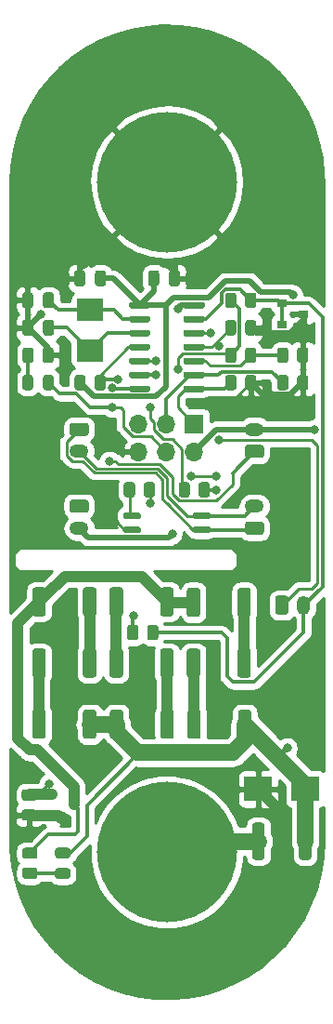
<source format=gbr>
G04 #@! TF.GenerationSoftware,KiCad,Pcbnew,5.1.10-88a1d61d58~88~ubuntu18.04.1*
G04 #@! TF.CreationDate,2021-11-17T21:44:28+08:00*
G04 #@! TF.ProjectId,ModuleV440,4d6f6475-6c65-4563-9434-302e6b696361,rev?*
G04 #@! TF.SameCoordinates,Original*
G04 #@! TF.FileFunction,Copper,L1,Top*
G04 #@! TF.FilePolarity,Positive*
%FSLAX46Y46*%
G04 Gerber Fmt 4.6, Leading zero omitted, Abs format (unit mm)*
G04 Created by KiCad (PCBNEW 5.1.10-88a1d61d58~88~ubuntu18.04.1) date 2021-11-17 21:44:28*
%MOMM*%
%LPD*%
G01*
G04 APERTURE LIST*
G04 #@! TA.AperFunction,SMDPad,CuDef*
%ADD10R,2.400000X2.000000*%
G04 #@! TD*
G04 #@! TA.AperFunction,ComponentPad*
%ADD11R,1.700000X1.700000*%
G04 #@! TD*
G04 #@! TA.AperFunction,ComponentPad*
%ADD12O,1.700000X1.700000*%
G04 #@! TD*
G04 #@! TA.AperFunction,SMDPad,CuDef*
%ADD13R,0.900000X0.800000*%
G04 #@! TD*
G04 #@! TA.AperFunction,ComponentPad*
%ADD14O,1.750000X1.200000*%
G04 #@! TD*
G04 #@! TA.AperFunction,SMDPad,CuDef*
%ADD15R,2.500000X2.300000*%
G04 #@! TD*
G04 #@! TA.AperFunction,ComponentPad*
%ADD16O,1.200000X1.750000*%
G04 #@! TD*
G04 #@! TA.AperFunction,ComponentPad*
%ADD17C,0.900000*%
G04 #@! TD*
G04 #@! TA.AperFunction,ComponentPad*
%ADD18C,12.800000*%
G04 #@! TD*
G04 #@! TA.AperFunction,ViaPad*
%ADD19C,0.800000*%
G04 #@! TD*
G04 #@! TA.AperFunction,Conductor*
%ADD20C,1.000000*%
G04 #@! TD*
G04 #@! TA.AperFunction,Conductor*
%ADD21C,0.500000*%
G04 #@! TD*
G04 #@! TA.AperFunction,Conductor*
%ADD22C,0.250000*%
G04 #@! TD*
G04 #@! TA.AperFunction,Conductor*
%ADD23C,0.300000*%
G04 #@! TD*
G04 #@! TA.AperFunction,Conductor*
%ADD24C,1.500000*%
G04 #@! TD*
G04 #@! TA.AperFunction,Conductor*
%ADD25C,0.254000*%
G04 #@! TD*
G04 #@! TA.AperFunction,Conductor*
%ADD26C,0.100000*%
G04 #@! TD*
G04 APERTURE END LIST*
G04 #@! TA.AperFunction,SMDPad,CuDef*
G36*
G01*
X119017600Y-72387599D02*
X119017600Y-73287601D01*
G75*
G02*
X118767601Y-73537600I-249999J0D01*
G01*
X118242599Y-73537600D01*
G75*
G02*
X117992600Y-73287601I0J249999D01*
G01*
X117992600Y-72387599D01*
G75*
G02*
X118242599Y-72137600I249999J0D01*
G01*
X118767601Y-72137600D01*
G75*
G02*
X119017600Y-72387599I0J-249999D01*
G01*
G37*
G04 #@! TD.AperFunction*
G04 #@! TA.AperFunction,SMDPad,CuDef*
G36*
G01*
X120842600Y-72387599D02*
X120842600Y-73287601D01*
G75*
G02*
X120592601Y-73537600I-249999J0D01*
G01*
X120067599Y-73537600D01*
G75*
G02*
X119817600Y-73287601I0J249999D01*
G01*
X119817600Y-72387599D01*
G75*
G02*
X120067599Y-72137600I249999J0D01*
G01*
X120592601Y-72137600D01*
G75*
G02*
X120842600Y-72387599I0J-249999D01*
G01*
G37*
G04 #@! TD.AperFunction*
G04 #@! TA.AperFunction,SMDPad,CuDef*
G36*
G01*
X124067600Y-63537601D02*
X124067600Y-62637599D01*
G75*
G02*
X124317599Y-62387600I249999J0D01*
G01*
X124842601Y-62387600D01*
G75*
G02*
X125092600Y-62637599I0J-249999D01*
G01*
X125092600Y-63537601D01*
G75*
G02*
X124842601Y-63787600I-249999J0D01*
G01*
X124317599Y-63787600D01*
G75*
G02*
X124067600Y-63537601I0J249999D01*
G01*
G37*
G04 #@! TD.AperFunction*
G04 #@! TA.AperFunction,SMDPad,CuDef*
G36*
G01*
X122242600Y-63537601D02*
X122242600Y-62637599D01*
G75*
G02*
X122492599Y-62387600I249999J0D01*
G01*
X123017601Y-62387600D01*
G75*
G02*
X123267600Y-62637599I0J-249999D01*
G01*
X123267600Y-63537601D01*
G75*
G02*
X123017601Y-63787600I-249999J0D01*
G01*
X122492599Y-63787600D01*
G75*
G02*
X122242600Y-63537601I0J249999D01*
G01*
G37*
G04 #@! TD.AperFunction*
G04 #@! TA.AperFunction,SMDPad,CuDef*
G36*
G01*
X128817600Y-63537601D02*
X128817600Y-62637599D01*
G75*
G02*
X129067599Y-62387600I249999J0D01*
G01*
X129592601Y-62387600D01*
G75*
G02*
X129842600Y-62637599I0J-249999D01*
G01*
X129842600Y-63537601D01*
G75*
G02*
X129592601Y-63787600I-249999J0D01*
G01*
X129067599Y-63787600D01*
G75*
G02*
X128817600Y-63537601I0J249999D01*
G01*
G37*
G04 #@! TD.AperFunction*
G04 #@! TA.AperFunction,SMDPad,CuDef*
G36*
G01*
X126992600Y-63537601D02*
X126992600Y-62637599D01*
G75*
G02*
X127242599Y-62387600I249999J0D01*
G01*
X127767601Y-62387600D01*
G75*
G02*
X128017600Y-62637599I0J-249999D01*
G01*
X128017600Y-63537601D01*
G75*
G02*
X127767601Y-63787600I-249999J0D01*
G01*
X127242599Y-63787600D01*
G75*
G02*
X126992600Y-63537601I0J249999D01*
G01*
G37*
G04 #@! TD.AperFunction*
G04 #@! TA.AperFunction,SMDPad,CuDef*
G36*
G01*
X105617600Y-63543850D02*
X105617600Y-62631350D01*
G75*
G02*
X105861350Y-62387600I243750J0D01*
G01*
X106348850Y-62387600D01*
G75*
G02*
X106592600Y-62631350I0J-243750D01*
G01*
X106592600Y-63543850D01*
G75*
G02*
X106348850Y-63787600I-243750J0D01*
G01*
X105861350Y-63787600D01*
G75*
G02*
X105617600Y-63543850I0J243750D01*
G01*
G37*
G04 #@! TD.AperFunction*
G04 #@! TA.AperFunction,SMDPad,CuDef*
G36*
G01*
X103742600Y-63543850D02*
X103742600Y-62631350D01*
G75*
G02*
X103986350Y-62387600I243750J0D01*
G01*
X104473850Y-62387600D01*
G75*
G02*
X104717600Y-62631350I0J-243750D01*
G01*
X104717600Y-63543850D01*
G75*
G02*
X104473850Y-63787600I-243750J0D01*
G01*
X103986350Y-63787600D01*
G75*
G02*
X103742600Y-63543850I0J243750D01*
G01*
G37*
G04 #@! TD.AperFunction*
G04 #@! TA.AperFunction,SMDPad,CuDef*
G36*
G01*
X128817600Y-61037601D02*
X128817600Y-60137599D01*
G75*
G02*
X129067599Y-59887600I249999J0D01*
G01*
X129592601Y-59887600D01*
G75*
G02*
X129842600Y-60137599I0J-249999D01*
G01*
X129842600Y-61037601D01*
G75*
G02*
X129592601Y-61287600I-249999J0D01*
G01*
X129067599Y-61287600D01*
G75*
G02*
X128817600Y-61037601I0J249999D01*
G01*
G37*
G04 #@! TD.AperFunction*
G04 #@! TA.AperFunction,SMDPad,CuDef*
G36*
G01*
X126992600Y-61037601D02*
X126992600Y-60137599D01*
G75*
G02*
X127242599Y-59887600I249999J0D01*
G01*
X127767601Y-59887600D01*
G75*
G02*
X128017600Y-60137599I0J-249999D01*
G01*
X128017600Y-61037601D01*
G75*
G02*
X127767601Y-61287600I-249999J0D01*
G01*
X127242599Y-61287600D01*
G75*
G02*
X126992600Y-61037601I0J249999D01*
G01*
G37*
G04 #@! TD.AperFunction*
G04 #@! TA.AperFunction,SMDPad,CuDef*
G36*
G01*
X124067600Y-61037601D02*
X124067600Y-60137599D01*
G75*
G02*
X124317599Y-59887600I249999J0D01*
G01*
X124842601Y-59887600D01*
G75*
G02*
X125092600Y-60137599I0J-249999D01*
G01*
X125092600Y-61037601D01*
G75*
G02*
X124842601Y-61287600I-249999J0D01*
G01*
X124317599Y-61287600D01*
G75*
G02*
X124067600Y-61037601I0J249999D01*
G01*
G37*
G04 #@! TD.AperFunction*
G04 #@! TA.AperFunction,SMDPad,CuDef*
G36*
G01*
X122242600Y-61037601D02*
X122242600Y-60137599D01*
G75*
G02*
X122492599Y-59887600I249999J0D01*
G01*
X123017601Y-59887600D01*
G75*
G02*
X123267600Y-60137599I0J-249999D01*
G01*
X123267600Y-61037601D01*
G75*
G02*
X123017601Y-61287600I-249999J0D01*
G01*
X122492599Y-61287600D01*
G75*
G02*
X122242600Y-61037601I0J249999D01*
G01*
G37*
G04 #@! TD.AperFunction*
G04 #@! TA.AperFunction,SMDPad,CuDef*
G36*
G01*
X124067600Y-56037601D02*
X124067600Y-55137599D01*
G75*
G02*
X124317599Y-54887600I249999J0D01*
G01*
X124842601Y-54887600D01*
G75*
G02*
X125092600Y-55137599I0J-249999D01*
G01*
X125092600Y-56037601D01*
G75*
G02*
X124842601Y-56287600I-249999J0D01*
G01*
X124317599Y-56287600D01*
G75*
G02*
X124067600Y-56037601I0J249999D01*
G01*
G37*
G04 #@! TD.AperFunction*
G04 #@! TA.AperFunction,SMDPad,CuDef*
G36*
G01*
X122242600Y-56037601D02*
X122242600Y-55137599D01*
G75*
G02*
X122492599Y-54887600I249999J0D01*
G01*
X123017601Y-54887600D01*
G75*
G02*
X123267600Y-55137599I0J-249999D01*
G01*
X123267600Y-56037601D01*
G75*
G02*
X123017601Y-56287600I-249999J0D01*
G01*
X122492599Y-56287600D01*
G75*
G02*
X122242600Y-56037601I0J249999D01*
G01*
G37*
G04 #@! TD.AperFunction*
G04 #@! TA.AperFunction,SMDPad,CuDef*
G36*
G01*
X110317600Y-63537601D02*
X110317600Y-62637599D01*
G75*
G02*
X110567599Y-62387600I249999J0D01*
G01*
X111092601Y-62387600D01*
G75*
G02*
X111342600Y-62637599I0J-249999D01*
G01*
X111342600Y-63537601D01*
G75*
G02*
X111092601Y-63787600I-249999J0D01*
G01*
X110567599Y-63787600D01*
G75*
G02*
X110317600Y-63537601I0J249999D01*
G01*
G37*
G04 #@! TD.AperFunction*
G04 #@! TA.AperFunction,SMDPad,CuDef*
G36*
G01*
X108492600Y-63537601D02*
X108492600Y-62637599D01*
G75*
G02*
X108742599Y-62387600I249999J0D01*
G01*
X109267601Y-62387600D01*
G75*
G02*
X109517600Y-62637599I0J-249999D01*
G01*
X109517600Y-63537601D01*
G75*
G02*
X109267601Y-63787600I-249999J0D01*
G01*
X108742599Y-63787600D01*
G75*
G02*
X108492600Y-63537601I0J249999D01*
G01*
G37*
G04 #@! TD.AperFunction*
D10*
X109917600Y-60187600D03*
X109917600Y-56487600D03*
D11*
X119417600Y-66837600D03*
D12*
X119417600Y-69377600D03*
X116877600Y-66837600D03*
X116877600Y-69377600D03*
X114337600Y-66837600D03*
X114337600Y-69377600D03*
G04 #@! TA.AperFunction,SMDPad,CuDef*
G36*
G01*
X123267600Y-57637599D02*
X123267600Y-58537601D01*
G75*
G02*
X123017601Y-58787600I-249999J0D01*
G01*
X122492599Y-58787600D01*
G75*
G02*
X122242600Y-58537601I0J249999D01*
G01*
X122242600Y-57637599D01*
G75*
G02*
X122492599Y-57387600I249999J0D01*
G01*
X123017601Y-57387600D01*
G75*
G02*
X123267600Y-57637599I0J-249999D01*
G01*
G37*
G04 #@! TD.AperFunction*
G04 #@! TA.AperFunction,SMDPad,CuDef*
G36*
G01*
X125092600Y-57637599D02*
X125092600Y-58537601D01*
G75*
G02*
X124842601Y-58787600I-249999J0D01*
G01*
X124317599Y-58787600D01*
G75*
G02*
X124067600Y-58537601I0J249999D01*
G01*
X124067600Y-57637599D01*
G75*
G02*
X124317599Y-57387600I249999J0D01*
G01*
X124842601Y-57387600D01*
G75*
G02*
X125092600Y-57637599I0J-249999D01*
G01*
G37*
G04 #@! TD.AperFunction*
G04 #@! TA.AperFunction,SMDPad,CuDef*
G36*
G01*
X104767600Y-60137599D02*
X104767600Y-61037601D01*
G75*
G02*
X104517601Y-61287600I-249999J0D01*
G01*
X103992599Y-61287600D01*
G75*
G02*
X103742600Y-61037601I0J249999D01*
G01*
X103742600Y-60137599D01*
G75*
G02*
X103992599Y-59887600I249999J0D01*
G01*
X104517601Y-59887600D01*
G75*
G02*
X104767600Y-60137599I0J-249999D01*
G01*
G37*
G04 #@! TD.AperFunction*
G04 #@! TA.AperFunction,SMDPad,CuDef*
G36*
G01*
X106592600Y-60137599D02*
X106592600Y-61037601D01*
G75*
G02*
X106342601Y-61287600I-249999J0D01*
G01*
X105817599Y-61287600D01*
G75*
G02*
X105567600Y-61037601I0J249999D01*
G01*
X105567600Y-60137599D01*
G75*
G02*
X105817599Y-59887600I249999J0D01*
G01*
X106342601Y-59887600D01*
G75*
G02*
X106592600Y-60137599I0J-249999D01*
G01*
G37*
G04 #@! TD.AperFunction*
D13*
X129417600Y-56837600D03*
X127417600Y-57787600D03*
X127417600Y-55887600D03*
G04 #@! TA.AperFunction,SMDPad,CuDef*
G36*
G01*
X104717600Y-57612600D02*
X104717600Y-58562600D01*
G75*
G02*
X104467600Y-58812600I-250000J0D01*
G01*
X103967600Y-58812600D01*
G75*
G02*
X103717600Y-58562600I0J250000D01*
G01*
X103717600Y-57612600D01*
G75*
G02*
X103967600Y-57362600I250000J0D01*
G01*
X104467600Y-57362600D01*
G75*
G02*
X104717600Y-57612600I0J-250000D01*
G01*
G37*
G04 #@! TD.AperFunction*
G04 #@! TA.AperFunction,SMDPad,CuDef*
G36*
G01*
X106617600Y-57612600D02*
X106617600Y-58562600D01*
G75*
G02*
X106367600Y-58812600I-250000J0D01*
G01*
X105867600Y-58812600D01*
G75*
G02*
X105617600Y-58562600I0J250000D01*
G01*
X105617600Y-57612600D01*
G75*
G02*
X105867600Y-57362600I250000J0D01*
G01*
X106367600Y-57362600D01*
G75*
G02*
X106617600Y-57612600I0J-250000D01*
G01*
G37*
G04 #@! TD.AperFunction*
G04 #@! TA.AperFunction,SMDPad,CuDef*
G36*
G01*
X104717600Y-55112600D02*
X104717600Y-56062600D01*
G75*
G02*
X104467600Y-56312600I-250000J0D01*
G01*
X103967600Y-56312600D01*
G75*
G02*
X103717600Y-56062600I0J250000D01*
G01*
X103717600Y-55112600D01*
G75*
G02*
X103967600Y-54862600I250000J0D01*
G01*
X104467600Y-54862600D01*
G75*
G02*
X104717600Y-55112600I0J-250000D01*
G01*
G37*
G04 #@! TD.AperFunction*
G04 #@! TA.AperFunction,SMDPad,CuDef*
G36*
G01*
X106617600Y-55112600D02*
X106617600Y-56062600D01*
G75*
G02*
X106367600Y-56312600I-250000J0D01*
G01*
X105867600Y-56312600D01*
G75*
G02*
X105617600Y-56062600I0J250000D01*
G01*
X105617600Y-55112600D01*
G75*
G02*
X105867600Y-54862600I250000J0D01*
G01*
X106367600Y-54862600D01*
G75*
G02*
X106617600Y-55112600I0J-250000D01*
G01*
G37*
G04 #@! TD.AperFunction*
G04 #@! TA.AperFunction,SMDPad,CuDef*
G36*
G01*
X117117600Y-54062600D02*
X117117600Y-53112600D01*
G75*
G02*
X117367600Y-52862600I250000J0D01*
G01*
X117867600Y-52862600D01*
G75*
G02*
X118117600Y-53112600I0J-250000D01*
G01*
X118117600Y-54062600D01*
G75*
G02*
X117867600Y-54312600I-250000J0D01*
G01*
X117367600Y-54312600D01*
G75*
G02*
X117117600Y-54062600I0J250000D01*
G01*
G37*
G04 #@! TD.AperFunction*
G04 #@! TA.AperFunction,SMDPad,CuDef*
G36*
G01*
X115217600Y-54062600D02*
X115217600Y-53112600D01*
G75*
G02*
X115467600Y-52862600I250000J0D01*
G01*
X115967600Y-52862600D01*
G75*
G02*
X116217600Y-53112600I0J-250000D01*
G01*
X116217600Y-54062600D01*
G75*
G02*
X115967600Y-54312600I-250000J0D01*
G01*
X115467600Y-54312600D01*
G75*
G02*
X115217600Y-54062600I0J250000D01*
G01*
G37*
G04 #@! TD.AperFunction*
G04 #@! TA.AperFunction,SMDPad,CuDef*
G36*
G01*
X109467600Y-53112600D02*
X109467600Y-54062600D01*
G75*
G02*
X109217600Y-54312600I-250000J0D01*
G01*
X108717600Y-54312600D01*
G75*
G02*
X108467600Y-54062600I0J250000D01*
G01*
X108467600Y-53112600D01*
G75*
G02*
X108717600Y-52862600I250000J0D01*
G01*
X109217600Y-52862600D01*
G75*
G02*
X109467600Y-53112600I0J-250000D01*
G01*
G37*
G04 #@! TD.AperFunction*
G04 #@! TA.AperFunction,SMDPad,CuDef*
G36*
G01*
X111367600Y-53112600D02*
X111367600Y-54062600D01*
G75*
G02*
X111117600Y-54312600I-250000J0D01*
G01*
X110617600Y-54312600D01*
G75*
G02*
X110367600Y-54062600I0J250000D01*
G01*
X110367600Y-53112600D01*
G75*
G02*
X110617600Y-52862600I250000J0D01*
G01*
X111117600Y-52862600D01*
G75*
G02*
X111367600Y-53112600I0J-250000D01*
G01*
G37*
G04 #@! TD.AperFunction*
G04 #@! TA.AperFunction,SMDPad,CuDef*
G36*
G01*
X118417600Y-56177600D02*
X118417600Y-55877600D01*
G75*
G02*
X118567600Y-55727600I150000J0D01*
G01*
X120217600Y-55727600D01*
G75*
G02*
X120367600Y-55877600I0J-150000D01*
G01*
X120367600Y-56177600D01*
G75*
G02*
X120217600Y-56327600I-150000J0D01*
G01*
X118567600Y-56327600D01*
G75*
G02*
X118417600Y-56177600I0J150000D01*
G01*
G37*
G04 #@! TD.AperFunction*
G04 #@! TA.AperFunction,SMDPad,CuDef*
G36*
G01*
X118417600Y-57447600D02*
X118417600Y-57147600D01*
G75*
G02*
X118567600Y-56997600I150000J0D01*
G01*
X120217600Y-56997600D01*
G75*
G02*
X120367600Y-57147600I0J-150000D01*
G01*
X120367600Y-57447600D01*
G75*
G02*
X120217600Y-57597600I-150000J0D01*
G01*
X118567600Y-57597600D01*
G75*
G02*
X118417600Y-57447600I0J150000D01*
G01*
G37*
G04 #@! TD.AperFunction*
G04 #@! TA.AperFunction,SMDPad,CuDef*
G36*
G01*
X118417600Y-58717600D02*
X118417600Y-58417600D01*
G75*
G02*
X118567600Y-58267600I150000J0D01*
G01*
X120217600Y-58267600D01*
G75*
G02*
X120367600Y-58417600I0J-150000D01*
G01*
X120367600Y-58717600D01*
G75*
G02*
X120217600Y-58867600I-150000J0D01*
G01*
X118567600Y-58867600D01*
G75*
G02*
X118417600Y-58717600I0J150000D01*
G01*
G37*
G04 #@! TD.AperFunction*
G04 #@! TA.AperFunction,SMDPad,CuDef*
G36*
G01*
X118417600Y-59987600D02*
X118417600Y-59687600D01*
G75*
G02*
X118567600Y-59537600I150000J0D01*
G01*
X120217600Y-59537600D01*
G75*
G02*
X120367600Y-59687600I0J-150000D01*
G01*
X120367600Y-59987600D01*
G75*
G02*
X120217600Y-60137600I-150000J0D01*
G01*
X118567600Y-60137600D01*
G75*
G02*
X118417600Y-59987600I0J150000D01*
G01*
G37*
G04 #@! TD.AperFunction*
G04 #@! TA.AperFunction,SMDPad,CuDef*
G36*
G01*
X118417600Y-61257600D02*
X118417600Y-60957600D01*
G75*
G02*
X118567600Y-60807600I150000J0D01*
G01*
X120217600Y-60807600D01*
G75*
G02*
X120367600Y-60957600I0J-150000D01*
G01*
X120367600Y-61257600D01*
G75*
G02*
X120217600Y-61407600I-150000J0D01*
G01*
X118567600Y-61407600D01*
G75*
G02*
X118417600Y-61257600I0J150000D01*
G01*
G37*
G04 #@! TD.AperFunction*
G04 #@! TA.AperFunction,SMDPad,CuDef*
G36*
G01*
X118417600Y-62527600D02*
X118417600Y-62227600D01*
G75*
G02*
X118567600Y-62077600I150000J0D01*
G01*
X120217600Y-62077600D01*
G75*
G02*
X120367600Y-62227600I0J-150000D01*
G01*
X120367600Y-62527600D01*
G75*
G02*
X120217600Y-62677600I-150000J0D01*
G01*
X118567600Y-62677600D01*
G75*
G02*
X118417600Y-62527600I0J150000D01*
G01*
G37*
G04 #@! TD.AperFunction*
G04 #@! TA.AperFunction,SMDPad,CuDef*
G36*
G01*
X118417600Y-63797600D02*
X118417600Y-63497600D01*
G75*
G02*
X118567600Y-63347600I150000J0D01*
G01*
X120217600Y-63347600D01*
G75*
G02*
X120367600Y-63497600I0J-150000D01*
G01*
X120367600Y-63797600D01*
G75*
G02*
X120217600Y-63947600I-150000J0D01*
G01*
X118567600Y-63947600D01*
G75*
G02*
X118417600Y-63797600I0J150000D01*
G01*
G37*
G04 #@! TD.AperFunction*
G04 #@! TA.AperFunction,SMDPad,CuDef*
G36*
G01*
X113467600Y-63797600D02*
X113467600Y-63497600D01*
G75*
G02*
X113617600Y-63347600I150000J0D01*
G01*
X115267600Y-63347600D01*
G75*
G02*
X115417600Y-63497600I0J-150000D01*
G01*
X115417600Y-63797600D01*
G75*
G02*
X115267600Y-63947600I-150000J0D01*
G01*
X113617600Y-63947600D01*
G75*
G02*
X113467600Y-63797600I0J150000D01*
G01*
G37*
G04 #@! TD.AperFunction*
G04 #@! TA.AperFunction,SMDPad,CuDef*
G36*
G01*
X113467600Y-62527600D02*
X113467600Y-62227600D01*
G75*
G02*
X113617600Y-62077600I150000J0D01*
G01*
X115267600Y-62077600D01*
G75*
G02*
X115417600Y-62227600I0J-150000D01*
G01*
X115417600Y-62527600D01*
G75*
G02*
X115267600Y-62677600I-150000J0D01*
G01*
X113617600Y-62677600D01*
G75*
G02*
X113467600Y-62527600I0J150000D01*
G01*
G37*
G04 #@! TD.AperFunction*
G04 #@! TA.AperFunction,SMDPad,CuDef*
G36*
G01*
X113467600Y-61257600D02*
X113467600Y-60957600D01*
G75*
G02*
X113617600Y-60807600I150000J0D01*
G01*
X115267600Y-60807600D01*
G75*
G02*
X115417600Y-60957600I0J-150000D01*
G01*
X115417600Y-61257600D01*
G75*
G02*
X115267600Y-61407600I-150000J0D01*
G01*
X113617600Y-61407600D01*
G75*
G02*
X113467600Y-61257600I0J150000D01*
G01*
G37*
G04 #@! TD.AperFunction*
G04 #@! TA.AperFunction,SMDPad,CuDef*
G36*
G01*
X113467600Y-59987600D02*
X113467600Y-59687600D01*
G75*
G02*
X113617600Y-59537600I150000J0D01*
G01*
X115267600Y-59537600D01*
G75*
G02*
X115417600Y-59687600I0J-150000D01*
G01*
X115417600Y-59987600D01*
G75*
G02*
X115267600Y-60137600I-150000J0D01*
G01*
X113617600Y-60137600D01*
G75*
G02*
X113467600Y-59987600I0J150000D01*
G01*
G37*
G04 #@! TD.AperFunction*
G04 #@! TA.AperFunction,SMDPad,CuDef*
G36*
G01*
X113467600Y-58717600D02*
X113467600Y-58417600D01*
G75*
G02*
X113617600Y-58267600I150000J0D01*
G01*
X115267600Y-58267600D01*
G75*
G02*
X115417600Y-58417600I0J-150000D01*
G01*
X115417600Y-58717600D01*
G75*
G02*
X115267600Y-58867600I-150000J0D01*
G01*
X113617600Y-58867600D01*
G75*
G02*
X113467600Y-58717600I0J150000D01*
G01*
G37*
G04 #@! TD.AperFunction*
G04 #@! TA.AperFunction,SMDPad,CuDef*
G36*
G01*
X113467600Y-57447600D02*
X113467600Y-57147600D01*
G75*
G02*
X113617600Y-56997600I150000J0D01*
G01*
X115267600Y-56997600D01*
G75*
G02*
X115417600Y-57147600I0J-150000D01*
G01*
X115417600Y-57447600D01*
G75*
G02*
X115267600Y-57597600I-150000J0D01*
G01*
X113617600Y-57597600D01*
G75*
G02*
X113467600Y-57447600I0J150000D01*
G01*
G37*
G04 #@! TD.AperFunction*
G04 #@! TA.AperFunction,SMDPad,CuDef*
G36*
G01*
X113467600Y-56177600D02*
X113467600Y-55877600D01*
G75*
G02*
X113617600Y-55727600I150000J0D01*
G01*
X115267600Y-55727600D01*
G75*
G02*
X115417600Y-55877600I0J-150000D01*
G01*
X115417600Y-56177600D01*
G75*
G02*
X115267600Y-56327600I-150000J0D01*
G01*
X113617600Y-56327600D01*
G75*
G02*
X113467600Y-56177600I0J150000D01*
G01*
G37*
G04 #@! TD.AperFunction*
G04 #@! TA.AperFunction,SMDPad,CuDef*
G36*
G01*
X119967600Y-82012600D02*
X119967600Y-84162600D01*
G75*
G02*
X119717600Y-84412600I-250000J0D01*
G01*
X118992600Y-84412600D01*
G75*
G02*
X118742600Y-84162600I0J250000D01*
G01*
X118742600Y-82012600D01*
G75*
G02*
X118992600Y-81762600I250000J0D01*
G01*
X119717600Y-81762600D01*
G75*
G02*
X119967600Y-82012600I0J-250000D01*
G01*
G37*
G04 #@! TD.AperFunction*
G04 #@! TA.AperFunction,SMDPad,CuDef*
G36*
G01*
X124592600Y-82012600D02*
X124592600Y-84162600D01*
G75*
G02*
X124342600Y-84412600I-250000J0D01*
G01*
X123617600Y-84412600D01*
G75*
G02*
X123367600Y-84162600I0J250000D01*
G01*
X123367600Y-82012600D01*
G75*
G02*
X123617600Y-81762600I250000J0D01*
G01*
X124342600Y-81762600D01*
G75*
G02*
X124592600Y-82012600I0J-250000D01*
G01*
G37*
G04 #@! TD.AperFunction*
G04 #@! TA.AperFunction,SMDPad,CuDef*
G36*
G01*
X116317600Y-84112600D02*
X116317600Y-81962600D01*
G75*
G02*
X116567600Y-81712600I250000J0D01*
G01*
X117292600Y-81712600D01*
G75*
G02*
X117542600Y-81962600I0J-250000D01*
G01*
X117542600Y-84112600D01*
G75*
G02*
X117292600Y-84362600I-250000J0D01*
G01*
X116567600Y-84362600D01*
G75*
G02*
X116317600Y-84112600I0J250000D01*
G01*
G37*
G04 #@! TD.AperFunction*
G04 #@! TA.AperFunction,SMDPad,CuDef*
G36*
G01*
X111692600Y-84112600D02*
X111692600Y-81962600D01*
G75*
G02*
X111942600Y-81712600I250000J0D01*
G01*
X112667600Y-81712600D01*
G75*
G02*
X112917600Y-81962600I0J-250000D01*
G01*
X112917600Y-84112600D01*
G75*
G02*
X112667600Y-84362600I-250000J0D01*
G01*
X111942600Y-84362600D01*
G75*
G02*
X111692600Y-84112600I0J250000D01*
G01*
G37*
G04 #@! TD.AperFunction*
G04 #@! TA.AperFunction,SMDPad,CuDef*
G36*
G01*
X123367600Y-89687600D02*
X123367600Y-87537600D01*
G75*
G02*
X123617600Y-87287600I250000J0D01*
G01*
X124342600Y-87287600D01*
G75*
G02*
X124592600Y-87537600I0J-250000D01*
G01*
X124592600Y-89687600D01*
G75*
G02*
X124342600Y-89937600I-250000J0D01*
G01*
X123617600Y-89937600D01*
G75*
G02*
X123367600Y-89687600I0J250000D01*
G01*
G37*
G04 #@! TD.AperFunction*
G04 #@! TA.AperFunction,SMDPad,CuDef*
G36*
G01*
X118742600Y-89687600D02*
X118742600Y-87537600D01*
G75*
G02*
X118992600Y-87287600I250000J0D01*
G01*
X119717600Y-87287600D01*
G75*
G02*
X119967600Y-87537600I0J-250000D01*
G01*
X119967600Y-89687600D01*
G75*
G02*
X119717600Y-89937600I-250000J0D01*
G01*
X118992600Y-89937600D01*
G75*
G02*
X118742600Y-89687600I0J250000D01*
G01*
G37*
G04 #@! TD.AperFunction*
G04 #@! TA.AperFunction,SMDPad,CuDef*
G36*
G01*
X112917600Y-87537600D02*
X112917600Y-89687600D01*
G75*
G02*
X112667600Y-89937600I-250000J0D01*
G01*
X111942600Y-89937600D01*
G75*
G02*
X111692600Y-89687600I0J250000D01*
G01*
X111692600Y-87537600D01*
G75*
G02*
X111942600Y-87287600I250000J0D01*
G01*
X112667600Y-87287600D01*
G75*
G02*
X112917600Y-87537600I0J-250000D01*
G01*
G37*
G04 #@! TD.AperFunction*
G04 #@! TA.AperFunction,SMDPad,CuDef*
G36*
G01*
X117542600Y-87537600D02*
X117542600Y-89687600D01*
G75*
G02*
X117292600Y-89937600I-250000J0D01*
G01*
X116567600Y-89937600D01*
G75*
G02*
X116317600Y-89687600I0J250000D01*
G01*
X116317600Y-87537600D01*
G75*
G02*
X116567600Y-87287600I250000J0D01*
G01*
X117292600Y-87287600D01*
G75*
G02*
X117542600Y-87537600I0J-250000D01*
G01*
G37*
G04 #@! TD.AperFunction*
G04 #@! TA.AperFunction,SMDPad,CuDef*
G36*
G01*
X120017600Y-93112600D02*
X120017600Y-95262600D01*
G75*
G02*
X119767600Y-95512600I-250000J0D01*
G01*
X119042600Y-95512600D01*
G75*
G02*
X118792600Y-95262600I0J250000D01*
G01*
X118792600Y-93112600D01*
G75*
G02*
X119042600Y-92862600I250000J0D01*
G01*
X119767600Y-92862600D01*
G75*
G02*
X120017600Y-93112600I0J-250000D01*
G01*
G37*
G04 #@! TD.AperFunction*
G04 #@! TA.AperFunction,SMDPad,CuDef*
G36*
G01*
X124642600Y-93112600D02*
X124642600Y-95262600D01*
G75*
G02*
X124392600Y-95512600I-250000J0D01*
G01*
X123667600Y-95512600D01*
G75*
G02*
X123417600Y-95262600I0J250000D01*
G01*
X123417600Y-93112600D01*
G75*
G02*
X123667600Y-92862600I250000J0D01*
G01*
X124392600Y-92862600D01*
G75*
G02*
X124642600Y-93112600I0J-250000D01*
G01*
G37*
G04 #@! TD.AperFunction*
G04 #@! TA.AperFunction,SMDPad,CuDef*
G36*
G01*
X116342600Y-95262600D02*
X116342600Y-93112600D01*
G75*
G02*
X116592600Y-92862600I250000J0D01*
G01*
X117317600Y-92862600D01*
G75*
G02*
X117567600Y-93112600I0J-250000D01*
G01*
X117567600Y-95262600D01*
G75*
G02*
X117317600Y-95512600I-250000J0D01*
G01*
X116592600Y-95512600D01*
G75*
G02*
X116342600Y-95262600I0J250000D01*
G01*
G37*
G04 #@! TD.AperFunction*
G04 #@! TA.AperFunction,SMDPad,CuDef*
G36*
G01*
X111717600Y-95262600D02*
X111717600Y-93112600D01*
G75*
G02*
X111967600Y-92862600I250000J0D01*
G01*
X112692600Y-92862600D01*
G75*
G02*
X112942600Y-93112600I0J-250000D01*
G01*
X112942600Y-95262600D01*
G75*
G02*
X112692600Y-95512600I-250000J0D01*
G01*
X111967600Y-95512600D01*
G75*
G02*
X111717600Y-95262600I0J250000D01*
G01*
G37*
G04 #@! TD.AperFunction*
G04 #@! TA.AperFunction,SMDPad,CuDef*
G36*
G01*
X105867600Y-81962600D02*
X105867600Y-84112600D01*
G75*
G02*
X105617600Y-84362600I-250000J0D01*
G01*
X104892600Y-84362600D01*
G75*
G02*
X104642600Y-84112600I0J250000D01*
G01*
X104642600Y-81962600D01*
G75*
G02*
X104892600Y-81712600I250000J0D01*
G01*
X105617600Y-81712600D01*
G75*
G02*
X105867600Y-81962600I0J-250000D01*
G01*
G37*
G04 #@! TD.AperFunction*
G04 #@! TA.AperFunction,SMDPad,CuDef*
G36*
G01*
X110492600Y-81962600D02*
X110492600Y-84112600D01*
G75*
G02*
X110242600Y-84362600I-250000J0D01*
G01*
X109517600Y-84362600D01*
G75*
G02*
X109267600Y-84112600I0J250000D01*
G01*
X109267600Y-81962600D01*
G75*
G02*
X109517600Y-81712600I250000J0D01*
G01*
X110242600Y-81712600D01*
G75*
G02*
X110492600Y-81962600I0J-250000D01*
G01*
G37*
G04 #@! TD.AperFunction*
G04 #@! TA.AperFunction,SMDPad,CuDef*
G36*
G01*
X109267600Y-89687600D02*
X109267600Y-87537600D01*
G75*
G02*
X109517600Y-87287600I250000J0D01*
G01*
X110242600Y-87287600D01*
G75*
G02*
X110492600Y-87537600I0J-250000D01*
G01*
X110492600Y-89687600D01*
G75*
G02*
X110242600Y-89937600I-250000J0D01*
G01*
X109517600Y-89937600D01*
G75*
G02*
X109267600Y-89687600I0J250000D01*
G01*
G37*
G04 #@! TD.AperFunction*
G04 #@! TA.AperFunction,SMDPad,CuDef*
G36*
G01*
X104642600Y-89687600D02*
X104642600Y-87537600D01*
G75*
G02*
X104892600Y-87287600I250000J0D01*
G01*
X105617600Y-87287600D01*
G75*
G02*
X105867600Y-87537600I0J-250000D01*
G01*
X105867600Y-89687600D01*
G75*
G02*
X105617600Y-89937600I-250000J0D01*
G01*
X104892600Y-89937600D01*
G75*
G02*
X104642600Y-89687600I0J250000D01*
G01*
G37*
G04 #@! TD.AperFunction*
G04 #@! TA.AperFunction,SMDPad,CuDef*
G36*
G01*
X105867600Y-93112600D02*
X105867600Y-95262600D01*
G75*
G02*
X105617600Y-95512600I-250000J0D01*
G01*
X104892600Y-95512600D01*
G75*
G02*
X104642600Y-95262600I0J250000D01*
G01*
X104642600Y-93112600D01*
G75*
G02*
X104892600Y-92862600I250000J0D01*
G01*
X105617600Y-92862600D01*
G75*
G02*
X105867600Y-93112600I0J-250000D01*
G01*
G37*
G04 #@! TD.AperFunction*
G04 #@! TA.AperFunction,SMDPad,CuDef*
G36*
G01*
X110492600Y-93112600D02*
X110492600Y-95262600D01*
G75*
G02*
X110242600Y-95512600I-250000J0D01*
G01*
X109517600Y-95512600D01*
G75*
G02*
X109267600Y-95262600I0J250000D01*
G01*
X109267600Y-93112600D01*
G75*
G02*
X109517600Y-92862600I250000J0D01*
G01*
X110242600Y-92862600D01*
G75*
G02*
X110492600Y-93112600I0J-250000D01*
G01*
G37*
G04 #@! TD.AperFunction*
G04 #@! TA.AperFunction,SMDPad,CuDef*
G36*
G01*
X119292600Y-75352600D02*
X119292600Y-75052600D01*
G75*
G02*
X119442600Y-74902600I150000J0D01*
G01*
X120767600Y-74902600D01*
G75*
G02*
X120917600Y-75052600I0J-150000D01*
G01*
X120917600Y-75352600D01*
G75*
G02*
X120767600Y-75502600I-150000J0D01*
G01*
X119442600Y-75502600D01*
G75*
G02*
X119292600Y-75352600I0J150000D01*
G01*
G37*
G04 #@! TD.AperFunction*
G04 #@! TA.AperFunction,SMDPad,CuDef*
G36*
G01*
X119292600Y-76622600D02*
X119292600Y-76322600D01*
G75*
G02*
X119442600Y-76172600I150000J0D01*
G01*
X120767600Y-76172600D01*
G75*
G02*
X120917600Y-76322600I0J-150000D01*
G01*
X120917600Y-76622600D01*
G75*
G02*
X120767600Y-76772600I-150000J0D01*
G01*
X119442600Y-76772600D01*
G75*
G02*
X119292600Y-76622600I0J150000D01*
G01*
G37*
G04 #@! TD.AperFunction*
G04 #@! TA.AperFunction,SMDPad,CuDef*
G36*
G01*
X112917600Y-76622600D02*
X112917600Y-76322600D01*
G75*
G02*
X113067600Y-76172600I150000J0D01*
G01*
X114392600Y-76172600D01*
G75*
G02*
X114542600Y-76322600I0J-150000D01*
G01*
X114542600Y-76622600D01*
G75*
G02*
X114392600Y-76772600I-150000J0D01*
G01*
X113067600Y-76772600D01*
G75*
G02*
X112917600Y-76622600I0J150000D01*
G01*
G37*
G04 #@! TD.AperFunction*
G04 #@! TA.AperFunction,SMDPad,CuDef*
G36*
G01*
X112917600Y-75352600D02*
X112917600Y-75052600D01*
G75*
G02*
X113067600Y-74902600I150000J0D01*
G01*
X114392600Y-74902600D01*
G75*
G02*
X114542600Y-75052600I0J-150000D01*
G01*
X114542600Y-75352600D01*
G75*
G02*
X114392600Y-75502600I-150000J0D01*
G01*
X113067600Y-75502600D01*
G75*
G02*
X112917600Y-75352600I0J150000D01*
G01*
G37*
G04 #@! TD.AperFunction*
D14*
X124917600Y-74337600D03*
G04 #@! TA.AperFunction,ComponentPad*
G36*
G01*
X125542601Y-76937600D02*
X124292599Y-76937600D01*
G75*
G02*
X124042600Y-76687601I0J249999D01*
G01*
X124042600Y-75987599D01*
G75*
G02*
X124292599Y-75737600I249999J0D01*
G01*
X125542601Y-75737600D01*
G75*
G02*
X125792600Y-75987599I0J-249999D01*
G01*
X125792600Y-76687601D01*
G75*
G02*
X125542601Y-76937600I-249999J0D01*
G01*
G37*
G04 #@! TD.AperFunction*
X108917600Y-76337600D03*
G04 #@! TA.AperFunction,ComponentPad*
G36*
G01*
X108292599Y-73737600D02*
X109542601Y-73737600D01*
G75*
G02*
X109792600Y-73987599I0J-249999D01*
G01*
X109792600Y-74687601D01*
G75*
G02*
X109542601Y-74937600I-249999J0D01*
G01*
X108292599Y-74937600D01*
G75*
G02*
X108042600Y-74687601I0J249999D01*
G01*
X108042600Y-73987599D01*
G75*
G02*
X108292599Y-73737600I249999J0D01*
G01*
G37*
G04 #@! TD.AperFunction*
D15*
X125267600Y-100087600D03*
X129567600Y-100087600D03*
G04 #@! TA.AperFunction,SMDPad,CuDef*
G36*
G01*
X114317600Y-85387599D02*
X114317600Y-86287601D01*
G75*
G02*
X114067601Y-86537600I-249999J0D01*
G01*
X113542599Y-86537600D01*
G75*
G02*
X113292600Y-86287601I0J249999D01*
G01*
X113292600Y-85387599D01*
G75*
G02*
X113542599Y-85137600I249999J0D01*
G01*
X114067601Y-85137600D01*
G75*
G02*
X114317600Y-85387599I0J-249999D01*
G01*
G37*
G04 #@! TD.AperFunction*
G04 #@! TA.AperFunction,SMDPad,CuDef*
G36*
G01*
X116142600Y-85387599D02*
X116142600Y-86287601D01*
G75*
G02*
X115892601Y-86537600I-249999J0D01*
G01*
X115367599Y-86537600D01*
G75*
G02*
X115117600Y-86287601I0J249999D01*
G01*
X115117600Y-85387599D01*
G75*
G02*
X115367599Y-85137600I249999J0D01*
G01*
X115892601Y-85137600D01*
G75*
G02*
X116142600Y-85387599I0J-249999D01*
G01*
G37*
G04 #@! TD.AperFunction*
G04 #@! TA.AperFunction,SMDPad,CuDef*
G36*
G01*
X103967599Y-107237600D02*
X104867601Y-107237600D01*
G75*
G02*
X105117600Y-107487599I0J-249999D01*
G01*
X105117600Y-108012601D01*
G75*
G02*
X104867601Y-108262600I-249999J0D01*
G01*
X103967599Y-108262600D01*
G75*
G02*
X103717600Y-108012601I0J249999D01*
G01*
X103717600Y-107487599D01*
G75*
G02*
X103967599Y-107237600I249999J0D01*
G01*
G37*
G04 #@! TD.AperFunction*
G04 #@! TA.AperFunction,SMDPad,CuDef*
G36*
G01*
X103967599Y-105412600D02*
X104867601Y-105412600D01*
G75*
G02*
X105117600Y-105662599I0J-249999D01*
G01*
X105117600Y-106187601D01*
G75*
G02*
X104867601Y-106437600I-249999J0D01*
G01*
X103967599Y-106437600D01*
G75*
G02*
X103717600Y-106187601I0J249999D01*
G01*
X103717600Y-105662599D01*
G75*
G02*
X103967599Y-105412600I249999J0D01*
G01*
G37*
G04 #@! TD.AperFunction*
G04 #@! TA.AperFunction,SMDPad,CuDef*
G36*
G01*
X103917599Y-101937600D02*
X104817601Y-101937600D01*
G75*
G02*
X105067600Y-102187599I0J-249999D01*
G01*
X105067600Y-102712601D01*
G75*
G02*
X104817601Y-102962600I-249999J0D01*
G01*
X103917599Y-102962600D01*
G75*
G02*
X103667600Y-102712601I0J249999D01*
G01*
X103667600Y-102187599D01*
G75*
G02*
X103917599Y-101937600I249999J0D01*
G01*
G37*
G04 #@! TD.AperFunction*
G04 #@! TA.AperFunction,SMDPad,CuDef*
G36*
G01*
X103917599Y-100112600D02*
X104817601Y-100112600D01*
G75*
G02*
X105067600Y-100362599I0J-249999D01*
G01*
X105067600Y-100887601D01*
G75*
G02*
X104817601Y-101137600I-249999J0D01*
G01*
X103917599Y-101137600D01*
G75*
G02*
X103667600Y-100887601I0J249999D01*
G01*
X103667600Y-100362599D01*
G75*
G02*
X103917599Y-100112600I249999J0D01*
G01*
G37*
G04 #@! TD.AperFunction*
G04 #@! TA.AperFunction,SMDPad,CuDef*
G36*
G01*
X114817600Y-73287601D02*
X114817600Y-72387599D01*
G75*
G02*
X115067599Y-72137600I249999J0D01*
G01*
X115592601Y-72137600D01*
G75*
G02*
X115842600Y-72387599I0J-249999D01*
G01*
X115842600Y-73287601D01*
G75*
G02*
X115592601Y-73537600I-249999J0D01*
G01*
X115067599Y-73537600D01*
G75*
G02*
X114817600Y-73287601I0J249999D01*
G01*
G37*
G04 #@! TD.AperFunction*
G04 #@! TA.AperFunction,SMDPad,CuDef*
G36*
G01*
X112992600Y-73287601D02*
X112992600Y-72387599D01*
G75*
G02*
X113242599Y-72137600I249999J0D01*
G01*
X113767601Y-72137600D01*
G75*
G02*
X114017600Y-72387599I0J-249999D01*
G01*
X114017600Y-73287601D01*
G75*
G02*
X113767601Y-73537600I-249999J0D01*
G01*
X113242599Y-73537600D01*
G75*
G02*
X112992600Y-73287601I0J249999D01*
G01*
G37*
G04 #@! TD.AperFunction*
G04 #@! TA.AperFunction,SMDPad,CuDef*
G36*
G01*
X125842600Y-103387599D02*
X125842600Y-106287601D01*
G75*
G02*
X125592601Y-106537600I-249999J0D01*
G01*
X124967599Y-106537600D01*
G75*
G02*
X124717600Y-106287601I0J249999D01*
G01*
X124717600Y-103387599D01*
G75*
G02*
X124967599Y-103137600I249999J0D01*
G01*
X125592601Y-103137600D01*
G75*
G02*
X125842600Y-103387599I0J-249999D01*
G01*
G37*
G04 #@! TD.AperFunction*
G04 #@! TA.AperFunction,SMDPad,CuDef*
G36*
G01*
X130117600Y-103387599D02*
X130117600Y-106287601D01*
G75*
G02*
X129867601Y-106537600I-249999J0D01*
G01*
X129242599Y-106537600D01*
G75*
G02*
X128992600Y-106287601I0J249999D01*
G01*
X128992600Y-103387599D01*
G75*
G02*
X129242599Y-103137600I249999J0D01*
G01*
X129867601Y-103137600D01*
G75*
G02*
X130117600Y-103387599I0J-249999D01*
G01*
G37*
G04 #@! TD.AperFunction*
D16*
X129417600Y-83337600D03*
G04 #@! TA.AperFunction,ComponentPad*
G36*
G01*
X126817600Y-83962601D02*
X126817600Y-82712599D01*
G75*
G02*
X127067599Y-82462600I249999J0D01*
G01*
X127767601Y-82462600D01*
G75*
G02*
X128017600Y-82712599I0J-249999D01*
G01*
X128017600Y-83962601D01*
G75*
G02*
X127767601Y-84212600I-249999J0D01*
G01*
X127067599Y-84212600D01*
G75*
G02*
X126817600Y-83962601I0J249999D01*
G01*
G37*
G04 #@! TD.AperFunction*
G04 #@! TA.AperFunction,SMDPad,CuDef*
G36*
G01*
X107873850Y-106387600D02*
X106961350Y-106387600D01*
G75*
G02*
X106717600Y-106143850I0J243750D01*
G01*
X106717600Y-105656350D01*
G75*
G02*
X106961350Y-105412600I243750J0D01*
G01*
X107873850Y-105412600D01*
G75*
G02*
X108117600Y-105656350I0J-243750D01*
G01*
X108117600Y-106143850D01*
G75*
G02*
X107873850Y-106387600I-243750J0D01*
G01*
G37*
G04 #@! TD.AperFunction*
G04 #@! TA.AperFunction,SMDPad,CuDef*
G36*
G01*
X107873850Y-108262600D02*
X106961350Y-108262600D01*
G75*
G02*
X106717600Y-108018850I0J243750D01*
G01*
X106717600Y-107531350D01*
G75*
G02*
X106961350Y-107287600I243750J0D01*
G01*
X107873850Y-107287600D01*
G75*
G02*
X108117600Y-107531350I0J-243750D01*
G01*
X108117600Y-108018850D01*
G75*
G02*
X107873850Y-108262600I-243750J0D01*
G01*
G37*
G04 #@! TD.AperFunction*
D13*
X106467600Y-100562600D03*
X106467600Y-102462600D03*
X108467600Y-101512600D03*
D14*
X124917600Y-67337600D03*
G04 #@! TA.AperFunction,ComponentPad*
G36*
G01*
X125542601Y-69937600D02*
X124292599Y-69937600D01*
G75*
G02*
X124042600Y-69687601I0J249999D01*
G01*
X124042600Y-68987599D01*
G75*
G02*
X124292599Y-68737600I249999J0D01*
G01*
X125542601Y-68737600D01*
G75*
G02*
X125792600Y-68987599I0J-249999D01*
G01*
X125792600Y-69687601D01*
G75*
G02*
X125542601Y-69937600I-249999J0D01*
G01*
G37*
G04 #@! TD.AperFunction*
G04 #@! TA.AperFunction,ComponentPad*
G36*
G01*
X108292599Y-66737600D02*
X109542601Y-66737600D01*
G75*
G02*
X109792600Y-66987599I0J-249999D01*
G01*
X109792600Y-67687601D01*
G75*
G02*
X109542601Y-67937600I-249999J0D01*
G01*
X108292599Y-67937600D01*
G75*
G02*
X108042600Y-67687601I0J249999D01*
G01*
X108042600Y-66987599D01*
G75*
G02*
X108292599Y-66737600I249999J0D01*
G01*
G37*
G04 #@! TD.AperFunction*
X108917600Y-69337600D03*
D17*
X120311713Y-41443487D03*
X116917600Y-40037600D03*
X113523487Y-41443487D03*
X112117600Y-44837600D03*
X113523487Y-48231713D03*
X116917600Y-49637600D03*
X120311713Y-48231713D03*
X121717600Y-44837600D03*
D18*
X116917600Y-44837600D03*
D17*
X120311713Y-102443487D03*
X116917600Y-101037600D03*
X113523487Y-102443487D03*
X112117600Y-105837600D03*
X113523487Y-109231713D03*
X116917600Y-110637600D03*
X120311713Y-109231713D03*
X121717600Y-105837600D03*
D18*
X116917600Y-105837600D03*
D19*
X107667600Y-103087600D03*
X127417600Y-102337600D03*
X116917600Y-52337600D03*
X109417600Y-52337600D03*
X117917600Y-56337600D03*
X105417600Y-56837600D03*
X129417600Y-58837600D03*
X111917600Y-75337600D03*
X122167600Y-65087600D03*
X120167600Y-65087600D03*
X128417600Y-91337600D03*
X107417600Y-85837600D03*
X107417600Y-91337600D03*
X114417600Y-91337600D03*
X121417600Y-91337600D03*
X107917600Y-110837600D03*
X111417600Y-113837600D03*
X116917600Y-115337600D03*
X122417600Y-113837600D03*
X125917600Y-110837600D03*
X110417600Y-97837600D03*
X126417600Y-79337600D03*
X127917600Y-72337600D03*
X104917600Y-76337600D03*
X104917600Y-68337600D03*
X111417600Y-67837600D03*
X111417600Y-73337600D03*
X129017601Y-65237599D03*
X104917600Y-52337600D03*
X106417600Y-46837600D03*
X106417600Y-40837600D03*
X110917600Y-36337600D03*
X116917600Y-34337600D03*
X122917600Y-36337600D03*
X126917600Y-40837600D03*
X126917600Y-46837600D03*
X126917600Y-51337600D03*
X121417600Y-84337600D03*
X127917600Y-96337600D03*
X130417600Y-67337600D03*
X117417600Y-76837600D03*
X128417600Y-55087600D03*
X121667600Y-59737610D03*
X111667600Y-70227611D03*
X115917600Y-62337600D03*
X117917600Y-61837600D03*
X120917600Y-58587600D03*
X121417600Y-71587600D03*
X119167600Y-71587600D03*
X115417600Y-74087600D03*
X115917600Y-61087600D03*
X115417600Y-65337600D03*
X112464585Y-62770879D03*
X111917600Y-63547610D03*
X111917600Y-65337600D03*
X121417600Y-72837600D03*
X106165151Y-99590049D03*
X113917600Y-84337600D03*
X121667600Y-68337600D03*
D20*
X104380100Y-102462600D02*
X104367600Y-102450100D01*
X106467600Y-102462600D02*
X104380100Y-102462600D01*
X106467600Y-102462600D02*
X107042600Y-102462600D01*
X107042600Y-102462600D02*
X107667600Y-103087600D01*
X127417600Y-102237600D02*
X125267600Y-100087600D01*
X127417600Y-102337600D02*
X127417600Y-102237600D01*
D21*
X108967600Y-52787600D02*
X109417600Y-52337600D01*
X108967600Y-53587600D02*
X108967600Y-52787600D01*
X117617600Y-53037600D02*
X116917600Y-52337600D01*
X117617600Y-53587600D02*
X117617600Y-53037600D01*
X104217600Y-58087600D02*
X104217600Y-55587600D01*
X106080100Y-59950100D02*
X104217600Y-58087600D01*
X106080100Y-60587600D02*
X106080100Y-59950100D01*
X104217600Y-58087600D02*
X104217600Y-57537600D01*
X119392600Y-56027600D02*
X118227600Y-56027600D01*
X118227600Y-56027600D02*
X117917600Y-56337600D01*
X129417600Y-60250100D02*
X129330100Y-60337600D01*
X104217600Y-58087600D02*
X104217600Y-58037600D01*
X104217600Y-58037600D02*
X105417600Y-56837600D01*
X128230090Y-64187610D02*
X129330100Y-63087600D01*
X125680110Y-64187610D02*
X128230090Y-64187610D01*
X124580100Y-63087600D02*
X125680110Y-64187610D01*
X129417600Y-57357602D02*
X129417600Y-56837600D01*
X128187601Y-58587601D02*
X129417600Y-57357602D01*
X125080101Y-58587601D02*
X128187601Y-58587601D01*
X124580100Y-58087600D02*
X125080101Y-58587601D01*
X129417600Y-56837600D02*
X129417600Y-58837600D01*
D22*
X113730100Y-76472600D02*
X113052600Y-76472600D01*
X113052600Y-76472600D02*
X111917600Y-75337600D01*
X122580100Y-65087600D02*
X124580100Y-63087600D01*
X122167600Y-65087600D02*
X122580100Y-65087600D01*
X120167600Y-65087600D02*
X122167600Y-65087600D01*
D23*
X129330100Y-63087600D02*
X129330100Y-60587600D01*
X129330100Y-58925100D02*
X129417600Y-58837600D01*
X129330100Y-60587600D02*
X129330100Y-58925100D01*
D24*
X112330100Y-94850100D02*
X112330100Y-94187600D01*
X114242610Y-96762610D02*
X112330100Y-94850100D01*
X122942590Y-96762610D02*
X114242610Y-96762610D01*
X124030100Y-94187600D02*
X124030100Y-95675100D01*
X124030100Y-95675100D02*
X122942590Y-96762610D01*
X112330100Y-94187600D02*
X109880100Y-94187600D01*
D21*
X127917600Y-96337600D02*
X127048850Y-97206350D01*
D24*
X127048850Y-97206350D02*
X124030100Y-94187600D01*
X129555100Y-100100100D02*
X129567600Y-100087600D01*
X129555100Y-104837600D02*
X129555100Y-100100100D01*
X129567600Y-99725100D02*
X127048850Y-97206350D01*
X129567600Y-100087600D02*
X129567600Y-99725100D01*
D23*
X107417600Y-105900100D02*
X108117600Y-105900100D01*
X109617618Y-104400082D02*
X109617618Y-101531234D01*
X108117600Y-105900100D02*
X109617618Y-104400082D01*
X114242610Y-96906242D02*
X109617618Y-101531234D01*
X114242610Y-96762610D02*
X114242610Y-96906242D01*
D21*
X130417600Y-67337600D02*
X124917600Y-67337600D01*
X121457600Y-67337600D02*
X119417600Y-69377600D01*
X124917600Y-67337600D02*
X121457600Y-67337600D01*
X115717600Y-54752600D02*
X114442600Y-56027600D01*
X115717600Y-53587600D02*
X115717600Y-54752600D01*
X112002600Y-53587600D02*
X114442600Y-56027600D01*
X110867600Y-53587600D02*
X112002600Y-53587600D01*
X113959766Y-56027600D02*
X114442600Y-56027600D01*
X109752610Y-77172610D02*
X108917600Y-76337600D01*
X117082590Y-77172610D02*
X117417600Y-76837600D01*
X114620424Y-77172610D02*
X117082590Y-77172610D01*
X114620424Y-77172610D02*
X109752610Y-77172610D01*
X110265110Y-64347610D02*
X115907590Y-64347610D01*
X109005100Y-63087600D02*
X110265110Y-64347610D01*
X117521866Y-55327590D02*
X116821856Y-56027600D01*
X128417600Y-55087600D02*
X128167600Y-54837600D01*
X128167600Y-54837600D02*
X125461856Y-54837600D01*
X124461856Y-53837600D02*
X122236935Y-53837600D01*
X125461856Y-54837600D02*
X124461856Y-53837600D01*
X122236935Y-53837600D02*
X120746945Y-55327590D01*
X120746945Y-55327590D02*
X117521866Y-55327590D01*
X116821856Y-63433344D02*
X115907590Y-64347610D01*
X116821856Y-61741856D02*
X116821856Y-63433344D01*
X116821856Y-56027600D02*
X115977600Y-56027600D01*
X115977600Y-56027600D02*
X114442600Y-56027600D01*
X116821856Y-61183344D02*
X116821856Y-56027600D01*
X116821856Y-61741856D02*
X116821856Y-61183344D01*
D23*
X124917600Y-69337600D02*
X122917600Y-71337600D01*
D22*
X119392600Y-59837600D02*
X121005100Y-59837600D01*
X121561340Y-59631350D02*
X121667600Y-59737610D01*
X121211350Y-59631350D02*
X121561340Y-59631350D01*
X121211350Y-59631350D02*
X122755100Y-58087600D01*
X121005100Y-59837600D02*
X121211350Y-59631350D01*
X121441592Y-73812610D02*
X122917600Y-72336602D01*
X112233285Y-70227611D02*
X112508275Y-70502601D01*
X117417600Y-71706203D02*
X117417600Y-73205080D01*
X122917600Y-72336602D02*
X122917600Y-71337600D01*
X111667600Y-70227611D02*
X112233285Y-70227611D01*
X118025130Y-73812610D02*
X121441592Y-73812610D01*
X116213998Y-70502601D02*
X117417600Y-71706203D01*
X112508275Y-70502601D02*
X116213998Y-70502601D01*
X117417600Y-73205080D02*
X118025130Y-73812610D01*
D23*
X123567610Y-59775090D02*
X122755100Y-60587600D01*
X123567610Y-56400110D02*
X123567610Y-59775090D01*
X122755100Y-55587600D02*
X123567610Y-56400110D01*
X114442600Y-62377600D02*
X115877600Y-62377600D01*
X115877600Y-62377600D02*
X115917600Y-62337600D01*
D22*
X117917600Y-61837600D02*
X117917600Y-60837600D01*
X122580110Y-60412610D02*
X122755100Y-60587600D01*
X118342590Y-60412610D02*
X122580110Y-60412610D01*
X117917600Y-60837600D02*
X118342590Y-60412610D01*
X113505100Y-74977600D02*
X113730100Y-75202600D01*
X113505100Y-72837600D02*
X113505100Y-74977600D01*
X119392600Y-58567600D02*
X120897600Y-58567600D01*
X120897600Y-58567600D02*
X120917600Y-58587600D01*
X121417600Y-71587600D02*
X119167600Y-71587600D01*
X115417600Y-72925100D02*
X115330100Y-72837600D01*
X115417600Y-74087600D02*
X115417600Y-72925100D01*
D20*
X105255100Y-88612600D02*
X105255100Y-94187600D01*
X116980100Y-83087600D02*
X116930100Y-83037600D01*
X119355100Y-83087600D02*
X116980100Y-83087600D01*
X105867600Y-82425100D02*
X105255100Y-83037600D01*
X107580110Y-80712590D02*
X105867600Y-82425100D01*
X116930100Y-83037600D02*
X114605090Y-80712590D01*
X114605090Y-80712590D02*
X107580110Y-80712590D01*
X103317600Y-84975100D02*
X105255100Y-83037600D01*
X103317600Y-95455384D02*
X103317600Y-84975100D01*
X104374826Y-96512610D02*
X103317600Y-95455384D01*
X105067612Y-96512610D02*
X104374826Y-96512610D01*
X108467600Y-99912598D02*
X105067612Y-96512610D01*
X108467600Y-101512600D02*
X108467600Y-99912598D01*
D23*
X108817608Y-103937592D02*
X108817608Y-101862608D01*
X108817608Y-101862608D02*
X108467600Y-101512600D01*
X108517592Y-104237608D02*
X108817608Y-103937592D01*
X106105092Y-104237608D02*
X108517592Y-104237608D01*
X104417600Y-105925100D02*
X106105092Y-104237608D01*
X104442600Y-107775100D02*
X104417600Y-107750100D01*
X107417600Y-107775100D02*
X104442600Y-107775100D01*
X104255100Y-63062600D02*
X104230100Y-63087600D01*
X104255100Y-60587600D02*
X104255100Y-63062600D01*
D22*
X114442600Y-61107600D02*
X115897600Y-61107600D01*
X115897600Y-61107600D02*
X115917600Y-61087600D01*
X118292599Y-72625099D02*
X118505100Y-72837600D01*
X118292599Y-69127597D02*
X118292599Y-72625099D01*
X117417601Y-68252599D02*
X118292599Y-69127597D01*
X116627597Y-68252599D02*
X117417601Y-68252599D01*
X115752599Y-67377601D02*
X116627597Y-68252599D01*
X115752599Y-66672599D02*
X115752599Y-67377601D01*
X115417600Y-66337600D02*
X115752599Y-66672599D01*
X115417600Y-65337600D02*
X115417600Y-66337600D01*
D23*
X124782600Y-76472600D02*
X124917600Y-76337600D01*
X120105100Y-76472600D02*
X124782600Y-76472600D01*
D22*
X109226912Y-70212610D02*
X108280159Y-70212610D01*
X115882621Y-71302621D02*
X110316923Y-71302621D01*
X108280159Y-70212610D02*
X107767590Y-69700041D01*
X110316923Y-71302621D02*
X109226912Y-70212610D01*
X120105100Y-76472600D02*
X119292600Y-76472600D01*
X119292600Y-76472600D02*
X116912600Y-74092600D01*
X116912600Y-74092600D02*
X116912600Y-74082600D01*
X116912600Y-74082600D02*
X116542600Y-73712600D01*
X107767590Y-69700041D02*
X107767590Y-68487610D01*
X116542600Y-73712600D02*
X116542600Y-71962600D01*
X107767590Y-68487610D02*
X108917600Y-67337600D01*
X116542600Y-71962600D02*
X115882621Y-71302621D01*
D23*
X124052600Y-75202600D02*
X124917600Y-74337600D01*
X120105100Y-75202600D02*
X124052600Y-75202600D01*
D22*
X118782600Y-75202600D02*
X120105100Y-75202600D01*
X116048310Y-70902611D02*
X116942610Y-71796912D01*
X108917600Y-69337600D02*
X110482611Y-70902611D01*
X116942610Y-73362610D02*
X118782600Y-75202600D01*
X116942610Y-71796912D02*
X116942610Y-73362610D01*
X110482611Y-70902611D02*
X116048310Y-70902611D01*
D23*
X107017600Y-56487600D02*
X106117600Y-55587600D01*
X109917600Y-56487600D02*
X107017600Y-56487600D01*
X114442600Y-57297600D02*
X112877600Y-57297600D01*
X112067600Y-56487600D02*
X109917600Y-56487600D01*
X112877600Y-57297600D02*
X112067600Y-56487600D01*
X111537600Y-58567600D02*
X109917600Y-60187600D01*
X114442600Y-58567600D02*
X111537600Y-58567600D01*
X107817600Y-58087600D02*
X109917600Y-60187600D01*
X106117600Y-58087600D02*
X107817600Y-58087600D01*
X110830100Y-63087600D02*
X111146821Y-62770879D01*
X111146821Y-62770879D02*
X112464585Y-62770879D01*
D22*
X110830100Y-63087600D02*
X110830100Y-62425100D01*
X113417600Y-59837600D02*
X114442600Y-59837600D01*
X110830100Y-62425100D02*
X113417600Y-59837600D01*
D23*
X114442600Y-63647600D02*
X112017590Y-63647600D01*
X112017590Y-63647600D02*
X111917600Y-63547610D01*
X111917600Y-65337600D02*
X109917600Y-65337600D01*
X107105110Y-64087610D02*
X106105100Y-63087600D01*
X108667610Y-64087610D02*
X107105110Y-64087610D01*
X109917600Y-65337600D02*
X108667610Y-64087610D01*
D22*
X115462601Y-67962601D02*
X113797599Y-67962601D01*
X116877600Y-69377600D02*
X115462601Y-67962601D01*
X112917600Y-67082602D02*
X113797599Y-67962601D01*
X112667600Y-65337600D02*
X112917600Y-65587600D01*
X112917600Y-65587600D02*
X112917600Y-67082602D01*
X111917600Y-65337600D02*
X112667600Y-65337600D01*
D20*
X116930100Y-94162600D02*
X116955100Y-94187600D01*
X116930100Y-88612600D02*
X116930100Y-94162600D01*
X119405100Y-88662600D02*
X119355100Y-88612600D01*
X119405100Y-94187600D02*
X119405100Y-88662600D01*
D24*
X117917600Y-104837600D02*
X116917600Y-105837600D01*
X125280100Y-104837600D02*
X117917600Y-104837600D01*
D20*
X104430100Y-100562600D02*
X104367600Y-100625100D01*
X106467600Y-100562600D02*
X104430100Y-100562600D01*
D23*
X121417600Y-72837600D02*
X120330100Y-72837600D01*
X104367600Y-100625100D02*
X105130100Y-100625100D01*
X105130100Y-100625100D02*
X106165151Y-99590049D01*
X124830100Y-60337600D02*
X124580100Y-60587600D01*
D22*
X120892610Y-61562610D02*
X123605090Y-61562610D01*
X120437600Y-61107600D02*
X120892610Y-61562610D01*
X123605090Y-61562610D02*
X124580100Y-60587600D01*
X119392600Y-61107600D02*
X120437600Y-61107600D01*
D23*
X127505100Y-60587600D02*
X124580100Y-60587600D01*
X122264776Y-54587590D02*
X123580090Y-54587590D01*
X121942590Y-54909776D02*
X122264776Y-54587590D01*
X121942590Y-55812610D02*
X121942590Y-54909776D01*
X120457600Y-57297600D02*
X121942590Y-55812610D01*
X123580090Y-54587590D02*
X124580100Y-55587600D01*
X119392600Y-57297600D02*
X120457600Y-57297600D01*
X127117600Y-55587600D02*
X127417600Y-55887600D01*
X124580100Y-55587600D02*
X127117600Y-55587600D01*
X127417600Y-55887600D02*
X127417600Y-57787600D01*
X129857602Y-55887600D02*
X127417600Y-55887600D01*
X131117601Y-57147599D02*
X129857602Y-55887600D01*
X131117601Y-81637599D02*
X131117601Y-57147599D01*
X129417600Y-83337600D02*
X131117601Y-81637599D01*
X124917600Y-90337600D02*
X129417600Y-85837600D01*
X129417600Y-85837600D02*
X129417600Y-83337600D01*
X122917600Y-90337600D02*
X124917600Y-90337600D01*
X122417600Y-89837600D02*
X122917600Y-90337600D01*
X121917600Y-85837600D02*
X122417600Y-86337600D01*
X122417600Y-86337600D02*
X122417600Y-89837600D01*
X115630100Y-85837600D02*
X121917600Y-85837600D01*
X113805100Y-85837600D02*
X113805100Y-84450100D01*
X113805100Y-84450100D02*
X113917600Y-84337600D01*
X121601510Y-62377600D02*
X119392600Y-62377600D01*
X126505090Y-62087590D02*
X121891520Y-62087590D01*
X121891520Y-62087590D02*
X121601510Y-62377600D01*
X127505100Y-63087600D02*
X126505090Y-62087590D01*
X119051188Y-62377600D02*
X119392600Y-62377600D01*
X116877600Y-64551188D02*
X119051188Y-62377600D01*
X116877600Y-66837600D02*
X116877600Y-64551188D01*
X122195100Y-63647600D02*
X122755100Y-63087600D01*
X119392600Y-63647600D02*
X122195100Y-63647600D01*
D22*
X130667600Y-68837600D02*
X130167600Y-68337600D01*
X130667600Y-81337600D02*
X130667600Y-68837600D01*
X130167600Y-68337600D02*
X121667600Y-68337600D01*
X130167600Y-81837600D02*
X130667600Y-81337600D01*
X127417600Y-83337600D02*
X128917600Y-81837600D01*
X128917600Y-81837600D02*
X130167600Y-81837600D01*
X118607600Y-63647600D02*
X119392600Y-63647600D01*
X117917600Y-64337600D02*
X118607600Y-63647600D01*
X119417600Y-66837600D02*
X117917600Y-65337600D01*
X117917600Y-65337600D02*
X117917600Y-64337600D01*
D20*
X112305100Y-83037600D02*
X112305100Y-88612600D01*
X123980100Y-83087600D02*
X123980100Y-88612600D01*
X109880100Y-83037600D02*
X109880100Y-88612600D01*
D25*
X103532834Y-97275750D02*
X103568377Y-97319059D01*
X103741203Y-97460894D01*
X103938379Y-97566286D01*
X104152327Y-97631187D01*
X104319074Y-97647610D01*
X104319083Y-97647610D01*
X104374825Y-97653100D01*
X104430567Y-97647610D01*
X104597481Y-97647610D01*
X105643615Y-98693745D01*
X105505377Y-98786112D01*
X105361214Y-98930275D01*
X105247946Y-99099793D01*
X105169925Y-99288151D01*
X105142187Y-99427600D01*
X104485841Y-99427600D01*
X104430099Y-99422110D01*
X104374358Y-99427600D01*
X104374348Y-99427600D01*
X104207601Y-99444023D01*
X104107040Y-99474528D01*
X103917599Y-99474528D01*
X103744345Y-99491592D01*
X103577749Y-99542128D01*
X103424213Y-99624195D01*
X103289638Y-99734638D01*
X103179195Y-99869213D01*
X103097128Y-100022749D01*
X103046592Y-100189345D01*
X103029528Y-100362599D01*
X103029528Y-100887601D01*
X103046592Y-101060855D01*
X103097128Y-101227451D01*
X103179195Y-101380987D01*
X103245876Y-101462237D01*
X103216415Y-101486415D01*
X103137063Y-101583106D01*
X103078098Y-101693420D01*
X103041788Y-101813118D01*
X103029528Y-101937600D01*
X103032600Y-102164350D01*
X103191350Y-102323100D01*
X104240600Y-102323100D01*
X104240600Y-102303100D01*
X104494600Y-102303100D01*
X104494600Y-102323100D01*
X105528850Y-102323100D01*
X105541350Y-102335600D01*
X106340600Y-102335600D01*
X106340600Y-102315600D01*
X106594600Y-102315600D01*
X106594600Y-102335600D01*
X107393850Y-102335600D01*
X107478457Y-102250993D01*
X107487063Y-102267094D01*
X107566415Y-102363785D01*
X107663106Y-102443137D01*
X107773420Y-102502102D01*
X107893118Y-102538412D01*
X107998427Y-102548784D01*
X108031153Y-102566276D01*
X108032609Y-102566718D01*
X108032608Y-103452608D01*
X107160112Y-103452608D01*
X107161780Y-103452102D01*
X107272094Y-103393137D01*
X107368785Y-103313785D01*
X107448137Y-103217094D01*
X107507102Y-103106780D01*
X107543412Y-102987082D01*
X107555672Y-102862600D01*
X107552600Y-102748350D01*
X107393850Y-102589600D01*
X106594600Y-102589600D01*
X106594600Y-102609600D01*
X106340600Y-102609600D01*
X106340600Y-102589600D01*
X105556350Y-102589600D01*
X105543850Y-102577100D01*
X104494600Y-102577100D01*
X104494600Y-103438850D01*
X104653350Y-103597600D01*
X105067600Y-103600672D01*
X105192082Y-103588412D01*
X105311780Y-103552102D01*
X105422094Y-103493137D01*
X105518785Y-103413785D01*
X105586993Y-103330673D01*
X105663106Y-103393137D01*
X105773420Y-103452102D01*
X105881869Y-103485000D01*
X105803232Y-103508854D01*
X105666859Y-103581746D01*
X105612400Y-103626440D01*
X105577279Y-103655263D01*
X105577276Y-103655266D01*
X105547328Y-103679844D01*
X105522750Y-103709792D01*
X104458015Y-104774528D01*
X103967599Y-104774528D01*
X103794345Y-104791592D01*
X103627749Y-104842128D01*
X103474213Y-104924195D01*
X103339638Y-105034638D01*
X103229195Y-105169213D01*
X103147128Y-105322749D01*
X103096592Y-105489345D01*
X103079528Y-105662599D01*
X103079528Y-106187601D01*
X103096592Y-106360855D01*
X103147128Y-106527451D01*
X103229195Y-106680987D01*
X103339638Y-106815562D01*
X103366491Y-106837600D01*
X103339638Y-106859638D01*
X103229195Y-106994213D01*
X103147128Y-107147749D01*
X103096592Y-107314345D01*
X103079528Y-107487599D01*
X103079528Y-108012601D01*
X103096592Y-108185855D01*
X103147128Y-108352451D01*
X103229195Y-108505987D01*
X103339638Y-108640562D01*
X103474213Y-108751005D01*
X103627749Y-108833072D01*
X103794345Y-108883608D01*
X103967599Y-108900672D01*
X104867601Y-108900672D01*
X105040855Y-108883608D01*
X105207451Y-108833072D01*
X105360987Y-108751005D01*
X105495562Y-108640562D01*
X105561596Y-108560100D01*
X106270272Y-108560100D01*
X106337808Y-108642392D01*
X106471436Y-108752058D01*
X106623891Y-108833547D01*
X106789315Y-108883728D01*
X106961350Y-108900672D01*
X107873850Y-108900672D01*
X108045885Y-108883728D01*
X108211309Y-108833547D01*
X108363764Y-108752058D01*
X108497392Y-108642392D01*
X108607058Y-108508764D01*
X108688547Y-108356309D01*
X108738728Y-108190885D01*
X108755672Y-108018850D01*
X108755672Y-107531350D01*
X108738728Y-107359315D01*
X108688547Y-107193891D01*
X108607058Y-107041436D01*
X108497392Y-106907808D01*
X108411844Y-106837600D01*
X108497392Y-106767392D01*
X108607058Y-106633764D01*
X108688547Y-106481309D01*
X108706835Y-106421022D01*
X109882600Y-105245257D01*
X109882600Y-106530487D01*
X110152951Y-107889634D01*
X110683264Y-109169922D01*
X111453159Y-110322151D01*
X112433049Y-111302041D01*
X113585278Y-112071936D01*
X114865566Y-112602249D01*
X116224713Y-112872600D01*
X117610487Y-112872600D01*
X118969634Y-112602249D01*
X120249922Y-112071936D01*
X121402151Y-111302041D01*
X122382041Y-110322151D01*
X123151936Y-109169922D01*
X123682249Y-107889634D01*
X123952600Y-106530487D01*
X123952600Y-106222600D01*
X124079528Y-106222600D01*
X124079528Y-106287601D01*
X124096592Y-106460855D01*
X124147128Y-106627451D01*
X124229195Y-106780987D01*
X124339638Y-106915562D01*
X124474213Y-107026005D01*
X124627749Y-107108072D01*
X124794345Y-107158608D01*
X124967599Y-107175672D01*
X125592601Y-107175672D01*
X125765855Y-107158608D01*
X125932451Y-107108072D01*
X126085987Y-107026005D01*
X126220562Y-106915562D01*
X126331005Y-106780987D01*
X126413072Y-106627451D01*
X126463608Y-106460855D01*
X126480672Y-106287601D01*
X126480672Y-105529564D01*
X126565864Y-105370181D01*
X126645060Y-105109107D01*
X126671801Y-104837600D01*
X126645060Y-104566093D01*
X126565864Y-104305019D01*
X126480672Y-104145636D01*
X126480672Y-103387599D01*
X126463608Y-103214345D01*
X126413072Y-103047749D01*
X126331005Y-102894213D01*
X126220562Y-102759638D01*
X126085987Y-102649195D01*
X125932451Y-102567128D01*
X125765855Y-102516592D01*
X125592601Y-102499528D01*
X124967599Y-102499528D01*
X124794345Y-102516592D01*
X124627749Y-102567128D01*
X124474213Y-102649195D01*
X124339638Y-102759638D01*
X124229195Y-102894213D01*
X124147128Y-103047749D01*
X124096592Y-103214345D01*
X124079528Y-103387599D01*
X124079528Y-103452600D01*
X123544330Y-103452600D01*
X123151936Y-102505278D01*
X122382041Y-101353049D01*
X122266592Y-101237600D01*
X123379528Y-101237600D01*
X123391788Y-101362082D01*
X123428098Y-101481780D01*
X123487063Y-101592094D01*
X123566415Y-101688785D01*
X123663106Y-101768137D01*
X123773420Y-101827102D01*
X123893118Y-101863412D01*
X124017600Y-101875672D01*
X124981850Y-101872600D01*
X125140600Y-101713850D01*
X125140600Y-100214600D01*
X125394600Y-100214600D01*
X125394600Y-101713850D01*
X125553350Y-101872600D01*
X126517600Y-101875672D01*
X126642082Y-101863412D01*
X126761780Y-101827102D01*
X126872094Y-101768137D01*
X126968785Y-101688785D01*
X127048137Y-101592094D01*
X127107102Y-101481780D01*
X127143412Y-101362082D01*
X127155672Y-101237600D01*
X127152600Y-100373350D01*
X126993850Y-100214600D01*
X125394600Y-100214600D01*
X125140600Y-100214600D01*
X123541350Y-100214600D01*
X123382600Y-100373350D01*
X123379528Y-101237600D01*
X122266592Y-101237600D01*
X121402151Y-100373159D01*
X120249922Y-99603264D01*
X118969634Y-99072951D01*
X118289179Y-98937600D01*
X123379528Y-98937600D01*
X123382600Y-99801850D01*
X123541350Y-99960600D01*
X125140600Y-99960600D01*
X125140600Y-98461350D01*
X124981850Y-98302600D01*
X124017600Y-98299528D01*
X123893118Y-98311788D01*
X123773420Y-98348098D01*
X123663106Y-98407063D01*
X123566415Y-98486415D01*
X123487063Y-98583106D01*
X123428098Y-98693420D01*
X123391788Y-98813118D01*
X123379528Y-98937600D01*
X118289179Y-98937600D01*
X117610487Y-98802600D01*
X116224713Y-98802600D01*
X114865566Y-99072951D01*
X113585278Y-99603264D01*
X112433049Y-100373159D01*
X111453159Y-101353049D01*
X110683264Y-102505278D01*
X110402618Y-103182817D01*
X110402618Y-101856391D01*
X114117064Y-98141946D01*
X114174573Y-98147610D01*
X114174581Y-98147610D01*
X114242610Y-98154310D01*
X114310639Y-98147610D01*
X122874561Y-98147610D01*
X122942590Y-98154310D01*
X123010619Y-98147610D01*
X123010627Y-98147610D01*
X123214097Y-98127570D01*
X123475171Y-98048374D01*
X123715778Y-97919767D01*
X123926671Y-97746691D01*
X123970044Y-97693841D01*
X124773850Y-96890036D01*
X126117616Y-98233802D01*
X126117621Y-98233806D01*
X126184404Y-98300590D01*
X125553350Y-98302600D01*
X125394600Y-98461350D01*
X125394600Y-99960600D01*
X126993850Y-99960600D01*
X127152600Y-99801850D01*
X127154488Y-99270674D01*
X127679528Y-99795714D01*
X127679528Y-101237600D01*
X127691788Y-101362082D01*
X127728098Y-101481780D01*
X127787063Y-101592094D01*
X127866415Y-101688785D01*
X127963106Y-101768137D01*
X128073420Y-101827102D01*
X128170101Y-101856430D01*
X128170100Y-104905636D01*
X128190140Y-105109106D01*
X128269336Y-105370180D01*
X128354528Y-105529563D01*
X128354528Y-106287601D01*
X128371592Y-106460855D01*
X128422128Y-106627451D01*
X128504195Y-106780987D01*
X128614638Y-106915562D01*
X128749213Y-107026005D01*
X128902749Y-107108072D01*
X129069345Y-107158608D01*
X129242599Y-107175672D01*
X129867601Y-107175672D01*
X130040855Y-107158608D01*
X130207451Y-107108072D01*
X130360987Y-107026005D01*
X130495562Y-106915562D01*
X130606005Y-106780987D01*
X130688072Y-106627451D01*
X130738608Y-106460855D01*
X130755672Y-106287601D01*
X130755672Y-105529564D01*
X130840864Y-105370181D01*
X130920060Y-105109107D01*
X130940100Y-104905637D01*
X130940100Y-101863607D01*
X130942082Y-101863412D01*
X131061780Y-101827102D01*
X131172094Y-101768137D01*
X131207601Y-101738997D01*
X131207601Y-104819301D01*
X131130966Y-106306409D01*
X130904694Y-107759650D01*
X130530233Y-109181952D01*
X130011562Y-110558205D01*
X129354160Y-111873873D01*
X128565009Y-113114981D01*
X127652455Y-114268405D01*
X126626179Y-115321906D01*
X125497034Y-116264344D01*
X124277012Y-117085711D01*
X122979006Y-117777327D01*
X121616793Y-118331850D01*
X120204796Y-118743409D01*
X118757975Y-119007645D01*
X117291643Y-119121761D01*
X115821353Y-119084544D01*
X114362685Y-118896391D01*
X112931083Y-118559293D01*
X111541711Y-118076821D01*
X110209302Y-117454094D01*
X108947946Y-116697692D01*
X107771037Y-115815648D01*
X106691019Y-114817290D01*
X105719357Y-113713215D01*
X104866330Y-112515104D01*
X104140976Y-111235653D01*
X103550988Y-109888427D01*
X103102605Y-108487680D01*
X102800584Y-107048264D01*
X102647192Y-105576482D01*
X102627600Y-104828294D01*
X102627600Y-102962600D01*
X103029528Y-102962600D01*
X103041788Y-103087082D01*
X103078098Y-103206780D01*
X103137063Y-103317094D01*
X103216415Y-103413785D01*
X103313106Y-103493137D01*
X103423420Y-103552102D01*
X103543118Y-103588412D01*
X103667600Y-103600672D01*
X104081850Y-103597600D01*
X104240600Y-103438850D01*
X104240600Y-102577100D01*
X103191350Y-102577100D01*
X103032600Y-102735850D01*
X103029528Y-102962600D01*
X102627600Y-102962600D01*
X102627600Y-101909408D01*
X102647407Y-98334298D01*
X102647612Y-98332211D01*
X102647600Y-98299528D01*
X102647782Y-98266658D01*
X102647587Y-98264556D01*
X102646885Y-96389800D01*
X103532834Y-97275750D01*
G04 #@! TA.AperFunction,Conductor*
D26*
G36*
X103532834Y-97275750D02*
G01*
X103568377Y-97319059D01*
X103741203Y-97460894D01*
X103938379Y-97566286D01*
X104152327Y-97631187D01*
X104319074Y-97647610D01*
X104319083Y-97647610D01*
X104374825Y-97653100D01*
X104430567Y-97647610D01*
X104597481Y-97647610D01*
X105643615Y-98693745D01*
X105505377Y-98786112D01*
X105361214Y-98930275D01*
X105247946Y-99099793D01*
X105169925Y-99288151D01*
X105142187Y-99427600D01*
X104485841Y-99427600D01*
X104430099Y-99422110D01*
X104374358Y-99427600D01*
X104374348Y-99427600D01*
X104207601Y-99444023D01*
X104107040Y-99474528D01*
X103917599Y-99474528D01*
X103744345Y-99491592D01*
X103577749Y-99542128D01*
X103424213Y-99624195D01*
X103289638Y-99734638D01*
X103179195Y-99869213D01*
X103097128Y-100022749D01*
X103046592Y-100189345D01*
X103029528Y-100362599D01*
X103029528Y-100887601D01*
X103046592Y-101060855D01*
X103097128Y-101227451D01*
X103179195Y-101380987D01*
X103245876Y-101462237D01*
X103216415Y-101486415D01*
X103137063Y-101583106D01*
X103078098Y-101693420D01*
X103041788Y-101813118D01*
X103029528Y-101937600D01*
X103032600Y-102164350D01*
X103191350Y-102323100D01*
X104240600Y-102323100D01*
X104240600Y-102303100D01*
X104494600Y-102303100D01*
X104494600Y-102323100D01*
X105528850Y-102323100D01*
X105541350Y-102335600D01*
X106340600Y-102335600D01*
X106340600Y-102315600D01*
X106594600Y-102315600D01*
X106594600Y-102335600D01*
X107393850Y-102335600D01*
X107478457Y-102250993D01*
X107487063Y-102267094D01*
X107566415Y-102363785D01*
X107663106Y-102443137D01*
X107773420Y-102502102D01*
X107893118Y-102538412D01*
X107998427Y-102548784D01*
X108031153Y-102566276D01*
X108032609Y-102566718D01*
X108032608Y-103452608D01*
X107160112Y-103452608D01*
X107161780Y-103452102D01*
X107272094Y-103393137D01*
X107368785Y-103313785D01*
X107448137Y-103217094D01*
X107507102Y-103106780D01*
X107543412Y-102987082D01*
X107555672Y-102862600D01*
X107552600Y-102748350D01*
X107393850Y-102589600D01*
X106594600Y-102589600D01*
X106594600Y-102609600D01*
X106340600Y-102609600D01*
X106340600Y-102589600D01*
X105556350Y-102589600D01*
X105543850Y-102577100D01*
X104494600Y-102577100D01*
X104494600Y-103438850D01*
X104653350Y-103597600D01*
X105067600Y-103600672D01*
X105192082Y-103588412D01*
X105311780Y-103552102D01*
X105422094Y-103493137D01*
X105518785Y-103413785D01*
X105586993Y-103330673D01*
X105663106Y-103393137D01*
X105773420Y-103452102D01*
X105881869Y-103485000D01*
X105803232Y-103508854D01*
X105666859Y-103581746D01*
X105612400Y-103626440D01*
X105577279Y-103655263D01*
X105577276Y-103655266D01*
X105547328Y-103679844D01*
X105522750Y-103709792D01*
X104458015Y-104774528D01*
X103967599Y-104774528D01*
X103794345Y-104791592D01*
X103627749Y-104842128D01*
X103474213Y-104924195D01*
X103339638Y-105034638D01*
X103229195Y-105169213D01*
X103147128Y-105322749D01*
X103096592Y-105489345D01*
X103079528Y-105662599D01*
X103079528Y-106187601D01*
X103096592Y-106360855D01*
X103147128Y-106527451D01*
X103229195Y-106680987D01*
X103339638Y-106815562D01*
X103366491Y-106837600D01*
X103339638Y-106859638D01*
X103229195Y-106994213D01*
X103147128Y-107147749D01*
X103096592Y-107314345D01*
X103079528Y-107487599D01*
X103079528Y-108012601D01*
X103096592Y-108185855D01*
X103147128Y-108352451D01*
X103229195Y-108505987D01*
X103339638Y-108640562D01*
X103474213Y-108751005D01*
X103627749Y-108833072D01*
X103794345Y-108883608D01*
X103967599Y-108900672D01*
X104867601Y-108900672D01*
X105040855Y-108883608D01*
X105207451Y-108833072D01*
X105360987Y-108751005D01*
X105495562Y-108640562D01*
X105561596Y-108560100D01*
X106270272Y-108560100D01*
X106337808Y-108642392D01*
X106471436Y-108752058D01*
X106623891Y-108833547D01*
X106789315Y-108883728D01*
X106961350Y-108900672D01*
X107873850Y-108900672D01*
X108045885Y-108883728D01*
X108211309Y-108833547D01*
X108363764Y-108752058D01*
X108497392Y-108642392D01*
X108607058Y-108508764D01*
X108688547Y-108356309D01*
X108738728Y-108190885D01*
X108755672Y-108018850D01*
X108755672Y-107531350D01*
X108738728Y-107359315D01*
X108688547Y-107193891D01*
X108607058Y-107041436D01*
X108497392Y-106907808D01*
X108411844Y-106837600D01*
X108497392Y-106767392D01*
X108607058Y-106633764D01*
X108688547Y-106481309D01*
X108706835Y-106421022D01*
X109882600Y-105245257D01*
X109882600Y-106530487D01*
X110152951Y-107889634D01*
X110683264Y-109169922D01*
X111453159Y-110322151D01*
X112433049Y-111302041D01*
X113585278Y-112071936D01*
X114865566Y-112602249D01*
X116224713Y-112872600D01*
X117610487Y-112872600D01*
X118969634Y-112602249D01*
X120249922Y-112071936D01*
X121402151Y-111302041D01*
X122382041Y-110322151D01*
X123151936Y-109169922D01*
X123682249Y-107889634D01*
X123952600Y-106530487D01*
X123952600Y-106222600D01*
X124079528Y-106222600D01*
X124079528Y-106287601D01*
X124096592Y-106460855D01*
X124147128Y-106627451D01*
X124229195Y-106780987D01*
X124339638Y-106915562D01*
X124474213Y-107026005D01*
X124627749Y-107108072D01*
X124794345Y-107158608D01*
X124967599Y-107175672D01*
X125592601Y-107175672D01*
X125765855Y-107158608D01*
X125932451Y-107108072D01*
X126085987Y-107026005D01*
X126220562Y-106915562D01*
X126331005Y-106780987D01*
X126413072Y-106627451D01*
X126463608Y-106460855D01*
X126480672Y-106287601D01*
X126480672Y-105529564D01*
X126565864Y-105370181D01*
X126645060Y-105109107D01*
X126671801Y-104837600D01*
X126645060Y-104566093D01*
X126565864Y-104305019D01*
X126480672Y-104145636D01*
X126480672Y-103387599D01*
X126463608Y-103214345D01*
X126413072Y-103047749D01*
X126331005Y-102894213D01*
X126220562Y-102759638D01*
X126085987Y-102649195D01*
X125932451Y-102567128D01*
X125765855Y-102516592D01*
X125592601Y-102499528D01*
X124967599Y-102499528D01*
X124794345Y-102516592D01*
X124627749Y-102567128D01*
X124474213Y-102649195D01*
X124339638Y-102759638D01*
X124229195Y-102894213D01*
X124147128Y-103047749D01*
X124096592Y-103214345D01*
X124079528Y-103387599D01*
X124079528Y-103452600D01*
X123544330Y-103452600D01*
X123151936Y-102505278D01*
X122382041Y-101353049D01*
X122266592Y-101237600D01*
X123379528Y-101237600D01*
X123391788Y-101362082D01*
X123428098Y-101481780D01*
X123487063Y-101592094D01*
X123566415Y-101688785D01*
X123663106Y-101768137D01*
X123773420Y-101827102D01*
X123893118Y-101863412D01*
X124017600Y-101875672D01*
X124981850Y-101872600D01*
X125140600Y-101713850D01*
X125140600Y-100214600D01*
X125394600Y-100214600D01*
X125394600Y-101713850D01*
X125553350Y-101872600D01*
X126517600Y-101875672D01*
X126642082Y-101863412D01*
X126761780Y-101827102D01*
X126872094Y-101768137D01*
X126968785Y-101688785D01*
X127048137Y-101592094D01*
X127107102Y-101481780D01*
X127143412Y-101362082D01*
X127155672Y-101237600D01*
X127152600Y-100373350D01*
X126993850Y-100214600D01*
X125394600Y-100214600D01*
X125140600Y-100214600D01*
X123541350Y-100214600D01*
X123382600Y-100373350D01*
X123379528Y-101237600D01*
X122266592Y-101237600D01*
X121402151Y-100373159D01*
X120249922Y-99603264D01*
X118969634Y-99072951D01*
X118289179Y-98937600D01*
X123379528Y-98937600D01*
X123382600Y-99801850D01*
X123541350Y-99960600D01*
X125140600Y-99960600D01*
X125140600Y-98461350D01*
X124981850Y-98302600D01*
X124017600Y-98299528D01*
X123893118Y-98311788D01*
X123773420Y-98348098D01*
X123663106Y-98407063D01*
X123566415Y-98486415D01*
X123487063Y-98583106D01*
X123428098Y-98693420D01*
X123391788Y-98813118D01*
X123379528Y-98937600D01*
X118289179Y-98937600D01*
X117610487Y-98802600D01*
X116224713Y-98802600D01*
X114865566Y-99072951D01*
X113585278Y-99603264D01*
X112433049Y-100373159D01*
X111453159Y-101353049D01*
X110683264Y-102505278D01*
X110402618Y-103182817D01*
X110402618Y-101856391D01*
X114117064Y-98141946D01*
X114174573Y-98147610D01*
X114174581Y-98147610D01*
X114242610Y-98154310D01*
X114310639Y-98147610D01*
X122874561Y-98147610D01*
X122942590Y-98154310D01*
X123010619Y-98147610D01*
X123010627Y-98147610D01*
X123214097Y-98127570D01*
X123475171Y-98048374D01*
X123715778Y-97919767D01*
X123926671Y-97746691D01*
X123970044Y-97693841D01*
X124773850Y-96890036D01*
X126117616Y-98233802D01*
X126117621Y-98233806D01*
X126184404Y-98300590D01*
X125553350Y-98302600D01*
X125394600Y-98461350D01*
X125394600Y-99960600D01*
X126993850Y-99960600D01*
X127152600Y-99801850D01*
X127154488Y-99270674D01*
X127679528Y-99795714D01*
X127679528Y-101237600D01*
X127691788Y-101362082D01*
X127728098Y-101481780D01*
X127787063Y-101592094D01*
X127866415Y-101688785D01*
X127963106Y-101768137D01*
X128073420Y-101827102D01*
X128170101Y-101856430D01*
X128170100Y-104905636D01*
X128190140Y-105109106D01*
X128269336Y-105370180D01*
X128354528Y-105529563D01*
X128354528Y-106287601D01*
X128371592Y-106460855D01*
X128422128Y-106627451D01*
X128504195Y-106780987D01*
X128614638Y-106915562D01*
X128749213Y-107026005D01*
X128902749Y-107108072D01*
X129069345Y-107158608D01*
X129242599Y-107175672D01*
X129867601Y-107175672D01*
X130040855Y-107158608D01*
X130207451Y-107108072D01*
X130360987Y-107026005D01*
X130495562Y-106915562D01*
X130606005Y-106780987D01*
X130688072Y-106627451D01*
X130738608Y-106460855D01*
X130755672Y-106287601D01*
X130755672Y-105529564D01*
X130840864Y-105370181D01*
X130920060Y-105109107D01*
X130940100Y-104905637D01*
X130940100Y-101863607D01*
X130942082Y-101863412D01*
X131061780Y-101827102D01*
X131172094Y-101768137D01*
X131207601Y-101738997D01*
X131207601Y-104819301D01*
X131130966Y-106306409D01*
X130904694Y-107759650D01*
X130530233Y-109181952D01*
X130011562Y-110558205D01*
X129354160Y-111873873D01*
X128565009Y-113114981D01*
X127652455Y-114268405D01*
X126626179Y-115321906D01*
X125497034Y-116264344D01*
X124277012Y-117085711D01*
X122979006Y-117777327D01*
X121616793Y-118331850D01*
X120204796Y-118743409D01*
X118757975Y-119007645D01*
X117291643Y-119121761D01*
X115821353Y-119084544D01*
X114362685Y-118896391D01*
X112931083Y-118559293D01*
X111541711Y-118076821D01*
X110209302Y-117454094D01*
X108947946Y-116697692D01*
X107771037Y-115815648D01*
X106691019Y-114817290D01*
X105719357Y-113713215D01*
X104866330Y-112515104D01*
X104140976Y-111235653D01*
X103550988Y-109888427D01*
X103102605Y-108487680D01*
X102800584Y-107048264D01*
X102647192Y-105576482D01*
X102627600Y-104828294D01*
X102627600Y-102962600D01*
X103029528Y-102962600D01*
X103041788Y-103087082D01*
X103078098Y-103206780D01*
X103137063Y-103317094D01*
X103216415Y-103413785D01*
X103313106Y-103493137D01*
X103423420Y-103552102D01*
X103543118Y-103588412D01*
X103667600Y-103600672D01*
X104081850Y-103597600D01*
X104240600Y-103438850D01*
X104240600Y-102577100D01*
X103191350Y-102577100D01*
X103032600Y-102735850D01*
X103029528Y-102962600D01*
X102627600Y-102962600D01*
X102627600Y-101909408D01*
X102647407Y-98334298D01*
X102647612Y-98332211D01*
X102647600Y-98299528D01*
X102647782Y-98266658D01*
X102647587Y-98264556D01*
X102646885Y-96389800D01*
X103532834Y-97275750D01*
G37*
G04 #@! TD.AperFunction*
D25*
X108629528Y-81962600D02*
X108629528Y-84112600D01*
X108646592Y-84285854D01*
X108697128Y-84452450D01*
X108745100Y-84542199D01*
X108745101Y-87108000D01*
X108697128Y-87197750D01*
X108646592Y-87364346D01*
X108629528Y-87537600D01*
X108629528Y-89687600D01*
X108646592Y-89860854D01*
X108697128Y-90027450D01*
X108779195Y-90180986D01*
X108889638Y-90315562D01*
X109024214Y-90426005D01*
X109177750Y-90508072D01*
X109344346Y-90558608D01*
X109517600Y-90575672D01*
X110242600Y-90575672D01*
X110415854Y-90558608D01*
X110582450Y-90508072D01*
X110735986Y-90426005D01*
X110870562Y-90315562D01*
X110981005Y-90180986D01*
X111063072Y-90027450D01*
X111092600Y-89930109D01*
X111122128Y-90027450D01*
X111204195Y-90180986D01*
X111314638Y-90315562D01*
X111449214Y-90426005D01*
X111602750Y-90508072D01*
X111769346Y-90558608D01*
X111942600Y-90575672D01*
X112667600Y-90575672D01*
X112840854Y-90558608D01*
X113007450Y-90508072D01*
X113160986Y-90426005D01*
X113295562Y-90315562D01*
X113406005Y-90180986D01*
X113488072Y-90027450D01*
X113538608Y-89860854D01*
X113555672Y-89687600D01*
X113555672Y-87537600D01*
X113538608Y-87364346D01*
X113488072Y-87197750D01*
X113472585Y-87168776D01*
X113542599Y-87175672D01*
X114067601Y-87175672D01*
X114240855Y-87158608D01*
X114407451Y-87108072D01*
X114560987Y-87026005D01*
X114695562Y-86915562D01*
X114717600Y-86888709D01*
X114739638Y-86915562D01*
X114874213Y-87026005D01*
X115027749Y-87108072D01*
X115194345Y-87158608D01*
X115367599Y-87175672D01*
X115758929Y-87175672D01*
X115747128Y-87197750D01*
X115696592Y-87364346D01*
X115679528Y-87537600D01*
X115679528Y-89687600D01*
X115696592Y-89860854D01*
X115747128Y-90027450D01*
X115795100Y-90117199D01*
X115795101Y-92729771D01*
X115772128Y-92772750D01*
X115721592Y-92939346D01*
X115704528Y-93112600D01*
X115704528Y-95262600D01*
X115715855Y-95377610D01*
X114816296Y-95377610D01*
X113715100Y-94276415D01*
X113715100Y-94255637D01*
X113721801Y-94187600D01*
X113695060Y-93916093D01*
X113615864Y-93655019D01*
X113580672Y-93589179D01*
X113580672Y-93112600D01*
X113563608Y-92939346D01*
X113513072Y-92772750D01*
X113431005Y-92619214D01*
X113320562Y-92484638D01*
X113185986Y-92374195D01*
X113032450Y-92292128D01*
X112865854Y-92241592D01*
X112692600Y-92224528D01*
X111967600Y-92224528D01*
X111794346Y-92241592D01*
X111627750Y-92292128D01*
X111474214Y-92374195D01*
X111339638Y-92484638D01*
X111229195Y-92619214D01*
X111147128Y-92772750D01*
X111138073Y-92802600D01*
X111072127Y-92802600D01*
X111063072Y-92772750D01*
X110981005Y-92619214D01*
X110870562Y-92484638D01*
X110735986Y-92374195D01*
X110582450Y-92292128D01*
X110415854Y-92241592D01*
X110242600Y-92224528D01*
X109517600Y-92224528D01*
X109344346Y-92241592D01*
X109177750Y-92292128D01*
X109024214Y-92374195D01*
X108889638Y-92484638D01*
X108779195Y-92619214D01*
X108697128Y-92772750D01*
X108646592Y-92939346D01*
X108629528Y-93112600D01*
X108629528Y-93589179D01*
X108594336Y-93655019D01*
X108515140Y-93916093D01*
X108488399Y-94187600D01*
X108515140Y-94459107D01*
X108594336Y-94720181D01*
X108629528Y-94786021D01*
X108629528Y-95262600D01*
X108646592Y-95435854D01*
X108697128Y-95602450D01*
X108779195Y-95755986D01*
X108889638Y-95890562D01*
X109024214Y-96001005D01*
X109177750Y-96083072D01*
X109344346Y-96133608D01*
X109517600Y-96150672D01*
X110242600Y-96150672D01*
X110415854Y-96133608D01*
X110582450Y-96083072D01*
X110735986Y-96001005D01*
X110870562Y-95890562D01*
X110981005Y-95755986D01*
X111063072Y-95602450D01*
X111072127Y-95572600D01*
X111138073Y-95572600D01*
X111147128Y-95602450D01*
X111229195Y-95755986D01*
X111339638Y-95890562D01*
X111474214Y-96001005D01*
X111577559Y-96056244D01*
X112780004Y-97258690D01*
X109602600Y-100436095D01*
X109602600Y-99968349D01*
X109608091Y-99912597D01*
X109586177Y-99690098D01*
X109566185Y-99624195D01*
X109521276Y-99476151D01*
X109415884Y-99278975D01*
X109274049Y-99106149D01*
X109230741Y-99070607D01*
X106138532Y-95978399D01*
X106245562Y-95890562D01*
X106356005Y-95755986D01*
X106438072Y-95602450D01*
X106488608Y-95435854D01*
X106505672Y-95262600D01*
X106505672Y-93112600D01*
X106488608Y-92939346D01*
X106438072Y-92772750D01*
X106390100Y-92683001D01*
X106390100Y-90117199D01*
X106438072Y-90027450D01*
X106488608Y-89860854D01*
X106505672Y-89687600D01*
X106505672Y-87537600D01*
X106488608Y-87364346D01*
X106438072Y-87197750D01*
X106356005Y-87044214D01*
X106245562Y-86909638D01*
X106110986Y-86799195D01*
X105957450Y-86717128D01*
X105790854Y-86666592D01*
X105617600Y-86649528D01*
X104892600Y-86649528D01*
X104719346Y-86666592D01*
X104552750Y-86717128D01*
X104452600Y-86770659D01*
X104452600Y-85445231D01*
X104897159Y-85000672D01*
X105617600Y-85000672D01*
X105790854Y-84983608D01*
X105957450Y-84933072D01*
X106110986Y-84851005D01*
X106245562Y-84740562D01*
X106356005Y-84605986D01*
X106438072Y-84452450D01*
X106488608Y-84285854D01*
X106505672Y-84112600D01*
X106505672Y-83392159D01*
X106709588Y-83188243D01*
X108050242Y-81847590D01*
X108640855Y-81847590D01*
X108629528Y-81962600D01*
G04 #@! TA.AperFunction,Conductor*
D26*
G36*
X108629528Y-81962600D02*
G01*
X108629528Y-84112600D01*
X108646592Y-84285854D01*
X108697128Y-84452450D01*
X108745100Y-84542199D01*
X108745101Y-87108000D01*
X108697128Y-87197750D01*
X108646592Y-87364346D01*
X108629528Y-87537600D01*
X108629528Y-89687600D01*
X108646592Y-89860854D01*
X108697128Y-90027450D01*
X108779195Y-90180986D01*
X108889638Y-90315562D01*
X109024214Y-90426005D01*
X109177750Y-90508072D01*
X109344346Y-90558608D01*
X109517600Y-90575672D01*
X110242600Y-90575672D01*
X110415854Y-90558608D01*
X110582450Y-90508072D01*
X110735986Y-90426005D01*
X110870562Y-90315562D01*
X110981005Y-90180986D01*
X111063072Y-90027450D01*
X111092600Y-89930109D01*
X111122128Y-90027450D01*
X111204195Y-90180986D01*
X111314638Y-90315562D01*
X111449214Y-90426005D01*
X111602750Y-90508072D01*
X111769346Y-90558608D01*
X111942600Y-90575672D01*
X112667600Y-90575672D01*
X112840854Y-90558608D01*
X113007450Y-90508072D01*
X113160986Y-90426005D01*
X113295562Y-90315562D01*
X113406005Y-90180986D01*
X113488072Y-90027450D01*
X113538608Y-89860854D01*
X113555672Y-89687600D01*
X113555672Y-87537600D01*
X113538608Y-87364346D01*
X113488072Y-87197750D01*
X113472585Y-87168776D01*
X113542599Y-87175672D01*
X114067601Y-87175672D01*
X114240855Y-87158608D01*
X114407451Y-87108072D01*
X114560987Y-87026005D01*
X114695562Y-86915562D01*
X114717600Y-86888709D01*
X114739638Y-86915562D01*
X114874213Y-87026005D01*
X115027749Y-87108072D01*
X115194345Y-87158608D01*
X115367599Y-87175672D01*
X115758929Y-87175672D01*
X115747128Y-87197750D01*
X115696592Y-87364346D01*
X115679528Y-87537600D01*
X115679528Y-89687600D01*
X115696592Y-89860854D01*
X115747128Y-90027450D01*
X115795100Y-90117199D01*
X115795101Y-92729771D01*
X115772128Y-92772750D01*
X115721592Y-92939346D01*
X115704528Y-93112600D01*
X115704528Y-95262600D01*
X115715855Y-95377610D01*
X114816296Y-95377610D01*
X113715100Y-94276415D01*
X113715100Y-94255637D01*
X113721801Y-94187600D01*
X113695060Y-93916093D01*
X113615864Y-93655019D01*
X113580672Y-93589179D01*
X113580672Y-93112600D01*
X113563608Y-92939346D01*
X113513072Y-92772750D01*
X113431005Y-92619214D01*
X113320562Y-92484638D01*
X113185986Y-92374195D01*
X113032450Y-92292128D01*
X112865854Y-92241592D01*
X112692600Y-92224528D01*
X111967600Y-92224528D01*
X111794346Y-92241592D01*
X111627750Y-92292128D01*
X111474214Y-92374195D01*
X111339638Y-92484638D01*
X111229195Y-92619214D01*
X111147128Y-92772750D01*
X111138073Y-92802600D01*
X111072127Y-92802600D01*
X111063072Y-92772750D01*
X110981005Y-92619214D01*
X110870562Y-92484638D01*
X110735986Y-92374195D01*
X110582450Y-92292128D01*
X110415854Y-92241592D01*
X110242600Y-92224528D01*
X109517600Y-92224528D01*
X109344346Y-92241592D01*
X109177750Y-92292128D01*
X109024214Y-92374195D01*
X108889638Y-92484638D01*
X108779195Y-92619214D01*
X108697128Y-92772750D01*
X108646592Y-92939346D01*
X108629528Y-93112600D01*
X108629528Y-93589179D01*
X108594336Y-93655019D01*
X108515140Y-93916093D01*
X108488399Y-94187600D01*
X108515140Y-94459107D01*
X108594336Y-94720181D01*
X108629528Y-94786021D01*
X108629528Y-95262600D01*
X108646592Y-95435854D01*
X108697128Y-95602450D01*
X108779195Y-95755986D01*
X108889638Y-95890562D01*
X109024214Y-96001005D01*
X109177750Y-96083072D01*
X109344346Y-96133608D01*
X109517600Y-96150672D01*
X110242600Y-96150672D01*
X110415854Y-96133608D01*
X110582450Y-96083072D01*
X110735986Y-96001005D01*
X110870562Y-95890562D01*
X110981005Y-95755986D01*
X111063072Y-95602450D01*
X111072127Y-95572600D01*
X111138073Y-95572600D01*
X111147128Y-95602450D01*
X111229195Y-95755986D01*
X111339638Y-95890562D01*
X111474214Y-96001005D01*
X111577559Y-96056244D01*
X112780004Y-97258690D01*
X109602600Y-100436095D01*
X109602600Y-99968349D01*
X109608091Y-99912597D01*
X109586177Y-99690098D01*
X109566185Y-99624195D01*
X109521276Y-99476151D01*
X109415884Y-99278975D01*
X109274049Y-99106149D01*
X109230741Y-99070607D01*
X106138532Y-95978399D01*
X106245562Y-95890562D01*
X106356005Y-95755986D01*
X106438072Y-95602450D01*
X106488608Y-95435854D01*
X106505672Y-95262600D01*
X106505672Y-93112600D01*
X106488608Y-92939346D01*
X106438072Y-92772750D01*
X106390100Y-92683001D01*
X106390100Y-90117199D01*
X106438072Y-90027450D01*
X106488608Y-89860854D01*
X106505672Y-89687600D01*
X106505672Y-87537600D01*
X106488608Y-87364346D01*
X106438072Y-87197750D01*
X106356005Y-87044214D01*
X106245562Y-86909638D01*
X106110986Y-86799195D01*
X105957450Y-86717128D01*
X105790854Y-86666592D01*
X105617600Y-86649528D01*
X104892600Y-86649528D01*
X104719346Y-86666592D01*
X104552750Y-86717128D01*
X104452600Y-86770659D01*
X104452600Y-85445231D01*
X104897159Y-85000672D01*
X105617600Y-85000672D01*
X105790854Y-84983608D01*
X105957450Y-84933072D01*
X106110986Y-84851005D01*
X106245562Y-84740562D01*
X106356005Y-84605986D01*
X106438072Y-84452450D01*
X106488608Y-84285854D01*
X106505672Y-84112600D01*
X106505672Y-83392159D01*
X106709588Y-83188243D01*
X108050242Y-81847590D01*
X108640855Y-81847590D01*
X108629528Y-81962600D01*
G37*
G04 #@! TD.AperFunction*
D25*
X131207601Y-98436203D02*
X131172094Y-98407063D01*
X131061780Y-98348098D01*
X130942082Y-98311788D01*
X130817600Y-98299528D01*
X130100714Y-98299528D01*
X128752388Y-96951202D01*
X128834805Y-96827856D01*
X128912826Y-96639498D01*
X128952600Y-96439539D01*
X128952600Y-96235661D01*
X128912826Y-96035702D01*
X128834805Y-95847344D01*
X128721537Y-95677826D01*
X128577374Y-95533663D01*
X128407856Y-95420395D01*
X128219498Y-95342374D01*
X128019539Y-95302600D01*
X127815661Y-95302600D01*
X127615702Y-95342374D01*
X127427344Y-95420395D01*
X127303998Y-95502812D01*
X125280672Y-93479487D01*
X125280672Y-93112600D01*
X125263608Y-92939346D01*
X125213072Y-92772750D01*
X125131005Y-92619214D01*
X125020562Y-92484638D01*
X124885986Y-92374195D01*
X124732450Y-92292128D01*
X124565854Y-92241592D01*
X124392600Y-92224528D01*
X123667600Y-92224528D01*
X123494346Y-92241592D01*
X123327750Y-92292128D01*
X123174214Y-92374195D01*
X123039638Y-92484638D01*
X122929195Y-92619214D01*
X122847128Y-92772750D01*
X122796592Y-92939346D01*
X122779528Y-93112600D01*
X122779528Y-93589181D01*
X122744336Y-93655020D01*
X122693487Y-93822648D01*
X122665140Y-93916094D01*
X122645100Y-94119564D01*
X122645100Y-94119571D01*
X122638400Y-94187600D01*
X122645100Y-94255629D01*
X122645100Y-95101414D01*
X122368905Y-95377610D01*
X120644345Y-95377610D01*
X120655672Y-95262600D01*
X120655672Y-93112600D01*
X120638608Y-92939346D01*
X120588072Y-92772750D01*
X120540100Y-92683001D01*
X120540100Y-90020765D01*
X120588608Y-89860854D01*
X120605672Y-89687600D01*
X120605672Y-87537600D01*
X120588608Y-87364346D01*
X120538072Y-87197750D01*
X120456005Y-87044214D01*
X120345562Y-86909638D01*
X120210986Y-86799195D01*
X120057450Y-86717128D01*
X119890854Y-86666592D01*
X119717600Y-86649528D01*
X118992600Y-86649528D01*
X118819346Y-86666592D01*
X118652750Y-86717128D01*
X118499214Y-86799195D01*
X118364638Y-86909638D01*
X118254195Y-87044214D01*
X118172128Y-87197750D01*
X118142600Y-87295091D01*
X118113072Y-87197750D01*
X118031005Y-87044214D01*
X117920562Y-86909638D01*
X117785986Y-86799195D01*
X117632450Y-86717128D01*
X117465854Y-86666592D01*
X117292600Y-86649528D01*
X116701272Y-86649528D01*
X116713072Y-86627451D01*
X116714544Y-86622600D01*
X121592443Y-86622600D01*
X121632600Y-86662757D01*
X121632601Y-89799037D01*
X121628803Y-89837600D01*
X121643959Y-89991486D01*
X121688846Y-90139459D01*
X121688847Y-90139460D01*
X121761739Y-90275833D01*
X121794344Y-90315562D01*
X121835255Y-90365412D01*
X121835259Y-90365416D01*
X121859837Y-90395364D01*
X121889786Y-90419943D01*
X122335249Y-90865405D01*
X122359836Y-90895364D01*
X122479367Y-90993462D01*
X122615740Y-91066354D01*
X122763713Y-91111242D01*
X122838626Y-91118620D01*
X122879039Y-91122600D01*
X122879044Y-91122600D01*
X122917600Y-91126397D01*
X122956156Y-91122600D01*
X124879047Y-91122600D01*
X124917600Y-91126397D01*
X124956153Y-91122600D01*
X124956161Y-91122600D01*
X125071487Y-91111241D01*
X125219460Y-91066354D01*
X125355833Y-90993462D01*
X125475364Y-90895364D01*
X125499947Y-90865410D01*
X129945417Y-86419941D01*
X129975364Y-86395364D01*
X129999946Y-86365412D01*
X130054416Y-86299040D01*
X130073462Y-86275833D01*
X130146354Y-86139460D01*
X130191241Y-85991487D01*
X130202600Y-85876161D01*
X130202600Y-85876154D01*
X130206397Y-85837601D01*
X130202600Y-85799048D01*
X130202600Y-84566016D01*
X130295102Y-84490102D01*
X130449433Y-84302049D01*
X130564111Y-84087500D01*
X130634730Y-83854701D01*
X130652600Y-83673264D01*
X130652600Y-83212757D01*
X131207601Y-82657757D01*
X131207601Y-98436203D01*
G04 #@! TA.AperFunction,Conductor*
D26*
G36*
X131207601Y-98436203D02*
G01*
X131172094Y-98407063D01*
X131061780Y-98348098D01*
X130942082Y-98311788D01*
X130817600Y-98299528D01*
X130100714Y-98299528D01*
X128752388Y-96951202D01*
X128834805Y-96827856D01*
X128912826Y-96639498D01*
X128952600Y-96439539D01*
X128952600Y-96235661D01*
X128912826Y-96035702D01*
X128834805Y-95847344D01*
X128721537Y-95677826D01*
X128577374Y-95533663D01*
X128407856Y-95420395D01*
X128219498Y-95342374D01*
X128019539Y-95302600D01*
X127815661Y-95302600D01*
X127615702Y-95342374D01*
X127427344Y-95420395D01*
X127303998Y-95502812D01*
X125280672Y-93479487D01*
X125280672Y-93112600D01*
X125263608Y-92939346D01*
X125213072Y-92772750D01*
X125131005Y-92619214D01*
X125020562Y-92484638D01*
X124885986Y-92374195D01*
X124732450Y-92292128D01*
X124565854Y-92241592D01*
X124392600Y-92224528D01*
X123667600Y-92224528D01*
X123494346Y-92241592D01*
X123327750Y-92292128D01*
X123174214Y-92374195D01*
X123039638Y-92484638D01*
X122929195Y-92619214D01*
X122847128Y-92772750D01*
X122796592Y-92939346D01*
X122779528Y-93112600D01*
X122779528Y-93589181D01*
X122744336Y-93655020D01*
X122693487Y-93822648D01*
X122665140Y-93916094D01*
X122645100Y-94119564D01*
X122645100Y-94119571D01*
X122638400Y-94187600D01*
X122645100Y-94255629D01*
X122645100Y-95101414D01*
X122368905Y-95377610D01*
X120644345Y-95377610D01*
X120655672Y-95262600D01*
X120655672Y-93112600D01*
X120638608Y-92939346D01*
X120588072Y-92772750D01*
X120540100Y-92683001D01*
X120540100Y-90020765D01*
X120588608Y-89860854D01*
X120605672Y-89687600D01*
X120605672Y-87537600D01*
X120588608Y-87364346D01*
X120538072Y-87197750D01*
X120456005Y-87044214D01*
X120345562Y-86909638D01*
X120210986Y-86799195D01*
X120057450Y-86717128D01*
X119890854Y-86666592D01*
X119717600Y-86649528D01*
X118992600Y-86649528D01*
X118819346Y-86666592D01*
X118652750Y-86717128D01*
X118499214Y-86799195D01*
X118364638Y-86909638D01*
X118254195Y-87044214D01*
X118172128Y-87197750D01*
X118142600Y-87295091D01*
X118113072Y-87197750D01*
X118031005Y-87044214D01*
X117920562Y-86909638D01*
X117785986Y-86799195D01*
X117632450Y-86717128D01*
X117465854Y-86666592D01*
X117292600Y-86649528D01*
X116701272Y-86649528D01*
X116713072Y-86627451D01*
X116714544Y-86622600D01*
X121592443Y-86622600D01*
X121632600Y-86662757D01*
X121632601Y-89799037D01*
X121628803Y-89837600D01*
X121643959Y-89991486D01*
X121688846Y-90139459D01*
X121688847Y-90139460D01*
X121761739Y-90275833D01*
X121794344Y-90315562D01*
X121835255Y-90365412D01*
X121835259Y-90365416D01*
X121859837Y-90395364D01*
X121889786Y-90419943D01*
X122335249Y-90865405D01*
X122359836Y-90895364D01*
X122479367Y-90993462D01*
X122615740Y-91066354D01*
X122763713Y-91111242D01*
X122838626Y-91118620D01*
X122879039Y-91122600D01*
X122879044Y-91122600D01*
X122917600Y-91126397D01*
X122956156Y-91122600D01*
X124879047Y-91122600D01*
X124917600Y-91126397D01*
X124956153Y-91122600D01*
X124956161Y-91122600D01*
X125071487Y-91111241D01*
X125219460Y-91066354D01*
X125355833Y-90993462D01*
X125475364Y-90895364D01*
X125499947Y-90865410D01*
X129945417Y-86419941D01*
X129975364Y-86395364D01*
X129999946Y-86365412D01*
X130054416Y-86299040D01*
X130073462Y-86275833D01*
X130146354Y-86139460D01*
X130191241Y-85991487D01*
X130202600Y-85876161D01*
X130202600Y-85876154D01*
X130206397Y-85837601D01*
X130202600Y-85799048D01*
X130202600Y-84566016D01*
X130295102Y-84490102D01*
X130449433Y-84302049D01*
X130564111Y-84087500D01*
X130634730Y-83854701D01*
X130652600Y-83673264D01*
X130652600Y-83212757D01*
X131207601Y-82657757D01*
X131207601Y-98436203D01*
G37*
G04 #@! TD.AperFunction*
D25*
X118013847Y-30590656D02*
X119472515Y-30778809D01*
X120904115Y-31115907D01*
X122293497Y-31598382D01*
X123625901Y-32221108D01*
X124887254Y-32977508D01*
X126064163Y-33859552D01*
X127144173Y-34857901D01*
X128115841Y-35961983D01*
X128968870Y-37160096D01*
X129694224Y-38439547D01*
X130284212Y-39786773D01*
X130732595Y-41187520D01*
X131034616Y-42626934D01*
X131188008Y-44098718D01*
X131207600Y-44846906D01*
X131207600Y-56127441D01*
X130439947Y-55359788D01*
X130415366Y-55329836D01*
X130295835Y-55231738D01*
X130159462Y-55158846D01*
X130011489Y-55113959D01*
X129896163Y-55102600D01*
X129896155Y-55102600D01*
X129857602Y-55098803D01*
X129819049Y-55102600D01*
X129452600Y-55102600D01*
X129452600Y-54985661D01*
X129412826Y-54785702D01*
X129334805Y-54597344D01*
X129221537Y-54427826D01*
X129077374Y-54283663D01*
X128907856Y-54170395D01*
X128719498Y-54092374D01*
X128610050Y-54070604D01*
X128507913Y-54016011D01*
X128341090Y-53965405D01*
X128211077Y-53952600D01*
X128211069Y-53952600D01*
X128167600Y-53948319D01*
X128124131Y-53952600D01*
X125828435Y-53952600D01*
X125118390Y-53242556D01*
X125090673Y-53208783D01*
X124955915Y-53098189D01*
X124802169Y-53016011D01*
X124635346Y-52965405D01*
X124505333Y-52952600D01*
X124505325Y-52952600D01*
X124461856Y-52948319D01*
X124418387Y-52952600D01*
X122280401Y-52952600D01*
X122236934Y-52948319D01*
X122193468Y-52952600D01*
X122193458Y-52952600D01*
X122063445Y-52965405D01*
X121896622Y-53016011D01*
X121742876Y-53098189D01*
X121742874Y-53098190D01*
X121742875Y-53098190D01*
X121641888Y-53181068D01*
X121641886Y-53181070D01*
X121608118Y-53208783D01*
X121580405Y-53242551D01*
X120380367Y-54442590D01*
X118741741Y-54442590D01*
X118743412Y-54437082D01*
X118755672Y-54312600D01*
X118752600Y-53873350D01*
X118593850Y-53714600D01*
X117744600Y-53714600D01*
X117744600Y-53734600D01*
X117490600Y-53734600D01*
X117490600Y-53714600D01*
X117470600Y-53714600D01*
X117470600Y-53460600D01*
X117490600Y-53460600D01*
X117490600Y-52386350D01*
X117744600Y-52386350D01*
X117744600Y-53460600D01*
X118593850Y-53460600D01*
X118752600Y-53301850D01*
X118755672Y-52862600D01*
X118743412Y-52738118D01*
X118707102Y-52618420D01*
X118648137Y-52508106D01*
X118568785Y-52411415D01*
X118472094Y-52332063D01*
X118361780Y-52273098D01*
X118242082Y-52236788D01*
X118117600Y-52224528D01*
X117903350Y-52227600D01*
X117744600Y-52386350D01*
X117490600Y-52386350D01*
X117331850Y-52227600D01*
X117117600Y-52224528D01*
X116993118Y-52236788D01*
X116873420Y-52273098D01*
X116763106Y-52332063D01*
X116666415Y-52411415D01*
X116600942Y-52491194D01*
X116595562Y-52484638D01*
X116460986Y-52374195D01*
X116307450Y-52292128D01*
X116140854Y-52241592D01*
X115967600Y-52224528D01*
X115467600Y-52224528D01*
X115294346Y-52241592D01*
X115127750Y-52292128D01*
X114974214Y-52374195D01*
X114839638Y-52484638D01*
X114729195Y-52619214D01*
X114647128Y-52772750D01*
X114596592Y-52939346D01*
X114579528Y-53112600D01*
X114579528Y-54062600D01*
X114596592Y-54235854D01*
X114647128Y-54402450D01*
X114706010Y-54512611D01*
X114442600Y-54776021D01*
X112659134Y-52992556D01*
X112631417Y-52958783D01*
X112496659Y-52848189D01*
X112342913Y-52766011D01*
X112176090Y-52715405D01*
X112046077Y-52702600D01*
X112046069Y-52702600D01*
X112002600Y-52698319D01*
X111959131Y-52702600D01*
X111900576Y-52702600D01*
X111856005Y-52619214D01*
X111745562Y-52484638D01*
X111610986Y-52374195D01*
X111457450Y-52292128D01*
X111290854Y-52241592D01*
X111117600Y-52224528D01*
X110617600Y-52224528D01*
X110444346Y-52241592D01*
X110277750Y-52292128D01*
X110124214Y-52374195D01*
X109989638Y-52484638D01*
X109984258Y-52491194D01*
X109918785Y-52411415D01*
X109822094Y-52332063D01*
X109711780Y-52273098D01*
X109592082Y-52236788D01*
X109467600Y-52224528D01*
X109253350Y-52227600D01*
X109094600Y-52386350D01*
X109094600Y-53460600D01*
X109114600Y-53460600D01*
X109114600Y-53714600D01*
X109094600Y-53714600D01*
X109094600Y-53734600D01*
X108840600Y-53734600D01*
X108840600Y-53714600D01*
X107991350Y-53714600D01*
X107832600Y-53873350D01*
X107829528Y-54312600D01*
X107841788Y-54437082D01*
X107878098Y-54556780D01*
X107937063Y-54667094D01*
X108016415Y-54763785D01*
X108113106Y-54843137D01*
X108223420Y-54902102D01*
X108343118Y-54938412D01*
X108389460Y-54942976D01*
X108363106Y-54957063D01*
X108266415Y-55036415D01*
X108187063Y-55133106D01*
X108128098Y-55243420D01*
X108091788Y-55363118D01*
X108079528Y-55487600D01*
X108079528Y-55702600D01*
X107342758Y-55702600D01*
X107255672Y-55615514D01*
X107255672Y-55112600D01*
X107238608Y-54939346D01*
X107188072Y-54772750D01*
X107106005Y-54619214D01*
X106995562Y-54484638D01*
X106860986Y-54374195D01*
X106707450Y-54292128D01*
X106540854Y-54241592D01*
X106367600Y-54224528D01*
X105867600Y-54224528D01*
X105694346Y-54241592D01*
X105527750Y-54292128D01*
X105374214Y-54374195D01*
X105239638Y-54484638D01*
X105234258Y-54491194D01*
X105168785Y-54411415D01*
X105072094Y-54332063D01*
X104961780Y-54273098D01*
X104842082Y-54236788D01*
X104717600Y-54224528D01*
X104503350Y-54227600D01*
X104344600Y-54386350D01*
X104344600Y-55460600D01*
X104364600Y-55460600D01*
X104364600Y-55714600D01*
X104344600Y-55714600D01*
X104344600Y-56788850D01*
X104393350Y-56837600D01*
X104344600Y-56886350D01*
X104344600Y-57960600D01*
X104364600Y-57960600D01*
X104364600Y-58214600D01*
X104344600Y-58214600D01*
X104344600Y-58234600D01*
X104090600Y-58234600D01*
X104090600Y-58214600D01*
X103241350Y-58214600D01*
X103082600Y-58373350D01*
X103079528Y-58812600D01*
X103091788Y-58937082D01*
X103128098Y-59056780D01*
X103187063Y-59167094D01*
X103266415Y-59263785D01*
X103363106Y-59343137D01*
X103473420Y-59402102D01*
X103489666Y-59407030D01*
X103364638Y-59509638D01*
X103254195Y-59644213D01*
X103172128Y-59797749D01*
X103121592Y-59964345D01*
X103104528Y-60137599D01*
X103104528Y-61037601D01*
X103121592Y-61210855D01*
X103172128Y-61377451D01*
X103254195Y-61530987D01*
X103364638Y-61665562D01*
X103470100Y-61752113D01*
X103470101Y-61919755D01*
X103362808Y-62007808D01*
X103253142Y-62141436D01*
X103171653Y-62293891D01*
X103121472Y-62459315D01*
X103104528Y-62631350D01*
X103104528Y-63543850D01*
X103121472Y-63715885D01*
X103171653Y-63881309D01*
X103253142Y-64033764D01*
X103362808Y-64167392D01*
X103496436Y-64277058D01*
X103648891Y-64358547D01*
X103814315Y-64408728D01*
X103986350Y-64425672D01*
X104473850Y-64425672D01*
X104645885Y-64408728D01*
X104811309Y-64358547D01*
X104963764Y-64277058D01*
X105097392Y-64167392D01*
X105167600Y-64081844D01*
X105237808Y-64167392D01*
X105371436Y-64277058D01*
X105523891Y-64358547D01*
X105689315Y-64408728D01*
X105861350Y-64425672D01*
X106333015Y-64425672D01*
X106522763Y-64615420D01*
X106547346Y-64645374D01*
X106666877Y-64743472D01*
X106768143Y-64797599D01*
X106803250Y-64816364D01*
X106951223Y-64861252D01*
X107026136Y-64868630D01*
X107066549Y-64872610D01*
X107066554Y-64872610D01*
X107105110Y-64876407D01*
X107143666Y-64872610D01*
X108342453Y-64872610D01*
X109335253Y-65865410D01*
X109359836Y-65895364D01*
X109479367Y-65993462D01*
X109615740Y-66066354D01*
X109763713Y-66111242D01*
X109838626Y-66118620D01*
X109879039Y-66122600D01*
X109879044Y-66122600D01*
X109917600Y-66126397D01*
X109956156Y-66122600D01*
X111238889Y-66122600D01*
X111257826Y-66141537D01*
X111427344Y-66254805D01*
X111615702Y-66332826D01*
X111815661Y-66372600D01*
X112019539Y-66372600D01*
X112157601Y-66345138D01*
X112157601Y-67045270D01*
X112153924Y-67082602D01*
X112168598Y-67231587D01*
X112212054Y-67374848D01*
X112282626Y-67506878D01*
X112337650Y-67573924D01*
X112377600Y-67622603D01*
X112406598Y-67646401D01*
X113196475Y-68436279D01*
X113142422Y-68496245D01*
X112993443Y-68746348D01*
X112896119Y-69020709D01*
X113016786Y-69250600D01*
X114210600Y-69250600D01*
X114210600Y-69230600D01*
X114464600Y-69230600D01*
X114464600Y-69250600D01*
X114484600Y-69250600D01*
X114484600Y-69504600D01*
X114464600Y-69504600D01*
X114464600Y-69524600D01*
X114210600Y-69524600D01*
X114210600Y-69504600D01*
X113016786Y-69504600D01*
X112896119Y-69734491D01*
X112898996Y-69742601D01*
X112823076Y-69742601D01*
X112797089Y-69716614D01*
X112773286Y-69687610D01*
X112657561Y-69592637D01*
X112525532Y-69522065D01*
X112382324Y-69478624D01*
X112327374Y-69423674D01*
X112157856Y-69310406D01*
X111969498Y-69232385D01*
X111769539Y-69192611D01*
X111565661Y-69192611D01*
X111365702Y-69232385D01*
X111177344Y-69310406D01*
X111007826Y-69423674D01*
X110863663Y-69567837D01*
X110750395Y-69737355D01*
X110672374Y-69925713D01*
X110657134Y-70002332D01*
X110368947Y-69714145D01*
X110409730Y-69579702D01*
X110433575Y-69337600D01*
X110409730Y-69095498D01*
X110339111Y-68862699D01*
X110224433Y-68648151D01*
X110070102Y-68460098D01*
X110031489Y-68428409D01*
X110035987Y-68426005D01*
X110170562Y-68315562D01*
X110281005Y-68180987D01*
X110363072Y-68027451D01*
X110413608Y-67860855D01*
X110430672Y-67687601D01*
X110430672Y-66987599D01*
X110413608Y-66814345D01*
X110363072Y-66647749D01*
X110281005Y-66494213D01*
X110170562Y-66359638D01*
X110035987Y-66249195D01*
X109882451Y-66167128D01*
X109715855Y-66116592D01*
X109542601Y-66099528D01*
X108292599Y-66099528D01*
X108119345Y-66116592D01*
X107952749Y-66167128D01*
X107799213Y-66249195D01*
X107664638Y-66359638D01*
X107554195Y-66494213D01*
X107472128Y-66647749D01*
X107421592Y-66814345D01*
X107404528Y-66987599D01*
X107404528Y-67687601D01*
X107412442Y-67767957D01*
X107256588Y-67923811D01*
X107227590Y-67947609D01*
X107203792Y-67976607D01*
X107203791Y-67976608D01*
X107132616Y-68063334D01*
X107062044Y-68195364D01*
X107040760Y-68265532D01*
X107018588Y-68338624D01*
X107012387Y-68401584D01*
X107003914Y-68487610D01*
X107007591Y-68524942D01*
X107007590Y-69662718D01*
X107003914Y-69700041D01*
X107007590Y-69737363D01*
X107007590Y-69737373D01*
X107018587Y-69849026D01*
X107045820Y-69938802D01*
X107062044Y-69992287D01*
X107132616Y-70124317D01*
X107147630Y-70142611D01*
X107227589Y-70240042D01*
X107256592Y-70263844D01*
X107716359Y-70723612D01*
X107740158Y-70752611D01*
X107769156Y-70776409D01*
X107855882Y-70847584D01*
X107958830Y-70902611D01*
X107987912Y-70918156D01*
X108131173Y-70961613D01*
X108242826Y-70972610D01*
X108242835Y-70972610D01*
X108280158Y-70976286D01*
X108317481Y-70972610D01*
X108912111Y-70972610D01*
X109753123Y-71813623D01*
X109776922Y-71842622D01*
X109892647Y-71937595D01*
X110024676Y-72008167D01*
X110167937Y-72051624D01*
X110279590Y-72062621D01*
X110279599Y-72062621D01*
X110316922Y-72066297D01*
X110354245Y-72062621D01*
X112417617Y-72062621D01*
X112371592Y-72214345D01*
X112354528Y-72387599D01*
X112354528Y-73287601D01*
X112371592Y-73460855D01*
X112422128Y-73627451D01*
X112504195Y-73780987D01*
X112614638Y-73915562D01*
X112745101Y-74022630D01*
X112745101Y-74335697D01*
X112629771Y-74397342D01*
X112510349Y-74495349D01*
X112412342Y-74614771D01*
X112339516Y-74751018D01*
X112294671Y-74898855D01*
X112279528Y-75052600D01*
X112279528Y-75352600D01*
X112294671Y-75506345D01*
X112339516Y-75654182D01*
X112411330Y-75788536D01*
X112387063Y-75818106D01*
X112328098Y-75928420D01*
X112291788Y-76048118D01*
X112279528Y-76172600D01*
X112282600Y-76186850D01*
X112383360Y-76287610D01*
X110428651Y-76287610D01*
X110409730Y-76095498D01*
X110339111Y-75862699D01*
X110224433Y-75648151D01*
X110070102Y-75460098D01*
X110031489Y-75428409D01*
X110035987Y-75426005D01*
X110170562Y-75315562D01*
X110281005Y-75180987D01*
X110363072Y-75027451D01*
X110413608Y-74860855D01*
X110430672Y-74687601D01*
X110430672Y-73987599D01*
X110413608Y-73814345D01*
X110363072Y-73647749D01*
X110281005Y-73494213D01*
X110170562Y-73359638D01*
X110035987Y-73249195D01*
X109882451Y-73167128D01*
X109715855Y-73116592D01*
X109542601Y-73099528D01*
X108292599Y-73099528D01*
X108119345Y-73116592D01*
X107952749Y-73167128D01*
X107799213Y-73249195D01*
X107664638Y-73359638D01*
X107554195Y-73494213D01*
X107472128Y-73647749D01*
X107421592Y-73814345D01*
X107404528Y-73987599D01*
X107404528Y-74687601D01*
X107421592Y-74860855D01*
X107472128Y-75027451D01*
X107554195Y-75180987D01*
X107664638Y-75315562D01*
X107799213Y-75426005D01*
X107803711Y-75428409D01*
X107765098Y-75460098D01*
X107610767Y-75648151D01*
X107496089Y-75862699D01*
X107425470Y-76095498D01*
X107401625Y-76337600D01*
X107425470Y-76579702D01*
X107496089Y-76812501D01*
X107610767Y-77027049D01*
X107765098Y-77215102D01*
X107953151Y-77369433D01*
X108167699Y-77484111D01*
X108400498Y-77554730D01*
X108581935Y-77572600D01*
X108901021Y-77572600D01*
X109096080Y-77767659D01*
X109123793Y-77801427D01*
X109157561Y-77829140D01*
X109157563Y-77829142D01*
X109162052Y-77832826D01*
X109258551Y-77912021D01*
X109412297Y-77994199D01*
X109579120Y-78044805D01*
X109709133Y-78057610D01*
X109709143Y-78057610D01*
X109752609Y-78061891D01*
X109796075Y-78057610D01*
X117039121Y-78057610D01*
X117082590Y-78061891D01*
X117126059Y-78057610D01*
X117126067Y-78057610D01*
X117256080Y-78044805D01*
X117422903Y-77994199D01*
X117576649Y-77912021D01*
X117658320Y-77844995D01*
X117719498Y-77832826D01*
X117907856Y-77754805D01*
X118077374Y-77641537D01*
X118221537Y-77497374D01*
X118334805Y-77327856D01*
X118412826Y-77139498D01*
X118452600Y-76939539D01*
X118452600Y-76735661D01*
X118445583Y-76700385D01*
X118728801Y-76983603D01*
X118752599Y-77012601D01*
X118768950Y-77026020D01*
X118787342Y-77060429D01*
X118885349Y-77179851D01*
X119004771Y-77277858D01*
X119141018Y-77350684D01*
X119288855Y-77395529D01*
X119442600Y-77410672D01*
X120767600Y-77410672D01*
X120921345Y-77395529D01*
X121069182Y-77350684D01*
X121205429Y-77277858D01*
X121230113Y-77257600D01*
X123617070Y-77257600D01*
X123664638Y-77315562D01*
X123799213Y-77426005D01*
X123952749Y-77508072D01*
X124119345Y-77558608D01*
X124292599Y-77575672D01*
X125542601Y-77575672D01*
X125715855Y-77558608D01*
X125882451Y-77508072D01*
X126035987Y-77426005D01*
X126170562Y-77315562D01*
X126281005Y-77180987D01*
X126363072Y-77027451D01*
X126413608Y-76860855D01*
X126430672Y-76687601D01*
X126430672Y-75987599D01*
X126413608Y-75814345D01*
X126363072Y-75647749D01*
X126281005Y-75494213D01*
X126170562Y-75359638D01*
X126035987Y-75249195D01*
X126031489Y-75246791D01*
X126070102Y-75215102D01*
X126224433Y-75027049D01*
X126339111Y-74812501D01*
X126409730Y-74579702D01*
X126433575Y-74337600D01*
X126409730Y-74095498D01*
X126339111Y-73862699D01*
X126224433Y-73648151D01*
X126070102Y-73460098D01*
X125882049Y-73305767D01*
X125667501Y-73191089D01*
X125434702Y-73120470D01*
X125253265Y-73102600D01*
X124581935Y-73102600D01*
X124400498Y-73120470D01*
X124167699Y-73191089D01*
X123953151Y-73305767D01*
X123765098Y-73460098D01*
X123610767Y-73648151D01*
X123496089Y-73862699D01*
X123425470Y-74095498D01*
X123401625Y-74337600D01*
X123409504Y-74417600D01*
X121902404Y-74417600D01*
X121981593Y-74352611D01*
X122005396Y-74323607D01*
X123428604Y-72900400D01*
X123457601Y-72876603D01*
X123552574Y-72760878D01*
X123623146Y-72628849D01*
X123666603Y-72485588D01*
X123677600Y-72373935D01*
X123677600Y-72373934D01*
X123681277Y-72336602D01*
X123677600Y-72299269D01*
X123677600Y-71687757D01*
X124789686Y-70575672D01*
X125542601Y-70575672D01*
X125715855Y-70558608D01*
X125882451Y-70508072D01*
X126035987Y-70426005D01*
X126170562Y-70315562D01*
X126281005Y-70180987D01*
X126363072Y-70027451D01*
X126413608Y-69860855D01*
X126430672Y-69687601D01*
X126430672Y-69097600D01*
X129852799Y-69097600D01*
X129907601Y-69152402D01*
X129907600Y-81022799D01*
X129852799Y-81077600D01*
X128954922Y-81077600D01*
X128917599Y-81073924D01*
X128880276Y-81077600D01*
X128880267Y-81077600D01*
X128768614Y-81088597D01*
X128625353Y-81132054D01*
X128493324Y-81202626D01*
X128377599Y-81297599D01*
X128353801Y-81326597D01*
X127847956Y-81832442D01*
X127767601Y-81824528D01*
X127067599Y-81824528D01*
X126894345Y-81841592D01*
X126727749Y-81892128D01*
X126574213Y-81974195D01*
X126439638Y-82084638D01*
X126329195Y-82219213D01*
X126247128Y-82372749D01*
X126196592Y-82539345D01*
X126179528Y-82712599D01*
X126179528Y-83962601D01*
X126196592Y-84135855D01*
X126247128Y-84302451D01*
X126329195Y-84455987D01*
X126439638Y-84590562D01*
X126574213Y-84701005D01*
X126727749Y-84783072D01*
X126894345Y-84833608D01*
X127067599Y-84850672D01*
X127767601Y-84850672D01*
X127940855Y-84833608D01*
X128107451Y-84783072D01*
X128260987Y-84701005D01*
X128395562Y-84590562D01*
X128506005Y-84455987D01*
X128508410Y-84451488D01*
X128540099Y-84490102D01*
X128632601Y-84566016D01*
X128632600Y-85512442D01*
X125230672Y-88914371D01*
X125230672Y-87537600D01*
X125213608Y-87364346D01*
X125163072Y-87197750D01*
X125115100Y-87108001D01*
X125115100Y-84592199D01*
X125163072Y-84502450D01*
X125213608Y-84335854D01*
X125230672Y-84162600D01*
X125230672Y-82012600D01*
X125213608Y-81839346D01*
X125163072Y-81672750D01*
X125081005Y-81519214D01*
X124970562Y-81384638D01*
X124835986Y-81274195D01*
X124682450Y-81192128D01*
X124515854Y-81141592D01*
X124342600Y-81124528D01*
X123617600Y-81124528D01*
X123444346Y-81141592D01*
X123277750Y-81192128D01*
X123124214Y-81274195D01*
X122989638Y-81384638D01*
X122879195Y-81519214D01*
X122797128Y-81672750D01*
X122746592Y-81839346D01*
X122729528Y-82012600D01*
X122729528Y-84162600D01*
X122746592Y-84335854D01*
X122797128Y-84502450D01*
X122845100Y-84592199D01*
X122845100Y-85654944D01*
X122499947Y-85309790D01*
X122475364Y-85279836D01*
X122355833Y-85181738D01*
X122219460Y-85108846D01*
X122071487Y-85063959D01*
X121956161Y-85052600D01*
X121956153Y-85052600D01*
X121917600Y-85048803D01*
X121879047Y-85052600D01*
X116714544Y-85052600D01*
X116713072Y-85047749D01*
X116687909Y-85000672D01*
X117292600Y-85000672D01*
X117465854Y-84983608D01*
X117632450Y-84933072D01*
X117785986Y-84851005D01*
X117920562Y-84740562D01*
X118031005Y-84605986D01*
X118113072Y-84452450D01*
X118135016Y-84380109D01*
X118172128Y-84502450D01*
X118254195Y-84655986D01*
X118364638Y-84790562D01*
X118499214Y-84901005D01*
X118652750Y-84983072D01*
X118819346Y-85033608D01*
X118992600Y-85050672D01*
X119717600Y-85050672D01*
X119890854Y-85033608D01*
X120057450Y-84983072D01*
X120210986Y-84901005D01*
X120345562Y-84790562D01*
X120456005Y-84655986D01*
X120538072Y-84502450D01*
X120588608Y-84335854D01*
X120605672Y-84162600D01*
X120605672Y-82012600D01*
X120588608Y-81839346D01*
X120538072Y-81672750D01*
X120456005Y-81519214D01*
X120345562Y-81384638D01*
X120210986Y-81274195D01*
X120057450Y-81192128D01*
X119890854Y-81141592D01*
X119717600Y-81124528D01*
X118992600Y-81124528D01*
X118819346Y-81141592D01*
X118652750Y-81192128D01*
X118499214Y-81274195D01*
X118364638Y-81384638D01*
X118254195Y-81519214D01*
X118172128Y-81672750D01*
X118150184Y-81745091D01*
X118113072Y-81622750D01*
X118031005Y-81469214D01*
X117920562Y-81334638D01*
X117785986Y-81224195D01*
X117632450Y-81142128D01*
X117465854Y-81091592D01*
X117292600Y-81074528D01*
X116572160Y-81074528D01*
X115770231Y-80272600D01*
X122633953Y-80272600D01*
X122667600Y-80275914D01*
X122801883Y-80262688D01*
X122931006Y-80223519D01*
X123050007Y-80159912D01*
X123154311Y-80074311D01*
X123239912Y-79970007D01*
X123303519Y-79851006D01*
X123342688Y-79721883D01*
X123352600Y-79621247D01*
X123355914Y-79587600D01*
X123352600Y-79553953D01*
X123352600Y-78871247D01*
X123355914Y-78837600D01*
X123342688Y-78703317D01*
X123303519Y-78574194D01*
X123239912Y-78455193D01*
X123154311Y-78350889D01*
X123050007Y-78265288D01*
X122931006Y-78201681D01*
X122801883Y-78162512D01*
X122701247Y-78152600D01*
X122667600Y-78149286D01*
X122633953Y-78152600D01*
X103701247Y-78152600D01*
X103667600Y-78149286D01*
X103633953Y-78152600D01*
X103533317Y-78162512D01*
X103404194Y-78201681D01*
X103285193Y-78265288D01*
X103180889Y-78350889D01*
X103095288Y-78455193D01*
X103031681Y-78574194D01*
X102992512Y-78703317D01*
X102979286Y-78837600D01*
X102982600Y-78871247D01*
X102982600Y-79553953D01*
X102979286Y-79587600D01*
X102992512Y-79721883D01*
X103031681Y-79851006D01*
X103095288Y-79970007D01*
X103180889Y-80074311D01*
X103285193Y-80159912D01*
X103404194Y-80223519D01*
X103533317Y-80262688D01*
X103633953Y-80272600D01*
X103667600Y-80275914D01*
X103701247Y-80272600D01*
X106414968Y-80272600D01*
X105613041Y-81074528D01*
X104892600Y-81074528D01*
X104719346Y-81091592D01*
X104552750Y-81142128D01*
X104399214Y-81224195D01*
X104264638Y-81334638D01*
X104154195Y-81469214D01*
X104072128Y-81622750D01*
X104021592Y-81789346D01*
X104004528Y-81962600D01*
X104004528Y-82683040D01*
X102642267Y-84045302D01*
X102631893Y-56312600D01*
X103079528Y-56312600D01*
X103091788Y-56437082D01*
X103128098Y-56556780D01*
X103187063Y-56667094D01*
X103266415Y-56763785D01*
X103356359Y-56837600D01*
X103266415Y-56911415D01*
X103187063Y-57008106D01*
X103128098Y-57118420D01*
X103091788Y-57238118D01*
X103079528Y-57362600D01*
X103082600Y-57801850D01*
X103241350Y-57960600D01*
X104090600Y-57960600D01*
X104090600Y-56886350D01*
X104041850Y-56837600D01*
X104090600Y-56788850D01*
X104090600Y-55714600D01*
X103241350Y-55714600D01*
X103082600Y-55873350D01*
X103079528Y-56312600D01*
X102631893Y-56312600D01*
X102631351Y-54862600D01*
X103079528Y-54862600D01*
X103082600Y-55301850D01*
X103241350Y-55460600D01*
X104090600Y-55460600D01*
X104090600Y-54386350D01*
X103931850Y-54227600D01*
X103717600Y-54224528D01*
X103593118Y-54236788D01*
X103473420Y-54273098D01*
X103363106Y-54332063D01*
X103266415Y-54411415D01*
X103187063Y-54508106D01*
X103128098Y-54618420D01*
X103091788Y-54738118D01*
X103079528Y-54862600D01*
X102631351Y-54862600D01*
X102630603Y-52862600D01*
X107829528Y-52862600D01*
X107832600Y-53301850D01*
X107991350Y-53460600D01*
X108840600Y-53460600D01*
X108840600Y-52386350D01*
X108681850Y-52227600D01*
X108467600Y-52224528D01*
X108343118Y-52236788D01*
X108223420Y-52273098D01*
X108113106Y-52332063D01*
X108016415Y-52411415D01*
X107937063Y-52508106D01*
X107878098Y-52618420D01*
X107841788Y-52738118D01*
X107829528Y-52862600D01*
X102630603Y-52862600D01*
X102629462Y-49812890D01*
X112121916Y-49812890D01*
X112865939Y-50630298D01*
X114073889Y-51309433D01*
X115391123Y-51739860D01*
X116767018Y-51905035D01*
X118148700Y-51798614D01*
X119483071Y-51424684D01*
X120718853Y-50797617D01*
X120969261Y-50630298D01*
X121713284Y-49812890D01*
X120874430Y-48974036D01*
X120874430Y-48974035D01*
X116917600Y-45017205D01*
X112960770Y-48974035D01*
X112960770Y-48974036D01*
X112121916Y-49812890D01*
X102629462Y-49812890D01*
X102627606Y-44855765D01*
X102636302Y-44687018D01*
X109850165Y-44687018D01*
X109956586Y-46068700D01*
X110330516Y-47403071D01*
X110957583Y-48638853D01*
X111124902Y-48889261D01*
X111942310Y-49633284D01*
X112781164Y-48794430D01*
X112781165Y-48794430D01*
X116737995Y-44837600D01*
X117097205Y-44837600D01*
X121054035Y-48794430D01*
X121054036Y-48794430D01*
X121892890Y-49633284D01*
X122710298Y-48889261D01*
X123389433Y-47681311D01*
X123819860Y-46364077D01*
X123985035Y-44988182D01*
X123878614Y-43606500D01*
X123504684Y-42272129D01*
X122877617Y-41036347D01*
X122710298Y-40785939D01*
X121892890Y-40041916D01*
X121054036Y-40880770D01*
X121054035Y-40880770D01*
X117097205Y-44837600D01*
X116737995Y-44837600D01*
X112781165Y-40880770D01*
X112781164Y-40880770D01*
X111942310Y-40041916D01*
X111124902Y-40785939D01*
X110445767Y-41993889D01*
X110015340Y-43311123D01*
X109850165Y-44687018D01*
X102636302Y-44687018D01*
X102704234Y-43368791D01*
X102930506Y-41915550D01*
X103304967Y-40493248D01*
X103542749Y-39862310D01*
X112121916Y-39862310D01*
X112960770Y-40701164D01*
X112960770Y-40701165D01*
X116917600Y-44657995D01*
X120874430Y-40701165D01*
X120874430Y-40701164D01*
X121713284Y-39862310D01*
X120969261Y-39044902D01*
X119761311Y-38365767D01*
X118444077Y-37935340D01*
X117068182Y-37770165D01*
X115686500Y-37876586D01*
X114352129Y-38250516D01*
X113116347Y-38877583D01*
X112865939Y-39044902D01*
X112121916Y-39862310D01*
X103542749Y-39862310D01*
X103823639Y-39116992D01*
X104481033Y-37801339D01*
X105270194Y-36560214D01*
X106182745Y-35406796D01*
X107209022Y-34353294D01*
X108338160Y-33410860D01*
X109558188Y-32589489D01*
X110856194Y-31897873D01*
X112218413Y-31343348D01*
X113630413Y-30931789D01*
X115077225Y-30667555D01*
X116543556Y-30553439D01*
X118013847Y-30590656D01*
G04 #@! TA.AperFunction,Conductor*
D26*
G36*
X118013847Y-30590656D02*
G01*
X119472515Y-30778809D01*
X120904115Y-31115907D01*
X122293497Y-31598382D01*
X123625901Y-32221108D01*
X124887254Y-32977508D01*
X126064163Y-33859552D01*
X127144173Y-34857901D01*
X128115841Y-35961983D01*
X128968870Y-37160096D01*
X129694224Y-38439547D01*
X130284212Y-39786773D01*
X130732595Y-41187520D01*
X131034616Y-42626934D01*
X131188008Y-44098718D01*
X131207600Y-44846906D01*
X131207600Y-56127441D01*
X130439947Y-55359788D01*
X130415366Y-55329836D01*
X130295835Y-55231738D01*
X130159462Y-55158846D01*
X130011489Y-55113959D01*
X129896163Y-55102600D01*
X129896155Y-55102600D01*
X129857602Y-55098803D01*
X129819049Y-55102600D01*
X129452600Y-55102600D01*
X129452600Y-54985661D01*
X129412826Y-54785702D01*
X129334805Y-54597344D01*
X129221537Y-54427826D01*
X129077374Y-54283663D01*
X128907856Y-54170395D01*
X128719498Y-54092374D01*
X128610050Y-54070604D01*
X128507913Y-54016011D01*
X128341090Y-53965405D01*
X128211077Y-53952600D01*
X128211069Y-53952600D01*
X128167600Y-53948319D01*
X128124131Y-53952600D01*
X125828435Y-53952600D01*
X125118390Y-53242556D01*
X125090673Y-53208783D01*
X124955915Y-53098189D01*
X124802169Y-53016011D01*
X124635346Y-52965405D01*
X124505333Y-52952600D01*
X124505325Y-52952600D01*
X124461856Y-52948319D01*
X124418387Y-52952600D01*
X122280401Y-52952600D01*
X122236934Y-52948319D01*
X122193468Y-52952600D01*
X122193458Y-52952600D01*
X122063445Y-52965405D01*
X121896622Y-53016011D01*
X121742876Y-53098189D01*
X121742874Y-53098190D01*
X121742875Y-53098190D01*
X121641888Y-53181068D01*
X121641886Y-53181070D01*
X121608118Y-53208783D01*
X121580405Y-53242551D01*
X120380367Y-54442590D01*
X118741741Y-54442590D01*
X118743412Y-54437082D01*
X118755672Y-54312600D01*
X118752600Y-53873350D01*
X118593850Y-53714600D01*
X117744600Y-53714600D01*
X117744600Y-53734600D01*
X117490600Y-53734600D01*
X117490600Y-53714600D01*
X117470600Y-53714600D01*
X117470600Y-53460600D01*
X117490600Y-53460600D01*
X117490600Y-52386350D01*
X117744600Y-52386350D01*
X117744600Y-53460600D01*
X118593850Y-53460600D01*
X118752600Y-53301850D01*
X118755672Y-52862600D01*
X118743412Y-52738118D01*
X118707102Y-52618420D01*
X118648137Y-52508106D01*
X118568785Y-52411415D01*
X118472094Y-52332063D01*
X118361780Y-52273098D01*
X118242082Y-52236788D01*
X118117600Y-52224528D01*
X117903350Y-52227600D01*
X117744600Y-52386350D01*
X117490600Y-52386350D01*
X117331850Y-52227600D01*
X117117600Y-52224528D01*
X116993118Y-52236788D01*
X116873420Y-52273098D01*
X116763106Y-52332063D01*
X116666415Y-52411415D01*
X116600942Y-52491194D01*
X116595562Y-52484638D01*
X116460986Y-52374195D01*
X116307450Y-52292128D01*
X116140854Y-52241592D01*
X115967600Y-52224528D01*
X115467600Y-52224528D01*
X115294346Y-52241592D01*
X115127750Y-52292128D01*
X114974214Y-52374195D01*
X114839638Y-52484638D01*
X114729195Y-52619214D01*
X114647128Y-52772750D01*
X114596592Y-52939346D01*
X114579528Y-53112600D01*
X114579528Y-54062600D01*
X114596592Y-54235854D01*
X114647128Y-54402450D01*
X114706010Y-54512611D01*
X114442600Y-54776021D01*
X112659134Y-52992556D01*
X112631417Y-52958783D01*
X112496659Y-52848189D01*
X112342913Y-52766011D01*
X112176090Y-52715405D01*
X112046077Y-52702600D01*
X112046069Y-52702600D01*
X112002600Y-52698319D01*
X111959131Y-52702600D01*
X111900576Y-52702600D01*
X111856005Y-52619214D01*
X111745562Y-52484638D01*
X111610986Y-52374195D01*
X111457450Y-52292128D01*
X111290854Y-52241592D01*
X111117600Y-52224528D01*
X110617600Y-52224528D01*
X110444346Y-52241592D01*
X110277750Y-52292128D01*
X110124214Y-52374195D01*
X109989638Y-52484638D01*
X109984258Y-52491194D01*
X109918785Y-52411415D01*
X109822094Y-52332063D01*
X109711780Y-52273098D01*
X109592082Y-52236788D01*
X109467600Y-52224528D01*
X109253350Y-52227600D01*
X109094600Y-52386350D01*
X109094600Y-53460600D01*
X109114600Y-53460600D01*
X109114600Y-53714600D01*
X109094600Y-53714600D01*
X109094600Y-53734600D01*
X108840600Y-53734600D01*
X108840600Y-53714600D01*
X107991350Y-53714600D01*
X107832600Y-53873350D01*
X107829528Y-54312600D01*
X107841788Y-54437082D01*
X107878098Y-54556780D01*
X107937063Y-54667094D01*
X108016415Y-54763785D01*
X108113106Y-54843137D01*
X108223420Y-54902102D01*
X108343118Y-54938412D01*
X108389460Y-54942976D01*
X108363106Y-54957063D01*
X108266415Y-55036415D01*
X108187063Y-55133106D01*
X108128098Y-55243420D01*
X108091788Y-55363118D01*
X108079528Y-55487600D01*
X108079528Y-55702600D01*
X107342758Y-55702600D01*
X107255672Y-55615514D01*
X107255672Y-55112600D01*
X107238608Y-54939346D01*
X107188072Y-54772750D01*
X107106005Y-54619214D01*
X106995562Y-54484638D01*
X106860986Y-54374195D01*
X106707450Y-54292128D01*
X106540854Y-54241592D01*
X106367600Y-54224528D01*
X105867600Y-54224528D01*
X105694346Y-54241592D01*
X105527750Y-54292128D01*
X105374214Y-54374195D01*
X105239638Y-54484638D01*
X105234258Y-54491194D01*
X105168785Y-54411415D01*
X105072094Y-54332063D01*
X104961780Y-54273098D01*
X104842082Y-54236788D01*
X104717600Y-54224528D01*
X104503350Y-54227600D01*
X104344600Y-54386350D01*
X104344600Y-55460600D01*
X104364600Y-55460600D01*
X104364600Y-55714600D01*
X104344600Y-55714600D01*
X104344600Y-56788850D01*
X104393350Y-56837600D01*
X104344600Y-56886350D01*
X104344600Y-57960600D01*
X104364600Y-57960600D01*
X104364600Y-58214600D01*
X104344600Y-58214600D01*
X104344600Y-58234600D01*
X104090600Y-58234600D01*
X104090600Y-58214600D01*
X103241350Y-58214600D01*
X103082600Y-58373350D01*
X103079528Y-58812600D01*
X103091788Y-58937082D01*
X103128098Y-59056780D01*
X103187063Y-59167094D01*
X103266415Y-59263785D01*
X103363106Y-59343137D01*
X103473420Y-59402102D01*
X103489666Y-59407030D01*
X103364638Y-59509638D01*
X103254195Y-59644213D01*
X103172128Y-59797749D01*
X103121592Y-59964345D01*
X103104528Y-60137599D01*
X103104528Y-61037601D01*
X103121592Y-61210855D01*
X103172128Y-61377451D01*
X103254195Y-61530987D01*
X103364638Y-61665562D01*
X103470100Y-61752113D01*
X103470101Y-61919755D01*
X103362808Y-62007808D01*
X103253142Y-62141436D01*
X103171653Y-62293891D01*
X103121472Y-62459315D01*
X103104528Y-62631350D01*
X103104528Y-63543850D01*
X103121472Y-63715885D01*
X103171653Y-63881309D01*
X103253142Y-64033764D01*
X103362808Y-64167392D01*
X103496436Y-64277058D01*
X103648891Y-64358547D01*
X103814315Y-64408728D01*
X103986350Y-64425672D01*
X104473850Y-64425672D01*
X104645885Y-64408728D01*
X104811309Y-64358547D01*
X104963764Y-64277058D01*
X105097392Y-64167392D01*
X105167600Y-64081844D01*
X105237808Y-64167392D01*
X105371436Y-64277058D01*
X105523891Y-64358547D01*
X105689315Y-64408728D01*
X105861350Y-64425672D01*
X106333015Y-64425672D01*
X106522763Y-64615420D01*
X106547346Y-64645374D01*
X106666877Y-64743472D01*
X106768143Y-64797599D01*
X106803250Y-64816364D01*
X106951223Y-64861252D01*
X107026136Y-64868630D01*
X107066549Y-64872610D01*
X107066554Y-64872610D01*
X107105110Y-64876407D01*
X107143666Y-64872610D01*
X108342453Y-64872610D01*
X109335253Y-65865410D01*
X109359836Y-65895364D01*
X109479367Y-65993462D01*
X109615740Y-66066354D01*
X109763713Y-66111242D01*
X109838626Y-66118620D01*
X109879039Y-66122600D01*
X109879044Y-66122600D01*
X109917600Y-66126397D01*
X109956156Y-66122600D01*
X111238889Y-66122600D01*
X111257826Y-66141537D01*
X111427344Y-66254805D01*
X111615702Y-66332826D01*
X111815661Y-66372600D01*
X112019539Y-66372600D01*
X112157601Y-66345138D01*
X112157601Y-67045270D01*
X112153924Y-67082602D01*
X112168598Y-67231587D01*
X112212054Y-67374848D01*
X112282626Y-67506878D01*
X112337650Y-67573924D01*
X112377600Y-67622603D01*
X112406598Y-67646401D01*
X113196475Y-68436279D01*
X113142422Y-68496245D01*
X112993443Y-68746348D01*
X112896119Y-69020709D01*
X113016786Y-69250600D01*
X114210600Y-69250600D01*
X114210600Y-69230600D01*
X114464600Y-69230600D01*
X114464600Y-69250600D01*
X114484600Y-69250600D01*
X114484600Y-69504600D01*
X114464600Y-69504600D01*
X114464600Y-69524600D01*
X114210600Y-69524600D01*
X114210600Y-69504600D01*
X113016786Y-69504600D01*
X112896119Y-69734491D01*
X112898996Y-69742601D01*
X112823076Y-69742601D01*
X112797089Y-69716614D01*
X112773286Y-69687610D01*
X112657561Y-69592637D01*
X112525532Y-69522065D01*
X112382324Y-69478624D01*
X112327374Y-69423674D01*
X112157856Y-69310406D01*
X111969498Y-69232385D01*
X111769539Y-69192611D01*
X111565661Y-69192611D01*
X111365702Y-69232385D01*
X111177344Y-69310406D01*
X111007826Y-69423674D01*
X110863663Y-69567837D01*
X110750395Y-69737355D01*
X110672374Y-69925713D01*
X110657134Y-70002332D01*
X110368947Y-69714145D01*
X110409730Y-69579702D01*
X110433575Y-69337600D01*
X110409730Y-69095498D01*
X110339111Y-68862699D01*
X110224433Y-68648151D01*
X110070102Y-68460098D01*
X110031489Y-68428409D01*
X110035987Y-68426005D01*
X110170562Y-68315562D01*
X110281005Y-68180987D01*
X110363072Y-68027451D01*
X110413608Y-67860855D01*
X110430672Y-67687601D01*
X110430672Y-66987599D01*
X110413608Y-66814345D01*
X110363072Y-66647749D01*
X110281005Y-66494213D01*
X110170562Y-66359638D01*
X110035987Y-66249195D01*
X109882451Y-66167128D01*
X109715855Y-66116592D01*
X109542601Y-66099528D01*
X108292599Y-66099528D01*
X108119345Y-66116592D01*
X107952749Y-66167128D01*
X107799213Y-66249195D01*
X107664638Y-66359638D01*
X107554195Y-66494213D01*
X107472128Y-66647749D01*
X107421592Y-66814345D01*
X107404528Y-66987599D01*
X107404528Y-67687601D01*
X107412442Y-67767957D01*
X107256588Y-67923811D01*
X107227590Y-67947609D01*
X107203792Y-67976607D01*
X107203791Y-67976608D01*
X107132616Y-68063334D01*
X107062044Y-68195364D01*
X107040760Y-68265532D01*
X107018588Y-68338624D01*
X107012387Y-68401584D01*
X107003914Y-68487610D01*
X107007591Y-68524942D01*
X107007590Y-69662718D01*
X107003914Y-69700041D01*
X107007590Y-69737363D01*
X107007590Y-69737373D01*
X107018587Y-69849026D01*
X107045820Y-69938802D01*
X107062044Y-69992287D01*
X107132616Y-70124317D01*
X107147630Y-70142611D01*
X107227589Y-70240042D01*
X107256592Y-70263844D01*
X107716359Y-70723612D01*
X107740158Y-70752611D01*
X107769156Y-70776409D01*
X107855882Y-70847584D01*
X107958830Y-70902611D01*
X107987912Y-70918156D01*
X108131173Y-70961613D01*
X108242826Y-70972610D01*
X108242835Y-70972610D01*
X108280158Y-70976286D01*
X108317481Y-70972610D01*
X108912111Y-70972610D01*
X109753123Y-71813623D01*
X109776922Y-71842622D01*
X109892647Y-71937595D01*
X110024676Y-72008167D01*
X110167937Y-72051624D01*
X110279590Y-72062621D01*
X110279599Y-72062621D01*
X110316922Y-72066297D01*
X110354245Y-72062621D01*
X112417617Y-72062621D01*
X112371592Y-72214345D01*
X112354528Y-72387599D01*
X112354528Y-73287601D01*
X112371592Y-73460855D01*
X112422128Y-73627451D01*
X112504195Y-73780987D01*
X112614638Y-73915562D01*
X112745101Y-74022630D01*
X112745101Y-74335697D01*
X112629771Y-74397342D01*
X112510349Y-74495349D01*
X112412342Y-74614771D01*
X112339516Y-74751018D01*
X112294671Y-74898855D01*
X112279528Y-75052600D01*
X112279528Y-75352600D01*
X112294671Y-75506345D01*
X112339516Y-75654182D01*
X112411330Y-75788536D01*
X112387063Y-75818106D01*
X112328098Y-75928420D01*
X112291788Y-76048118D01*
X112279528Y-76172600D01*
X112282600Y-76186850D01*
X112383360Y-76287610D01*
X110428651Y-76287610D01*
X110409730Y-76095498D01*
X110339111Y-75862699D01*
X110224433Y-75648151D01*
X110070102Y-75460098D01*
X110031489Y-75428409D01*
X110035987Y-75426005D01*
X110170562Y-75315562D01*
X110281005Y-75180987D01*
X110363072Y-75027451D01*
X110413608Y-74860855D01*
X110430672Y-74687601D01*
X110430672Y-73987599D01*
X110413608Y-73814345D01*
X110363072Y-73647749D01*
X110281005Y-73494213D01*
X110170562Y-73359638D01*
X110035987Y-73249195D01*
X109882451Y-73167128D01*
X109715855Y-73116592D01*
X109542601Y-73099528D01*
X108292599Y-73099528D01*
X108119345Y-73116592D01*
X107952749Y-73167128D01*
X107799213Y-73249195D01*
X107664638Y-73359638D01*
X107554195Y-73494213D01*
X107472128Y-73647749D01*
X107421592Y-73814345D01*
X107404528Y-73987599D01*
X107404528Y-74687601D01*
X107421592Y-74860855D01*
X107472128Y-75027451D01*
X107554195Y-75180987D01*
X107664638Y-75315562D01*
X107799213Y-75426005D01*
X107803711Y-75428409D01*
X107765098Y-75460098D01*
X107610767Y-75648151D01*
X107496089Y-75862699D01*
X107425470Y-76095498D01*
X107401625Y-76337600D01*
X107425470Y-76579702D01*
X107496089Y-76812501D01*
X107610767Y-77027049D01*
X107765098Y-77215102D01*
X107953151Y-77369433D01*
X108167699Y-77484111D01*
X108400498Y-77554730D01*
X108581935Y-77572600D01*
X108901021Y-77572600D01*
X109096080Y-77767659D01*
X109123793Y-77801427D01*
X109157561Y-77829140D01*
X109157563Y-77829142D01*
X109162052Y-77832826D01*
X109258551Y-77912021D01*
X109412297Y-77994199D01*
X109579120Y-78044805D01*
X109709133Y-78057610D01*
X109709143Y-78057610D01*
X109752609Y-78061891D01*
X109796075Y-78057610D01*
X117039121Y-78057610D01*
X117082590Y-78061891D01*
X117126059Y-78057610D01*
X117126067Y-78057610D01*
X117256080Y-78044805D01*
X117422903Y-77994199D01*
X117576649Y-77912021D01*
X117658320Y-77844995D01*
X117719498Y-77832826D01*
X117907856Y-77754805D01*
X118077374Y-77641537D01*
X118221537Y-77497374D01*
X118334805Y-77327856D01*
X118412826Y-77139498D01*
X118452600Y-76939539D01*
X118452600Y-76735661D01*
X118445583Y-76700385D01*
X118728801Y-76983603D01*
X118752599Y-77012601D01*
X118768950Y-77026020D01*
X118787342Y-77060429D01*
X118885349Y-77179851D01*
X119004771Y-77277858D01*
X119141018Y-77350684D01*
X119288855Y-77395529D01*
X119442600Y-77410672D01*
X120767600Y-77410672D01*
X120921345Y-77395529D01*
X121069182Y-77350684D01*
X121205429Y-77277858D01*
X121230113Y-77257600D01*
X123617070Y-77257600D01*
X123664638Y-77315562D01*
X123799213Y-77426005D01*
X123952749Y-77508072D01*
X124119345Y-77558608D01*
X124292599Y-77575672D01*
X125542601Y-77575672D01*
X125715855Y-77558608D01*
X125882451Y-77508072D01*
X126035987Y-77426005D01*
X126170562Y-77315562D01*
X126281005Y-77180987D01*
X126363072Y-77027451D01*
X126413608Y-76860855D01*
X126430672Y-76687601D01*
X126430672Y-75987599D01*
X126413608Y-75814345D01*
X126363072Y-75647749D01*
X126281005Y-75494213D01*
X126170562Y-75359638D01*
X126035987Y-75249195D01*
X126031489Y-75246791D01*
X126070102Y-75215102D01*
X126224433Y-75027049D01*
X126339111Y-74812501D01*
X126409730Y-74579702D01*
X126433575Y-74337600D01*
X126409730Y-74095498D01*
X126339111Y-73862699D01*
X126224433Y-73648151D01*
X126070102Y-73460098D01*
X125882049Y-73305767D01*
X125667501Y-73191089D01*
X125434702Y-73120470D01*
X125253265Y-73102600D01*
X124581935Y-73102600D01*
X124400498Y-73120470D01*
X124167699Y-73191089D01*
X123953151Y-73305767D01*
X123765098Y-73460098D01*
X123610767Y-73648151D01*
X123496089Y-73862699D01*
X123425470Y-74095498D01*
X123401625Y-74337600D01*
X123409504Y-74417600D01*
X121902404Y-74417600D01*
X121981593Y-74352611D01*
X122005396Y-74323607D01*
X123428604Y-72900400D01*
X123457601Y-72876603D01*
X123552574Y-72760878D01*
X123623146Y-72628849D01*
X123666603Y-72485588D01*
X123677600Y-72373935D01*
X123677600Y-72373934D01*
X123681277Y-72336602D01*
X123677600Y-72299269D01*
X123677600Y-71687757D01*
X124789686Y-70575672D01*
X125542601Y-70575672D01*
X125715855Y-70558608D01*
X125882451Y-70508072D01*
X126035987Y-70426005D01*
X126170562Y-70315562D01*
X126281005Y-70180987D01*
X126363072Y-70027451D01*
X126413608Y-69860855D01*
X126430672Y-69687601D01*
X126430672Y-69097600D01*
X129852799Y-69097600D01*
X129907601Y-69152402D01*
X129907600Y-81022799D01*
X129852799Y-81077600D01*
X128954922Y-81077600D01*
X128917599Y-81073924D01*
X128880276Y-81077600D01*
X128880267Y-81077600D01*
X128768614Y-81088597D01*
X128625353Y-81132054D01*
X128493324Y-81202626D01*
X128377599Y-81297599D01*
X128353801Y-81326597D01*
X127847956Y-81832442D01*
X127767601Y-81824528D01*
X127067599Y-81824528D01*
X126894345Y-81841592D01*
X126727749Y-81892128D01*
X126574213Y-81974195D01*
X126439638Y-82084638D01*
X126329195Y-82219213D01*
X126247128Y-82372749D01*
X126196592Y-82539345D01*
X126179528Y-82712599D01*
X126179528Y-83962601D01*
X126196592Y-84135855D01*
X126247128Y-84302451D01*
X126329195Y-84455987D01*
X126439638Y-84590562D01*
X126574213Y-84701005D01*
X126727749Y-84783072D01*
X126894345Y-84833608D01*
X127067599Y-84850672D01*
X127767601Y-84850672D01*
X127940855Y-84833608D01*
X128107451Y-84783072D01*
X128260987Y-84701005D01*
X128395562Y-84590562D01*
X128506005Y-84455987D01*
X128508410Y-84451488D01*
X128540099Y-84490102D01*
X128632601Y-84566016D01*
X128632600Y-85512442D01*
X125230672Y-88914371D01*
X125230672Y-87537600D01*
X125213608Y-87364346D01*
X125163072Y-87197750D01*
X125115100Y-87108001D01*
X125115100Y-84592199D01*
X125163072Y-84502450D01*
X125213608Y-84335854D01*
X125230672Y-84162600D01*
X125230672Y-82012600D01*
X125213608Y-81839346D01*
X125163072Y-81672750D01*
X125081005Y-81519214D01*
X124970562Y-81384638D01*
X124835986Y-81274195D01*
X124682450Y-81192128D01*
X124515854Y-81141592D01*
X124342600Y-81124528D01*
X123617600Y-81124528D01*
X123444346Y-81141592D01*
X123277750Y-81192128D01*
X123124214Y-81274195D01*
X122989638Y-81384638D01*
X122879195Y-81519214D01*
X122797128Y-81672750D01*
X122746592Y-81839346D01*
X122729528Y-82012600D01*
X122729528Y-84162600D01*
X122746592Y-84335854D01*
X122797128Y-84502450D01*
X122845100Y-84592199D01*
X122845100Y-85654944D01*
X122499947Y-85309790D01*
X122475364Y-85279836D01*
X122355833Y-85181738D01*
X122219460Y-85108846D01*
X122071487Y-85063959D01*
X121956161Y-85052600D01*
X121956153Y-85052600D01*
X121917600Y-85048803D01*
X121879047Y-85052600D01*
X116714544Y-85052600D01*
X116713072Y-85047749D01*
X116687909Y-85000672D01*
X117292600Y-85000672D01*
X117465854Y-84983608D01*
X117632450Y-84933072D01*
X117785986Y-84851005D01*
X117920562Y-84740562D01*
X118031005Y-84605986D01*
X118113072Y-84452450D01*
X118135016Y-84380109D01*
X118172128Y-84502450D01*
X118254195Y-84655986D01*
X118364638Y-84790562D01*
X118499214Y-84901005D01*
X118652750Y-84983072D01*
X118819346Y-85033608D01*
X118992600Y-85050672D01*
X119717600Y-85050672D01*
X119890854Y-85033608D01*
X120057450Y-84983072D01*
X120210986Y-84901005D01*
X120345562Y-84790562D01*
X120456005Y-84655986D01*
X120538072Y-84502450D01*
X120588608Y-84335854D01*
X120605672Y-84162600D01*
X120605672Y-82012600D01*
X120588608Y-81839346D01*
X120538072Y-81672750D01*
X120456005Y-81519214D01*
X120345562Y-81384638D01*
X120210986Y-81274195D01*
X120057450Y-81192128D01*
X119890854Y-81141592D01*
X119717600Y-81124528D01*
X118992600Y-81124528D01*
X118819346Y-81141592D01*
X118652750Y-81192128D01*
X118499214Y-81274195D01*
X118364638Y-81384638D01*
X118254195Y-81519214D01*
X118172128Y-81672750D01*
X118150184Y-81745091D01*
X118113072Y-81622750D01*
X118031005Y-81469214D01*
X117920562Y-81334638D01*
X117785986Y-81224195D01*
X117632450Y-81142128D01*
X117465854Y-81091592D01*
X117292600Y-81074528D01*
X116572160Y-81074528D01*
X115770231Y-80272600D01*
X122633953Y-80272600D01*
X122667600Y-80275914D01*
X122801883Y-80262688D01*
X122931006Y-80223519D01*
X123050007Y-80159912D01*
X123154311Y-80074311D01*
X123239912Y-79970007D01*
X123303519Y-79851006D01*
X123342688Y-79721883D01*
X123352600Y-79621247D01*
X123355914Y-79587600D01*
X123352600Y-79553953D01*
X123352600Y-78871247D01*
X123355914Y-78837600D01*
X123342688Y-78703317D01*
X123303519Y-78574194D01*
X123239912Y-78455193D01*
X123154311Y-78350889D01*
X123050007Y-78265288D01*
X122931006Y-78201681D01*
X122801883Y-78162512D01*
X122701247Y-78152600D01*
X122667600Y-78149286D01*
X122633953Y-78152600D01*
X103701247Y-78152600D01*
X103667600Y-78149286D01*
X103633953Y-78152600D01*
X103533317Y-78162512D01*
X103404194Y-78201681D01*
X103285193Y-78265288D01*
X103180889Y-78350889D01*
X103095288Y-78455193D01*
X103031681Y-78574194D01*
X102992512Y-78703317D01*
X102979286Y-78837600D01*
X102982600Y-78871247D01*
X102982600Y-79553953D01*
X102979286Y-79587600D01*
X102992512Y-79721883D01*
X103031681Y-79851006D01*
X103095288Y-79970007D01*
X103180889Y-80074311D01*
X103285193Y-80159912D01*
X103404194Y-80223519D01*
X103533317Y-80262688D01*
X103633953Y-80272600D01*
X103667600Y-80275914D01*
X103701247Y-80272600D01*
X106414968Y-80272600D01*
X105613041Y-81074528D01*
X104892600Y-81074528D01*
X104719346Y-81091592D01*
X104552750Y-81142128D01*
X104399214Y-81224195D01*
X104264638Y-81334638D01*
X104154195Y-81469214D01*
X104072128Y-81622750D01*
X104021592Y-81789346D01*
X104004528Y-81962600D01*
X104004528Y-82683040D01*
X102642267Y-84045302D01*
X102631893Y-56312600D01*
X103079528Y-56312600D01*
X103091788Y-56437082D01*
X103128098Y-56556780D01*
X103187063Y-56667094D01*
X103266415Y-56763785D01*
X103356359Y-56837600D01*
X103266415Y-56911415D01*
X103187063Y-57008106D01*
X103128098Y-57118420D01*
X103091788Y-57238118D01*
X103079528Y-57362600D01*
X103082600Y-57801850D01*
X103241350Y-57960600D01*
X104090600Y-57960600D01*
X104090600Y-56886350D01*
X104041850Y-56837600D01*
X104090600Y-56788850D01*
X104090600Y-55714600D01*
X103241350Y-55714600D01*
X103082600Y-55873350D01*
X103079528Y-56312600D01*
X102631893Y-56312600D01*
X102631351Y-54862600D01*
X103079528Y-54862600D01*
X103082600Y-55301850D01*
X103241350Y-55460600D01*
X104090600Y-55460600D01*
X104090600Y-54386350D01*
X103931850Y-54227600D01*
X103717600Y-54224528D01*
X103593118Y-54236788D01*
X103473420Y-54273098D01*
X103363106Y-54332063D01*
X103266415Y-54411415D01*
X103187063Y-54508106D01*
X103128098Y-54618420D01*
X103091788Y-54738118D01*
X103079528Y-54862600D01*
X102631351Y-54862600D01*
X102630603Y-52862600D01*
X107829528Y-52862600D01*
X107832600Y-53301850D01*
X107991350Y-53460600D01*
X108840600Y-53460600D01*
X108840600Y-52386350D01*
X108681850Y-52227600D01*
X108467600Y-52224528D01*
X108343118Y-52236788D01*
X108223420Y-52273098D01*
X108113106Y-52332063D01*
X108016415Y-52411415D01*
X107937063Y-52508106D01*
X107878098Y-52618420D01*
X107841788Y-52738118D01*
X107829528Y-52862600D01*
X102630603Y-52862600D01*
X102629462Y-49812890D01*
X112121916Y-49812890D01*
X112865939Y-50630298D01*
X114073889Y-51309433D01*
X115391123Y-51739860D01*
X116767018Y-51905035D01*
X118148700Y-51798614D01*
X119483071Y-51424684D01*
X120718853Y-50797617D01*
X120969261Y-50630298D01*
X121713284Y-49812890D01*
X120874430Y-48974036D01*
X120874430Y-48974035D01*
X116917600Y-45017205D01*
X112960770Y-48974035D01*
X112960770Y-48974036D01*
X112121916Y-49812890D01*
X102629462Y-49812890D01*
X102627606Y-44855765D01*
X102636302Y-44687018D01*
X109850165Y-44687018D01*
X109956586Y-46068700D01*
X110330516Y-47403071D01*
X110957583Y-48638853D01*
X111124902Y-48889261D01*
X111942310Y-49633284D01*
X112781164Y-48794430D01*
X112781165Y-48794430D01*
X116737995Y-44837600D01*
X117097205Y-44837600D01*
X121054035Y-48794430D01*
X121054036Y-48794430D01*
X121892890Y-49633284D01*
X122710298Y-48889261D01*
X123389433Y-47681311D01*
X123819860Y-46364077D01*
X123985035Y-44988182D01*
X123878614Y-43606500D01*
X123504684Y-42272129D01*
X122877617Y-41036347D01*
X122710298Y-40785939D01*
X121892890Y-40041916D01*
X121054036Y-40880770D01*
X121054035Y-40880770D01*
X117097205Y-44837600D01*
X116737995Y-44837600D01*
X112781165Y-40880770D01*
X112781164Y-40880770D01*
X111942310Y-40041916D01*
X111124902Y-40785939D01*
X110445767Y-41993889D01*
X110015340Y-43311123D01*
X109850165Y-44687018D01*
X102636302Y-44687018D01*
X102704234Y-43368791D01*
X102930506Y-41915550D01*
X103304967Y-40493248D01*
X103542749Y-39862310D01*
X112121916Y-39862310D01*
X112960770Y-40701164D01*
X112960770Y-40701165D01*
X116917600Y-44657995D01*
X120874430Y-40701165D01*
X120874430Y-40701164D01*
X121713284Y-39862310D01*
X120969261Y-39044902D01*
X119761311Y-38365767D01*
X118444077Y-37935340D01*
X117068182Y-37770165D01*
X115686500Y-37876586D01*
X114352129Y-38250516D01*
X113116347Y-38877583D01*
X112865939Y-39044902D01*
X112121916Y-39862310D01*
X103542749Y-39862310D01*
X103823639Y-39116992D01*
X104481033Y-37801339D01*
X105270194Y-36560214D01*
X106182745Y-35406796D01*
X107209022Y-34353294D01*
X108338160Y-33410860D01*
X109558188Y-32589489D01*
X110856194Y-31897873D01*
X112218413Y-31343348D01*
X113630413Y-30931789D01*
X115077225Y-30667555D01*
X116543556Y-30553439D01*
X118013847Y-30590656D01*
G37*
G04 #@! TD.AperFunction*
D25*
X126341788Y-56412082D02*
X126378098Y-56531780D01*
X126437063Y-56642094D01*
X126516415Y-56738785D01*
X126613106Y-56818137D01*
X126632600Y-56828557D01*
X126632601Y-56846643D01*
X126613106Y-56857063D01*
X126516415Y-56936415D01*
X126437063Y-57033106D01*
X126378098Y-57143420D01*
X126341788Y-57263118D01*
X126329528Y-57387600D01*
X126329528Y-58187600D01*
X126341788Y-58312082D01*
X126378098Y-58431780D01*
X126437063Y-58542094D01*
X126516415Y-58638785D01*
X126613106Y-58718137D01*
X126723420Y-58777102D01*
X126843118Y-58813412D01*
X126967600Y-58825672D01*
X127867600Y-58825672D01*
X127992082Y-58813412D01*
X128111780Y-58777102D01*
X128222094Y-58718137D01*
X128318785Y-58638785D01*
X128398137Y-58542094D01*
X128457102Y-58431780D01*
X128493412Y-58312082D01*
X128505672Y-58187600D01*
X128505672Y-57675695D01*
X128516415Y-57688785D01*
X128613106Y-57768137D01*
X128723420Y-57827102D01*
X128843118Y-57863412D01*
X128967600Y-57875672D01*
X129131850Y-57872600D01*
X129290600Y-57713850D01*
X129290600Y-56964600D01*
X128491350Y-56964600D01*
X128406743Y-57049207D01*
X128398137Y-57033106D01*
X128318785Y-56936415D01*
X128222094Y-56857063D01*
X128202600Y-56846643D01*
X128202600Y-56828557D01*
X128222094Y-56818137D01*
X128318785Y-56738785D01*
X128373101Y-56672600D01*
X128453350Y-56672600D01*
X128491350Y-56710600D01*
X129290600Y-56710600D01*
X129290600Y-56690600D01*
X129544600Y-56690600D01*
X129544600Y-56710600D01*
X129564600Y-56710600D01*
X129564600Y-56964600D01*
X129544600Y-56964600D01*
X129544600Y-57713850D01*
X129703350Y-57872600D01*
X129867600Y-57875672D01*
X129992082Y-57863412D01*
X130111780Y-57827102D01*
X130222094Y-57768137D01*
X130318785Y-57688785D01*
X130332602Y-57671949D01*
X130332602Y-59483714D01*
X130293785Y-59436415D01*
X130197094Y-59357063D01*
X130086780Y-59298098D01*
X129967082Y-59261788D01*
X129842600Y-59249528D01*
X129615850Y-59252600D01*
X129457100Y-59411350D01*
X129457100Y-60460600D01*
X129477100Y-60460600D01*
X129477100Y-60714600D01*
X129457100Y-60714600D01*
X129457100Y-61763850D01*
X129530850Y-61837600D01*
X129457100Y-61911350D01*
X129457100Y-62960600D01*
X129477100Y-62960600D01*
X129477100Y-63214600D01*
X129457100Y-63214600D01*
X129457100Y-64263850D01*
X129615850Y-64422600D01*
X129842600Y-64425672D01*
X129967082Y-64413412D01*
X130086780Y-64377102D01*
X130197094Y-64318137D01*
X130293785Y-64238785D01*
X130332602Y-64191487D01*
X130332602Y-66302600D01*
X130315661Y-66302600D01*
X130115702Y-66342374D01*
X129927344Y-66420395D01*
X129879146Y-66452600D01*
X126060966Y-66452600D01*
X125882049Y-66305767D01*
X125667501Y-66191089D01*
X125434702Y-66120470D01*
X125253265Y-66102600D01*
X124581935Y-66102600D01*
X124400498Y-66120470D01*
X124167699Y-66191089D01*
X123953151Y-66305767D01*
X123774234Y-66452600D01*
X121501069Y-66452600D01*
X121457600Y-66448319D01*
X121414131Y-66452600D01*
X121414123Y-66452600D01*
X121284110Y-66465405D01*
X121117286Y-66516011D01*
X120963541Y-66598189D01*
X120905672Y-66645681D01*
X120905672Y-65987600D01*
X120893412Y-65863118D01*
X120857102Y-65743420D01*
X120798137Y-65633106D01*
X120718785Y-65536415D01*
X120622094Y-65457063D01*
X120511780Y-65398098D01*
X120392082Y-65361788D01*
X120267600Y-65349528D01*
X119004329Y-65349528D01*
X118677600Y-65022799D01*
X118677600Y-64652401D01*
X118744329Y-64585672D01*
X120217600Y-64585672D01*
X120371345Y-64570529D01*
X120519182Y-64525684D01*
X120655429Y-64452858D01*
X120680113Y-64432600D01*
X122156547Y-64432600D01*
X122195100Y-64436397D01*
X122233653Y-64432600D01*
X122233661Y-64432600D01*
X122348987Y-64421241D01*
X122373160Y-64413908D01*
X122492599Y-64425672D01*
X123017601Y-64425672D01*
X123190855Y-64408608D01*
X123357451Y-64358072D01*
X123510987Y-64276005D01*
X123592237Y-64209324D01*
X123616415Y-64238785D01*
X123713106Y-64318137D01*
X123823420Y-64377102D01*
X123943118Y-64413412D01*
X124067600Y-64425672D01*
X124294350Y-64422600D01*
X124453100Y-64263850D01*
X124453100Y-63214600D01*
X124707100Y-63214600D01*
X124707100Y-64263850D01*
X124865850Y-64422600D01*
X125092600Y-64425672D01*
X125217082Y-64413412D01*
X125336780Y-64377102D01*
X125447094Y-64318137D01*
X125543785Y-64238785D01*
X125623137Y-64142094D01*
X125682102Y-64031780D01*
X125718412Y-63912082D01*
X125730672Y-63787600D01*
X125727600Y-63373350D01*
X125568850Y-63214600D01*
X124707100Y-63214600D01*
X124453100Y-63214600D01*
X124433100Y-63214600D01*
X124433100Y-62960600D01*
X124453100Y-62960600D01*
X124453100Y-62940600D01*
X124707100Y-62940600D01*
X124707100Y-62960600D01*
X125568850Y-62960600D01*
X125656860Y-62872590D01*
X126179933Y-62872590D01*
X126354528Y-63047185D01*
X126354528Y-63537601D01*
X126371592Y-63710855D01*
X126422128Y-63877451D01*
X126504195Y-64030987D01*
X126614638Y-64165562D01*
X126749213Y-64276005D01*
X126902749Y-64358072D01*
X127069345Y-64408608D01*
X127242599Y-64425672D01*
X127767601Y-64425672D01*
X127940855Y-64408608D01*
X128107451Y-64358072D01*
X128260987Y-64276005D01*
X128342237Y-64209324D01*
X128366415Y-64238785D01*
X128463106Y-64318137D01*
X128573420Y-64377102D01*
X128693118Y-64413412D01*
X128817600Y-64425672D01*
X129044350Y-64422600D01*
X129203100Y-64263850D01*
X129203100Y-63214600D01*
X129183100Y-63214600D01*
X129183100Y-62960600D01*
X129203100Y-62960600D01*
X129203100Y-61911350D01*
X129129350Y-61837600D01*
X129203100Y-61763850D01*
X129203100Y-60714600D01*
X129183100Y-60714600D01*
X129183100Y-60460600D01*
X129203100Y-60460600D01*
X129203100Y-59411350D01*
X129044350Y-59252600D01*
X128817600Y-59249528D01*
X128693118Y-59261788D01*
X128573420Y-59298098D01*
X128463106Y-59357063D01*
X128366415Y-59436415D01*
X128342237Y-59465876D01*
X128260987Y-59399195D01*
X128107451Y-59317128D01*
X127940855Y-59266592D01*
X127767601Y-59249528D01*
X127242599Y-59249528D01*
X127069345Y-59266592D01*
X126902749Y-59317128D01*
X126749213Y-59399195D01*
X126614638Y-59509638D01*
X126504195Y-59644213D01*
X126422128Y-59797749D01*
X126420656Y-59802600D01*
X125664544Y-59802600D01*
X125663072Y-59797749D01*
X125581005Y-59644213D01*
X125470562Y-59509638D01*
X125335987Y-59399195D01*
X125309906Y-59385254D01*
X125336780Y-59377102D01*
X125447094Y-59318137D01*
X125543785Y-59238785D01*
X125623137Y-59142094D01*
X125682102Y-59031780D01*
X125718412Y-58912082D01*
X125730672Y-58787600D01*
X125727600Y-58373350D01*
X125568850Y-58214600D01*
X124707100Y-58214600D01*
X124707100Y-58234600D01*
X124453100Y-58234600D01*
X124453100Y-58214600D01*
X124433100Y-58214600D01*
X124433100Y-57960600D01*
X124453100Y-57960600D01*
X124453100Y-57940600D01*
X124707100Y-57940600D01*
X124707100Y-57960600D01*
X125568850Y-57960600D01*
X125727600Y-57801850D01*
X125730672Y-57387600D01*
X125718412Y-57263118D01*
X125682102Y-57143420D01*
X125623137Y-57033106D01*
X125543785Y-56936415D01*
X125447094Y-56857063D01*
X125336780Y-56798098D01*
X125309906Y-56789946D01*
X125335987Y-56776005D01*
X125470562Y-56665562D01*
X125581005Y-56530987D01*
X125663072Y-56377451D01*
X125664544Y-56372600D01*
X126337899Y-56372600D01*
X126341788Y-56412082D01*
G04 #@! TA.AperFunction,Conductor*
D26*
G36*
X126341788Y-56412082D02*
G01*
X126378098Y-56531780D01*
X126437063Y-56642094D01*
X126516415Y-56738785D01*
X126613106Y-56818137D01*
X126632600Y-56828557D01*
X126632601Y-56846643D01*
X126613106Y-56857063D01*
X126516415Y-56936415D01*
X126437063Y-57033106D01*
X126378098Y-57143420D01*
X126341788Y-57263118D01*
X126329528Y-57387600D01*
X126329528Y-58187600D01*
X126341788Y-58312082D01*
X126378098Y-58431780D01*
X126437063Y-58542094D01*
X126516415Y-58638785D01*
X126613106Y-58718137D01*
X126723420Y-58777102D01*
X126843118Y-58813412D01*
X126967600Y-58825672D01*
X127867600Y-58825672D01*
X127992082Y-58813412D01*
X128111780Y-58777102D01*
X128222094Y-58718137D01*
X128318785Y-58638785D01*
X128398137Y-58542094D01*
X128457102Y-58431780D01*
X128493412Y-58312082D01*
X128505672Y-58187600D01*
X128505672Y-57675695D01*
X128516415Y-57688785D01*
X128613106Y-57768137D01*
X128723420Y-57827102D01*
X128843118Y-57863412D01*
X128967600Y-57875672D01*
X129131850Y-57872600D01*
X129290600Y-57713850D01*
X129290600Y-56964600D01*
X128491350Y-56964600D01*
X128406743Y-57049207D01*
X128398137Y-57033106D01*
X128318785Y-56936415D01*
X128222094Y-56857063D01*
X128202600Y-56846643D01*
X128202600Y-56828557D01*
X128222094Y-56818137D01*
X128318785Y-56738785D01*
X128373101Y-56672600D01*
X128453350Y-56672600D01*
X128491350Y-56710600D01*
X129290600Y-56710600D01*
X129290600Y-56690600D01*
X129544600Y-56690600D01*
X129544600Y-56710600D01*
X129564600Y-56710600D01*
X129564600Y-56964600D01*
X129544600Y-56964600D01*
X129544600Y-57713850D01*
X129703350Y-57872600D01*
X129867600Y-57875672D01*
X129992082Y-57863412D01*
X130111780Y-57827102D01*
X130222094Y-57768137D01*
X130318785Y-57688785D01*
X130332602Y-57671949D01*
X130332602Y-59483714D01*
X130293785Y-59436415D01*
X130197094Y-59357063D01*
X130086780Y-59298098D01*
X129967082Y-59261788D01*
X129842600Y-59249528D01*
X129615850Y-59252600D01*
X129457100Y-59411350D01*
X129457100Y-60460600D01*
X129477100Y-60460600D01*
X129477100Y-60714600D01*
X129457100Y-60714600D01*
X129457100Y-61763850D01*
X129530850Y-61837600D01*
X129457100Y-61911350D01*
X129457100Y-62960600D01*
X129477100Y-62960600D01*
X129477100Y-63214600D01*
X129457100Y-63214600D01*
X129457100Y-64263850D01*
X129615850Y-64422600D01*
X129842600Y-64425672D01*
X129967082Y-64413412D01*
X130086780Y-64377102D01*
X130197094Y-64318137D01*
X130293785Y-64238785D01*
X130332602Y-64191487D01*
X130332602Y-66302600D01*
X130315661Y-66302600D01*
X130115702Y-66342374D01*
X129927344Y-66420395D01*
X129879146Y-66452600D01*
X126060966Y-66452600D01*
X125882049Y-66305767D01*
X125667501Y-66191089D01*
X125434702Y-66120470D01*
X125253265Y-66102600D01*
X124581935Y-66102600D01*
X124400498Y-66120470D01*
X124167699Y-66191089D01*
X123953151Y-66305767D01*
X123774234Y-66452600D01*
X121501069Y-66452600D01*
X121457600Y-66448319D01*
X121414131Y-66452600D01*
X121414123Y-66452600D01*
X121284110Y-66465405D01*
X121117286Y-66516011D01*
X120963541Y-66598189D01*
X120905672Y-66645681D01*
X120905672Y-65987600D01*
X120893412Y-65863118D01*
X120857102Y-65743420D01*
X120798137Y-65633106D01*
X120718785Y-65536415D01*
X120622094Y-65457063D01*
X120511780Y-65398098D01*
X120392082Y-65361788D01*
X120267600Y-65349528D01*
X119004329Y-65349528D01*
X118677600Y-65022799D01*
X118677600Y-64652401D01*
X118744329Y-64585672D01*
X120217600Y-64585672D01*
X120371345Y-64570529D01*
X120519182Y-64525684D01*
X120655429Y-64452858D01*
X120680113Y-64432600D01*
X122156547Y-64432600D01*
X122195100Y-64436397D01*
X122233653Y-64432600D01*
X122233661Y-64432600D01*
X122348987Y-64421241D01*
X122373160Y-64413908D01*
X122492599Y-64425672D01*
X123017601Y-64425672D01*
X123190855Y-64408608D01*
X123357451Y-64358072D01*
X123510987Y-64276005D01*
X123592237Y-64209324D01*
X123616415Y-64238785D01*
X123713106Y-64318137D01*
X123823420Y-64377102D01*
X123943118Y-64413412D01*
X124067600Y-64425672D01*
X124294350Y-64422600D01*
X124453100Y-64263850D01*
X124453100Y-63214600D01*
X124707100Y-63214600D01*
X124707100Y-64263850D01*
X124865850Y-64422600D01*
X125092600Y-64425672D01*
X125217082Y-64413412D01*
X125336780Y-64377102D01*
X125447094Y-64318137D01*
X125543785Y-64238785D01*
X125623137Y-64142094D01*
X125682102Y-64031780D01*
X125718412Y-63912082D01*
X125730672Y-63787600D01*
X125727600Y-63373350D01*
X125568850Y-63214600D01*
X124707100Y-63214600D01*
X124453100Y-63214600D01*
X124433100Y-63214600D01*
X124433100Y-62960600D01*
X124453100Y-62960600D01*
X124453100Y-62940600D01*
X124707100Y-62940600D01*
X124707100Y-62960600D01*
X125568850Y-62960600D01*
X125656860Y-62872590D01*
X126179933Y-62872590D01*
X126354528Y-63047185D01*
X126354528Y-63537601D01*
X126371592Y-63710855D01*
X126422128Y-63877451D01*
X126504195Y-64030987D01*
X126614638Y-64165562D01*
X126749213Y-64276005D01*
X126902749Y-64358072D01*
X127069345Y-64408608D01*
X127242599Y-64425672D01*
X127767601Y-64425672D01*
X127940855Y-64408608D01*
X128107451Y-64358072D01*
X128260987Y-64276005D01*
X128342237Y-64209324D01*
X128366415Y-64238785D01*
X128463106Y-64318137D01*
X128573420Y-64377102D01*
X128693118Y-64413412D01*
X128817600Y-64425672D01*
X129044350Y-64422600D01*
X129203100Y-64263850D01*
X129203100Y-63214600D01*
X129183100Y-63214600D01*
X129183100Y-62960600D01*
X129203100Y-62960600D01*
X129203100Y-61911350D01*
X129129350Y-61837600D01*
X129203100Y-61763850D01*
X129203100Y-60714600D01*
X129183100Y-60714600D01*
X129183100Y-60460600D01*
X129203100Y-60460600D01*
X129203100Y-59411350D01*
X129044350Y-59252600D01*
X128817600Y-59249528D01*
X128693118Y-59261788D01*
X128573420Y-59298098D01*
X128463106Y-59357063D01*
X128366415Y-59436415D01*
X128342237Y-59465876D01*
X128260987Y-59399195D01*
X128107451Y-59317128D01*
X127940855Y-59266592D01*
X127767601Y-59249528D01*
X127242599Y-59249528D01*
X127069345Y-59266592D01*
X126902749Y-59317128D01*
X126749213Y-59399195D01*
X126614638Y-59509638D01*
X126504195Y-59644213D01*
X126422128Y-59797749D01*
X126420656Y-59802600D01*
X125664544Y-59802600D01*
X125663072Y-59797749D01*
X125581005Y-59644213D01*
X125470562Y-59509638D01*
X125335987Y-59399195D01*
X125309906Y-59385254D01*
X125336780Y-59377102D01*
X125447094Y-59318137D01*
X125543785Y-59238785D01*
X125623137Y-59142094D01*
X125682102Y-59031780D01*
X125718412Y-58912082D01*
X125730672Y-58787600D01*
X125727600Y-58373350D01*
X125568850Y-58214600D01*
X124707100Y-58214600D01*
X124707100Y-58234600D01*
X124453100Y-58234600D01*
X124453100Y-58214600D01*
X124433100Y-58214600D01*
X124433100Y-57960600D01*
X124453100Y-57960600D01*
X124453100Y-57940600D01*
X124707100Y-57940600D01*
X124707100Y-57960600D01*
X125568850Y-57960600D01*
X125727600Y-57801850D01*
X125730672Y-57387600D01*
X125718412Y-57263118D01*
X125682102Y-57143420D01*
X125623137Y-57033106D01*
X125543785Y-56936415D01*
X125447094Y-56857063D01*
X125336780Y-56798098D01*
X125309906Y-56789946D01*
X125335987Y-56776005D01*
X125470562Y-56665562D01*
X125581005Y-56530987D01*
X125663072Y-56377451D01*
X125664544Y-56372600D01*
X126337899Y-56372600D01*
X126341788Y-56412082D01*
G37*
G04 #@! TD.AperFunction*
D25*
X108079528Y-59459685D02*
X108079528Y-61187600D01*
X108091788Y-61312082D01*
X108128098Y-61431780D01*
X108187063Y-61542094D01*
X108266415Y-61638785D01*
X108363106Y-61718137D01*
X108473420Y-61777102D01*
X108504059Y-61786396D01*
X108402749Y-61817128D01*
X108249213Y-61899195D01*
X108114638Y-62009638D01*
X108004195Y-62144213D01*
X107922128Y-62297749D01*
X107871592Y-62464345D01*
X107854528Y-62637599D01*
X107854528Y-63302610D01*
X107430267Y-63302610D01*
X107230672Y-63103015D01*
X107230672Y-62631350D01*
X107213728Y-62459315D01*
X107163547Y-62293891D01*
X107082058Y-62141436D01*
X106972392Y-62007808D01*
X106838764Y-61898142D01*
X106812934Y-61884336D01*
X106836780Y-61877102D01*
X106947094Y-61818137D01*
X107043785Y-61738785D01*
X107123137Y-61642094D01*
X107182102Y-61531780D01*
X107218412Y-61412082D01*
X107230672Y-61287600D01*
X107227600Y-60873350D01*
X107068850Y-60714600D01*
X106207100Y-60714600D01*
X106207100Y-60734600D01*
X105953100Y-60734600D01*
X105953100Y-60714600D01*
X105933100Y-60714600D01*
X105933100Y-60460600D01*
X105953100Y-60460600D01*
X105953100Y-60440600D01*
X106207100Y-60440600D01*
X106207100Y-60460600D01*
X107068850Y-60460600D01*
X107227600Y-60301850D01*
X107230672Y-59887600D01*
X107218412Y-59763118D01*
X107182102Y-59643420D01*
X107123137Y-59533106D01*
X107043785Y-59436415D01*
X106947094Y-59357063D01*
X106851602Y-59306021D01*
X106860986Y-59301005D01*
X106995562Y-59190562D01*
X107106005Y-59055986D01*
X107188072Y-58902450D01*
X107197127Y-58872600D01*
X107492443Y-58872600D01*
X108079528Y-59459685D01*
G04 #@! TA.AperFunction,Conductor*
D26*
G36*
X108079528Y-59459685D02*
G01*
X108079528Y-61187600D01*
X108091788Y-61312082D01*
X108128098Y-61431780D01*
X108187063Y-61542094D01*
X108266415Y-61638785D01*
X108363106Y-61718137D01*
X108473420Y-61777102D01*
X108504059Y-61786396D01*
X108402749Y-61817128D01*
X108249213Y-61899195D01*
X108114638Y-62009638D01*
X108004195Y-62144213D01*
X107922128Y-62297749D01*
X107871592Y-62464345D01*
X107854528Y-62637599D01*
X107854528Y-63302610D01*
X107430267Y-63302610D01*
X107230672Y-63103015D01*
X107230672Y-62631350D01*
X107213728Y-62459315D01*
X107163547Y-62293891D01*
X107082058Y-62141436D01*
X106972392Y-62007808D01*
X106838764Y-61898142D01*
X106812934Y-61884336D01*
X106836780Y-61877102D01*
X106947094Y-61818137D01*
X107043785Y-61738785D01*
X107123137Y-61642094D01*
X107182102Y-61531780D01*
X107218412Y-61412082D01*
X107230672Y-61287600D01*
X107227600Y-60873350D01*
X107068850Y-60714600D01*
X106207100Y-60714600D01*
X106207100Y-60734600D01*
X105953100Y-60734600D01*
X105953100Y-60714600D01*
X105933100Y-60714600D01*
X105933100Y-60460600D01*
X105953100Y-60460600D01*
X105953100Y-60440600D01*
X106207100Y-60440600D01*
X106207100Y-60460600D01*
X107068850Y-60460600D01*
X107227600Y-60301850D01*
X107230672Y-59887600D01*
X107218412Y-59763118D01*
X107182102Y-59643420D01*
X107123137Y-59533106D01*
X107043785Y-59436415D01*
X106947094Y-59357063D01*
X106851602Y-59306021D01*
X106860986Y-59301005D01*
X106995562Y-59190562D01*
X107106005Y-59055986D01*
X107188072Y-58902450D01*
X107197127Y-58872600D01*
X107492443Y-58872600D01*
X108079528Y-59459685D01*
G37*
G04 #@! TD.AperFunction*
D25*
X105239638Y-56690562D02*
X105374214Y-56801005D01*
X105442678Y-56837600D01*
X105374214Y-56874195D01*
X105239638Y-56984638D01*
X105234258Y-56991194D01*
X105168785Y-56911415D01*
X105078841Y-56837600D01*
X105168785Y-56763785D01*
X105234258Y-56684006D01*
X105239638Y-56690562D01*
G04 #@! TA.AperFunction,Conductor*
D26*
G36*
X105239638Y-56690562D02*
G01*
X105374214Y-56801005D01*
X105442678Y-56837600D01*
X105374214Y-56874195D01*
X105239638Y-56984638D01*
X105234258Y-56991194D01*
X105168785Y-56911415D01*
X105078841Y-56837600D01*
X105168785Y-56763785D01*
X105234258Y-56684006D01*
X105239638Y-56690562D01*
G37*
G04 #@! TD.AperFunction*
M02*

</source>
